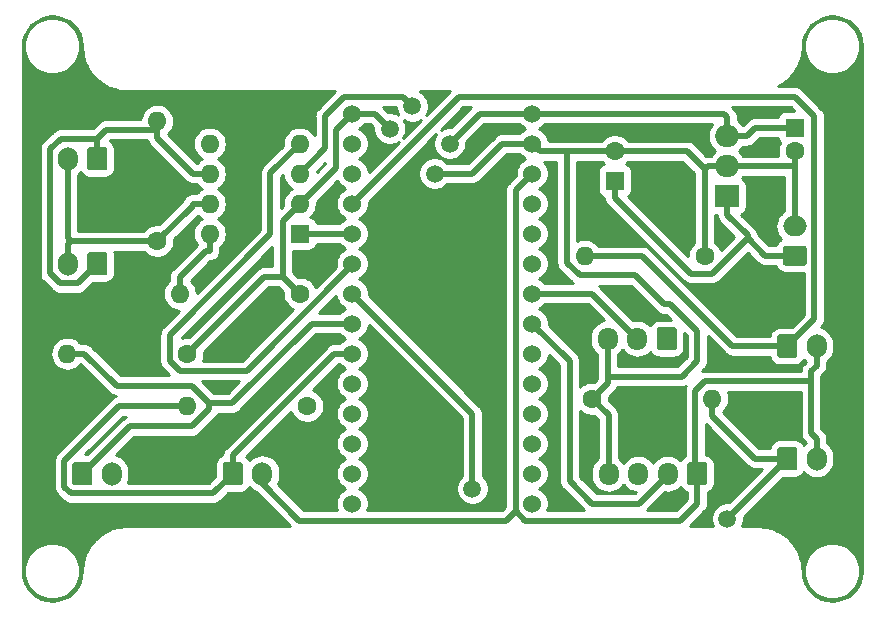
<source format=gbl>
G04 #@! TF.GenerationSoftware,KiCad,Pcbnew,(5.1.2)-2*
G04 #@! TF.CreationDate,2021-06-25T14:57:54+09:00*
G04 #@! TF.ProjectId,ui_board,75695f62-6f61-4726-942e-6b696361645f,rev?*
G04 #@! TF.SameCoordinates,Original*
G04 #@! TF.FileFunction,Copper,L2,Bot*
G04 #@! TF.FilePolarity,Positive*
%FSLAX46Y46*%
G04 Gerber Fmt 4.6, Leading zero omitted, Abs format (unit mm)*
G04 Created by KiCad (PCBNEW (5.1.2)-2) date 2021-06-25 14:57:54*
%MOMM*%
%LPD*%
G04 APERTURE LIST*
%ADD10O,2.000000X1.905000*%
%ADD11R,2.000000X1.905000*%
%ADD12R,1.600000X1.600000*%
%ADD13C,1.600000*%
%ADD14C,0.100000*%
%ADD15C,1.700000*%
%ADD16O,2.000000X1.700000*%
%ADD17O,1.700000X2.000000*%
%ADD18O,1.700000X1.950000*%
%ADD19O,1.600000X1.600000*%
%ADD20C,1.524000*%
%ADD21C,1.500000*%
%ADD22C,0.500000*%
%ADD23C,0.254000*%
G04 APERTURE END LIST*
D10*
X130175000Y-73025000D03*
X130175000Y-75565000D03*
D11*
X130175000Y-78105000D03*
D12*
X120650000Y-76795000D03*
D13*
X120650000Y-74295000D03*
D12*
X135890000Y-72295000D03*
D13*
X135890000Y-74295000D03*
D14*
G36*
X136664504Y-82296204D02*
G01*
X136688773Y-82299804D01*
X136712571Y-82305765D01*
X136735671Y-82314030D01*
X136757849Y-82324520D01*
X136778893Y-82337133D01*
X136798598Y-82351747D01*
X136816777Y-82368223D01*
X136833253Y-82386402D01*
X136847867Y-82406107D01*
X136860480Y-82427151D01*
X136870970Y-82449329D01*
X136879235Y-82472429D01*
X136885196Y-82496227D01*
X136888796Y-82520496D01*
X136890000Y-82545000D01*
X136890000Y-83745000D01*
X136888796Y-83769504D01*
X136885196Y-83793773D01*
X136879235Y-83817571D01*
X136870970Y-83840671D01*
X136860480Y-83862849D01*
X136847867Y-83883893D01*
X136833253Y-83903598D01*
X136816777Y-83921777D01*
X136798598Y-83938253D01*
X136778893Y-83952867D01*
X136757849Y-83965480D01*
X136735671Y-83975970D01*
X136712571Y-83984235D01*
X136688773Y-83990196D01*
X136664504Y-83993796D01*
X136640000Y-83995000D01*
X135140000Y-83995000D01*
X135115496Y-83993796D01*
X135091227Y-83990196D01*
X135067429Y-83984235D01*
X135044329Y-83975970D01*
X135022151Y-83965480D01*
X135001107Y-83952867D01*
X134981402Y-83938253D01*
X134963223Y-83921777D01*
X134946747Y-83903598D01*
X134932133Y-83883893D01*
X134919520Y-83862849D01*
X134909030Y-83840671D01*
X134900765Y-83817571D01*
X134894804Y-83793773D01*
X134891204Y-83769504D01*
X134890000Y-83745000D01*
X134890000Y-82545000D01*
X134891204Y-82520496D01*
X134894804Y-82496227D01*
X134900765Y-82472429D01*
X134909030Y-82449329D01*
X134919520Y-82427151D01*
X134932133Y-82406107D01*
X134946747Y-82386402D01*
X134963223Y-82368223D01*
X134981402Y-82351747D01*
X135001107Y-82337133D01*
X135022151Y-82324520D01*
X135044329Y-82314030D01*
X135067429Y-82305765D01*
X135091227Y-82299804D01*
X135115496Y-82296204D01*
X135140000Y-82295000D01*
X136640000Y-82295000D01*
X136664504Y-82296204D01*
X136664504Y-82296204D01*
G37*
D15*
X135890000Y-83145000D03*
D16*
X135890000Y-80645000D03*
D14*
G36*
X135879504Y-89806204D02*
G01*
X135903773Y-89809804D01*
X135927571Y-89815765D01*
X135950671Y-89824030D01*
X135972849Y-89834520D01*
X135993893Y-89847133D01*
X136013598Y-89861747D01*
X136031777Y-89878223D01*
X136048253Y-89896402D01*
X136062867Y-89916107D01*
X136075480Y-89937151D01*
X136085970Y-89959329D01*
X136094235Y-89982429D01*
X136100196Y-90006227D01*
X136103796Y-90030496D01*
X136105000Y-90055000D01*
X136105000Y-91555000D01*
X136103796Y-91579504D01*
X136100196Y-91603773D01*
X136094235Y-91627571D01*
X136085970Y-91650671D01*
X136075480Y-91672849D01*
X136062867Y-91693893D01*
X136048253Y-91713598D01*
X136031777Y-91731777D01*
X136013598Y-91748253D01*
X135993893Y-91762867D01*
X135972849Y-91775480D01*
X135950671Y-91785970D01*
X135927571Y-91794235D01*
X135903773Y-91800196D01*
X135879504Y-91803796D01*
X135855000Y-91805000D01*
X134655000Y-91805000D01*
X134630496Y-91803796D01*
X134606227Y-91800196D01*
X134582429Y-91794235D01*
X134559329Y-91785970D01*
X134537151Y-91775480D01*
X134516107Y-91762867D01*
X134496402Y-91748253D01*
X134478223Y-91731777D01*
X134461747Y-91713598D01*
X134447133Y-91693893D01*
X134434520Y-91672849D01*
X134424030Y-91650671D01*
X134415765Y-91627571D01*
X134409804Y-91603773D01*
X134406204Y-91579504D01*
X134405000Y-91555000D01*
X134405000Y-90055000D01*
X134406204Y-90030496D01*
X134409804Y-90006227D01*
X134415765Y-89982429D01*
X134424030Y-89959329D01*
X134434520Y-89937151D01*
X134447133Y-89916107D01*
X134461747Y-89896402D01*
X134478223Y-89878223D01*
X134496402Y-89861747D01*
X134516107Y-89847133D01*
X134537151Y-89834520D01*
X134559329Y-89824030D01*
X134582429Y-89815765D01*
X134606227Y-89809804D01*
X134630496Y-89806204D01*
X134655000Y-89805000D01*
X135855000Y-89805000D01*
X135879504Y-89806204D01*
X135879504Y-89806204D01*
G37*
D15*
X135255000Y-90805000D03*
D17*
X137755000Y-90805000D03*
X137755000Y-100330000D03*
D14*
G36*
X135879504Y-99331204D02*
G01*
X135903773Y-99334804D01*
X135927571Y-99340765D01*
X135950671Y-99349030D01*
X135972849Y-99359520D01*
X135993893Y-99372133D01*
X136013598Y-99386747D01*
X136031777Y-99403223D01*
X136048253Y-99421402D01*
X136062867Y-99441107D01*
X136075480Y-99462151D01*
X136085970Y-99484329D01*
X136094235Y-99507429D01*
X136100196Y-99531227D01*
X136103796Y-99555496D01*
X136105000Y-99580000D01*
X136105000Y-101080000D01*
X136103796Y-101104504D01*
X136100196Y-101128773D01*
X136094235Y-101152571D01*
X136085970Y-101175671D01*
X136075480Y-101197849D01*
X136062867Y-101218893D01*
X136048253Y-101238598D01*
X136031777Y-101256777D01*
X136013598Y-101273253D01*
X135993893Y-101287867D01*
X135972849Y-101300480D01*
X135950671Y-101310970D01*
X135927571Y-101319235D01*
X135903773Y-101325196D01*
X135879504Y-101328796D01*
X135855000Y-101330000D01*
X134655000Y-101330000D01*
X134630496Y-101328796D01*
X134606227Y-101325196D01*
X134582429Y-101319235D01*
X134559329Y-101310970D01*
X134537151Y-101300480D01*
X134516107Y-101287867D01*
X134496402Y-101273253D01*
X134478223Y-101256777D01*
X134461747Y-101238598D01*
X134447133Y-101218893D01*
X134434520Y-101197849D01*
X134424030Y-101175671D01*
X134415765Y-101152571D01*
X134409804Y-101128773D01*
X134406204Y-101104504D01*
X134405000Y-101080000D01*
X134405000Y-99580000D01*
X134406204Y-99555496D01*
X134409804Y-99531227D01*
X134415765Y-99507429D01*
X134424030Y-99484329D01*
X134434520Y-99462151D01*
X134447133Y-99441107D01*
X134461747Y-99421402D01*
X134478223Y-99403223D01*
X134496402Y-99386747D01*
X134516107Y-99372133D01*
X134537151Y-99359520D01*
X134559329Y-99349030D01*
X134582429Y-99340765D01*
X134606227Y-99334804D01*
X134630496Y-99331204D01*
X134655000Y-99330000D01*
X135855000Y-99330000D01*
X135879504Y-99331204D01*
X135879504Y-99331204D01*
G37*
D15*
X135255000Y-100330000D03*
D14*
G36*
X76189504Y-100601204D02*
G01*
X76213773Y-100604804D01*
X76237571Y-100610765D01*
X76260671Y-100619030D01*
X76282849Y-100629520D01*
X76303893Y-100642133D01*
X76323598Y-100656747D01*
X76341777Y-100673223D01*
X76358253Y-100691402D01*
X76372867Y-100711107D01*
X76385480Y-100732151D01*
X76395970Y-100754329D01*
X76404235Y-100777429D01*
X76410196Y-100801227D01*
X76413796Y-100825496D01*
X76415000Y-100850000D01*
X76415000Y-102350000D01*
X76413796Y-102374504D01*
X76410196Y-102398773D01*
X76404235Y-102422571D01*
X76395970Y-102445671D01*
X76385480Y-102467849D01*
X76372867Y-102488893D01*
X76358253Y-102508598D01*
X76341777Y-102526777D01*
X76323598Y-102543253D01*
X76303893Y-102557867D01*
X76282849Y-102570480D01*
X76260671Y-102580970D01*
X76237571Y-102589235D01*
X76213773Y-102595196D01*
X76189504Y-102598796D01*
X76165000Y-102600000D01*
X74965000Y-102600000D01*
X74940496Y-102598796D01*
X74916227Y-102595196D01*
X74892429Y-102589235D01*
X74869329Y-102580970D01*
X74847151Y-102570480D01*
X74826107Y-102557867D01*
X74806402Y-102543253D01*
X74788223Y-102526777D01*
X74771747Y-102508598D01*
X74757133Y-102488893D01*
X74744520Y-102467849D01*
X74734030Y-102445671D01*
X74725765Y-102422571D01*
X74719804Y-102398773D01*
X74716204Y-102374504D01*
X74715000Y-102350000D01*
X74715000Y-100850000D01*
X74716204Y-100825496D01*
X74719804Y-100801227D01*
X74725765Y-100777429D01*
X74734030Y-100754329D01*
X74744520Y-100732151D01*
X74757133Y-100711107D01*
X74771747Y-100691402D01*
X74788223Y-100673223D01*
X74806402Y-100656747D01*
X74826107Y-100642133D01*
X74847151Y-100629520D01*
X74869329Y-100619030D01*
X74892429Y-100610765D01*
X74916227Y-100604804D01*
X74940496Y-100601204D01*
X74965000Y-100600000D01*
X76165000Y-100600000D01*
X76189504Y-100601204D01*
X76189504Y-100601204D01*
G37*
D15*
X75565000Y-101600000D03*
D17*
X78065000Y-101600000D03*
X90805000Y-101600000D03*
D14*
G36*
X88929504Y-100601204D02*
G01*
X88953773Y-100604804D01*
X88977571Y-100610765D01*
X89000671Y-100619030D01*
X89022849Y-100629520D01*
X89043893Y-100642133D01*
X89063598Y-100656747D01*
X89081777Y-100673223D01*
X89098253Y-100691402D01*
X89112867Y-100711107D01*
X89125480Y-100732151D01*
X89135970Y-100754329D01*
X89144235Y-100777429D01*
X89150196Y-100801227D01*
X89153796Y-100825496D01*
X89155000Y-100850000D01*
X89155000Y-102350000D01*
X89153796Y-102374504D01*
X89150196Y-102398773D01*
X89144235Y-102422571D01*
X89135970Y-102445671D01*
X89125480Y-102467849D01*
X89112867Y-102488893D01*
X89098253Y-102508598D01*
X89081777Y-102526777D01*
X89063598Y-102543253D01*
X89043893Y-102557867D01*
X89022849Y-102570480D01*
X89000671Y-102580970D01*
X88977571Y-102589235D01*
X88953773Y-102595196D01*
X88929504Y-102598796D01*
X88905000Y-102600000D01*
X87705000Y-102600000D01*
X87680496Y-102598796D01*
X87656227Y-102595196D01*
X87632429Y-102589235D01*
X87609329Y-102580970D01*
X87587151Y-102570480D01*
X87566107Y-102557867D01*
X87546402Y-102543253D01*
X87528223Y-102526777D01*
X87511747Y-102508598D01*
X87497133Y-102488893D01*
X87484520Y-102467849D01*
X87474030Y-102445671D01*
X87465765Y-102422571D01*
X87459804Y-102398773D01*
X87456204Y-102374504D01*
X87455000Y-102350000D01*
X87455000Y-100850000D01*
X87456204Y-100825496D01*
X87459804Y-100801227D01*
X87465765Y-100777429D01*
X87474030Y-100754329D01*
X87484520Y-100732151D01*
X87497133Y-100711107D01*
X87511747Y-100691402D01*
X87528223Y-100673223D01*
X87546402Y-100656747D01*
X87566107Y-100642133D01*
X87587151Y-100629520D01*
X87609329Y-100619030D01*
X87632429Y-100610765D01*
X87656227Y-100604804D01*
X87680496Y-100601204D01*
X87705000Y-100600000D01*
X88905000Y-100600000D01*
X88929504Y-100601204D01*
X88929504Y-100601204D01*
G37*
D15*
X88305000Y-101600000D03*
D14*
G36*
X128259504Y-100626204D02*
G01*
X128283773Y-100629804D01*
X128307571Y-100635765D01*
X128330671Y-100644030D01*
X128352849Y-100654520D01*
X128373893Y-100667133D01*
X128393598Y-100681747D01*
X128411777Y-100698223D01*
X128428253Y-100716402D01*
X128442867Y-100736107D01*
X128455480Y-100757151D01*
X128465970Y-100779329D01*
X128474235Y-100802429D01*
X128480196Y-100826227D01*
X128483796Y-100850496D01*
X128485000Y-100875000D01*
X128485000Y-102325000D01*
X128483796Y-102349504D01*
X128480196Y-102373773D01*
X128474235Y-102397571D01*
X128465970Y-102420671D01*
X128455480Y-102442849D01*
X128442867Y-102463893D01*
X128428253Y-102483598D01*
X128411777Y-102501777D01*
X128393598Y-102518253D01*
X128373893Y-102532867D01*
X128352849Y-102545480D01*
X128330671Y-102555970D01*
X128307571Y-102564235D01*
X128283773Y-102570196D01*
X128259504Y-102573796D01*
X128235000Y-102575000D01*
X127035000Y-102575000D01*
X127010496Y-102573796D01*
X126986227Y-102570196D01*
X126962429Y-102564235D01*
X126939329Y-102555970D01*
X126917151Y-102545480D01*
X126896107Y-102532867D01*
X126876402Y-102518253D01*
X126858223Y-102501777D01*
X126841747Y-102483598D01*
X126827133Y-102463893D01*
X126814520Y-102442849D01*
X126804030Y-102420671D01*
X126795765Y-102397571D01*
X126789804Y-102373773D01*
X126786204Y-102349504D01*
X126785000Y-102325000D01*
X126785000Y-100875000D01*
X126786204Y-100850496D01*
X126789804Y-100826227D01*
X126795765Y-100802429D01*
X126804030Y-100779329D01*
X126814520Y-100757151D01*
X126827133Y-100736107D01*
X126841747Y-100716402D01*
X126858223Y-100698223D01*
X126876402Y-100681747D01*
X126896107Y-100667133D01*
X126917151Y-100654520D01*
X126939329Y-100644030D01*
X126962429Y-100635765D01*
X126986227Y-100629804D01*
X127010496Y-100626204D01*
X127035000Y-100625000D01*
X128235000Y-100625000D01*
X128259504Y-100626204D01*
X128259504Y-100626204D01*
G37*
D15*
X127635000Y-101600000D03*
D18*
X125135000Y-101600000D03*
X122635000Y-101600000D03*
X120135000Y-101600000D03*
D14*
G36*
X125679504Y-89196204D02*
G01*
X125703773Y-89199804D01*
X125727571Y-89205765D01*
X125750671Y-89214030D01*
X125772849Y-89224520D01*
X125793893Y-89237133D01*
X125813598Y-89251747D01*
X125831777Y-89268223D01*
X125848253Y-89286402D01*
X125862867Y-89306107D01*
X125875480Y-89327151D01*
X125885970Y-89349329D01*
X125894235Y-89372429D01*
X125900196Y-89396227D01*
X125903796Y-89420496D01*
X125905000Y-89445000D01*
X125905000Y-90895000D01*
X125903796Y-90919504D01*
X125900196Y-90943773D01*
X125894235Y-90967571D01*
X125885970Y-90990671D01*
X125875480Y-91012849D01*
X125862867Y-91033893D01*
X125848253Y-91053598D01*
X125831777Y-91071777D01*
X125813598Y-91088253D01*
X125793893Y-91102867D01*
X125772849Y-91115480D01*
X125750671Y-91125970D01*
X125727571Y-91134235D01*
X125703773Y-91140196D01*
X125679504Y-91143796D01*
X125655000Y-91145000D01*
X124455000Y-91145000D01*
X124430496Y-91143796D01*
X124406227Y-91140196D01*
X124382429Y-91134235D01*
X124359329Y-91125970D01*
X124337151Y-91115480D01*
X124316107Y-91102867D01*
X124296402Y-91088253D01*
X124278223Y-91071777D01*
X124261747Y-91053598D01*
X124247133Y-91033893D01*
X124234520Y-91012849D01*
X124224030Y-90990671D01*
X124215765Y-90967571D01*
X124209804Y-90943773D01*
X124206204Y-90919504D01*
X124205000Y-90895000D01*
X124205000Y-89445000D01*
X124206204Y-89420496D01*
X124209804Y-89396227D01*
X124215765Y-89372429D01*
X124224030Y-89349329D01*
X124234520Y-89327151D01*
X124247133Y-89306107D01*
X124261747Y-89286402D01*
X124278223Y-89268223D01*
X124296402Y-89251747D01*
X124316107Y-89237133D01*
X124337151Y-89224520D01*
X124359329Y-89214030D01*
X124382429Y-89205765D01*
X124406227Y-89199804D01*
X124430496Y-89196204D01*
X124455000Y-89195000D01*
X125655000Y-89195000D01*
X125679504Y-89196204D01*
X125679504Y-89196204D01*
G37*
D15*
X125055000Y-90170000D03*
D18*
X122555000Y-90170000D03*
X120055000Y-90170000D03*
D14*
G36*
X77459504Y-82821204D02*
G01*
X77483773Y-82824804D01*
X77507571Y-82830765D01*
X77530671Y-82839030D01*
X77552849Y-82849520D01*
X77573893Y-82862133D01*
X77593598Y-82876747D01*
X77611777Y-82893223D01*
X77628253Y-82911402D01*
X77642867Y-82931107D01*
X77655480Y-82952151D01*
X77665970Y-82974329D01*
X77674235Y-82997429D01*
X77680196Y-83021227D01*
X77683796Y-83045496D01*
X77685000Y-83070000D01*
X77685000Y-84570000D01*
X77683796Y-84594504D01*
X77680196Y-84618773D01*
X77674235Y-84642571D01*
X77665970Y-84665671D01*
X77655480Y-84687849D01*
X77642867Y-84708893D01*
X77628253Y-84728598D01*
X77611777Y-84746777D01*
X77593598Y-84763253D01*
X77573893Y-84777867D01*
X77552849Y-84790480D01*
X77530671Y-84800970D01*
X77507571Y-84809235D01*
X77483773Y-84815196D01*
X77459504Y-84818796D01*
X77435000Y-84820000D01*
X76235000Y-84820000D01*
X76210496Y-84818796D01*
X76186227Y-84815196D01*
X76162429Y-84809235D01*
X76139329Y-84800970D01*
X76117151Y-84790480D01*
X76096107Y-84777867D01*
X76076402Y-84763253D01*
X76058223Y-84746777D01*
X76041747Y-84728598D01*
X76027133Y-84708893D01*
X76014520Y-84687849D01*
X76004030Y-84665671D01*
X75995765Y-84642571D01*
X75989804Y-84618773D01*
X75986204Y-84594504D01*
X75985000Y-84570000D01*
X75985000Y-83070000D01*
X75986204Y-83045496D01*
X75989804Y-83021227D01*
X75995765Y-82997429D01*
X76004030Y-82974329D01*
X76014520Y-82952151D01*
X76027133Y-82931107D01*
X76041747Y-82911402D01*
X76058223Y-82893223D01*
X76076402Y-82876747D01*
X76096107Y-82862133D01*
X76117151Y-82849520D01*
X76139329Y-82839030D01*
X76162429Y-82830765D01*
X76186227Y-82824804D01*
X76210496Y-82821204D01*
X76235000Y-82820000D01*
X77435000Y-82820000D01*
X77459504Y-82821204D01*
X77459504Y-82821204D01*
G37*
D15*
X76835000Y-83820000D03*
D17*
X74335000Y-83820000D03*
X74335000Y-74930000D03*
D14*
G36*
X77459504Y-73931204D02*
G01*
X77483773Y-73934804D01*
X77507571Y-73940765D01*
X77530671Y-73949030D01*
X77552849Y-73959520D01*
X77573893Y-73972133D01*
X77593598Y-73986747D01*
X77611777Y-74003223D01*
X77628253Y-74021402D01*
X77642867Y-74041107D01*
X77655480Y-74062151D01*
X77665970Y-74084329D01*
X77674235Y-74107429D01*
X77680196Y-74131227D01*
X77683796Y-74155496D01*
X77685000Y-74180000D01*
X77685000Y-75680000D01*
X77683796Y-75704504D01*
X77680196Y-75728773D01*
X77674235Y-75752571D01*
X77665970Y-75775671D01*
X77655480Y-75797849D01*
X77642867Y-75818893D01*
X77628253Y-75838598D01*
X77611777Y-75856777D01*
X77593598Y-75873253D01*
X77573893Y-75887867D01*
X77552849Y-75900480D01*
X77530671Y-75910970D01*
X77507571Y-75919235D01*
X77483773Y-75925196D01*
X77459504Y-75928796D01*
X77435000Y-75930000D01*
X76235000Y-75930000D01*
X76210496Y-75928796D01*
X76186227Y-75925196D01*
X76162429Y-75919235D01*
X76139329Y-75910970D01*
X76117151Y-75900480D01*
X76096107Y-75887867D01*
X76076402Y-75873253D01*
X76058223Y-75856777D01*
X76041747Y-75838598D01*
X76027133Y-75818893D01*
X76014520Y-75797849D01*
X76004030Y-75775671D01*
X75995765Y-75752571D01*
X75989804Y-75728773D01*
X75986204Y-75704504D01*
X75985000Y-75680000D01*
X75985000Y-74180000D01*
X75986204Y-74155496D01*
X75989804Y-74131227D01*
X75995765Y-74107429D01*
X76004030Y-74084329D01*
X76014520Y-74062151D01*
X76027133Y-74041107D01*
X76041747Y-74021402D01*
X76058223Y-74003223D01*
X76076402Y-73986747D01*
X76096107Y-73972133D01*
X76117151Y-73959520D01*
X76139329Y-73949030D01*
X76162429Y-73940765D01*
X76186227Y-73934804D01*
X76210496Y-73931204D01*
X76235000Y-73930000D01*
X77435000Y-73930000D01*
X77459504Y-73931204D01*
X77459504Y-73931204D01*
G37*
D15*
X76835000Y-74930000D03*
D19*
X84455000Y-95885000D03*
D13*
X94615000Y-95885000D03*
X84455000Y-91440000D03*
D19*
X74295000Y-91440000D03*
X128905000Y-95250000D03*
D13*
X118745000Y-95250000D03*
X128270000Y-83185000D03*
D19*
X118110000Y-83185000D03*
D13*
X93980000Y-86360000D03*
D19*
X83820000Y-86360000D03*
X81915000Y-71755000D03*
D13*
X81915000Y-81915000D03*
D20*
X98425000Y-71120000D03*
X98425000Y-73660000D03*
X98425000Y-76200000D03*
X98425000Y-78740000D03*
X98425000Y-81280000D03*
X98425000Y-83820000D03*
X98425000Y-86360000D03*
X98425000Y-88900000D03*
X98425000Y-91440000D03*
X98425000Y-93980000D03*
X98425000Y-96520000D03*
X98425000Y-99060000D03*
X98425000Y-101600000D03*
X98425000Y-104140000D03*
X113665000Y-104140000D03*
X113665000Y-101600000D03*
X113665000Y-99060000D03*
X113665000Y-96520000D03*
X113665000Y-93980000D03*
X113665000Y-91440000D03*
X113665000Y-88900000D03*
X113665000Y-86360000D03*
X113665000Y-83820000D03*
X113665000Y-81280000D03*
X113665000Y-78740000D03*
X113665000Y-76200000D03*
X113665000Y-73660000D03*
X113665000Y-71120000D03*
D12*
X93980000Y-81280000D03*
D19*
X86360000Y-73660000D03*
X93980000Y-78740000D03*
X86360000Y-76200000D03*
X93980000Y-76200000D03*
X86360000Y-78740000D03*
X93980000Y-73660000D03*
X86360000Y-81280000D03*
D21*
X101600000Y-72390000D03*
X105410000Y-76200000D03*
X103505000Y-70485000D03*
X106680000Y-73660000D03*
X130175000Y-105410000D03*
X108585000Y-102870000D03*
D22*
X90805000Y-102425100D02*
X93955100Y-105575200D01*
X93955100Y-105575200D02*
X111445800Y-105575200D01*
X111445800Y-105575200D02*
X112251600Y-104769400D01*
X90805000Y-101600000D02*
X90805000Y-102425100D01*
X112251600Y-104769400D02*
X113078200Y-105596000D01*
X113665000Y-76200000D02*
X112251600Y-77613400D01*
X112251600Y-77613400D02*
X112251600Y-104769400D01*
X127510500Y-101475500D02*
X127452600Y-101417600D01*
X127452600Y-101417600D02*
X127452600Y-94629800D01*
X127452600Y-94629800D02*
X128320600Y-93761800D01*
X128320600Y-93761800D02*
X137265400Y-93761800D01*
X127635000Y-101600000D02*
X127510500Y-101475500D01*
X137755000Y-100330000D02*
X137755000Y-98679700D01*
X137265400Y-93761800D02*
X137265400Y-92944900D01*
X137265400Y-92944900D02*
X137755000Y-92455300D01*
X137755000Y-98679700D02*
X137265400Y-98190100D01*
X137265400Y-98190100D02*
X137265400Y-93761800D01*
X137755000Y-90805000D02*
X137755000Y-92455300D01*
X126179000Y-105596000D02*
X127635000Y-104140000D01*
X120464000Y-105596000D02*
X126179000Y-105596000D01*
X127635000Y-101600000D02*
X127635000Y-104140000D01*
X113078200Y-105596000D02*
X120464000Y-105596000D01*
X116601200Y-74295000D02*
X120650000Y-74295000D01*
X113665000Y-73660000D02*
X114300000Y-74295000D01*
X114300000Y-74295000D02*
X116601200Y-74295000D01*
X122392600Y-84817100D02*
X117666600Y-84817100D01*
X117666600Y-84817100D02*
X116601200Y-83751700D01*
X116601200Y-83751700D02*
X116601200Y-74295000D01*
X120055000Y-91816900D02*
X120055000Y-90170000D01*
X118745000Y-95250000D02*
X120055000Y-93940000D01*
X93980000Y-78740000D02*
X97012600Y-75707400D01*
X97012600Y-75707400D02*
X97012600Y-72532400D01*
X97012600Y-72532400D02*
X98425000Y-71120000D01*
X92529600Y-84909600D02*
X92529600Y-80190400D01*
X92529600Y-80190400D02*
X93980000Y-78740000D01*
X93980000Y-86360000D02*
X92529600Y-84909600D01*
X92529600Y-84909600D02*
X90985400Y-84909600D01*
X90985400Y-84909600D02*
X84455000Y-91440000D01*
X128270000Y-75819700D02*
X126745300Y-74295000D01*
X126745300Y-74295000D02*
X120650000Y-74295000D01*
X128270000Y-75819700D02*
X128524700Y-75565000D01*
X128270000Y-83185000D02*
X128270000Y-75819700D01*
X135890000Y-75565000D02*
X135890000Y-74295000D01*
X135890000Y-80645000D02*
X135890000Y-75565000D01*
X135890000Y-75565000D02*
X131825300Y-75565000D01*
X130175000Y-75565000D02*
X131825300Y-75565000D01*
X130175000Y-75565000D02*
X128524700Y-75565000D01*
X98425000Y-71120000D02*
X100330000Y-71120000D01*
X100330000Y-71120000D02*
X101600000Y-72390000D01*
X101600000Y-72390000D02*
X101600000Y-72390000D01*
X111125000Y-73660000D02*
X108585000Y-76200000D01*
X113665000Y-73660000D02*
X111125000Y-73660000D01*
X105410000Y-76200000D02*
X108585000Y-76200000D01*
X120135000Y-96640000D02*
X118745000Y-95250000D01*
X120135000Y-101600000D02*
X120135000Y-96640000D01*
X120055000Y-91645000D02*
X120055000Y-92670000D01*
X120055000Y-90170000D02*
X120055000Y-91645000D01*
X120055000Y-92670000D02*
X120055000Y-91816900D01*
X124832750Y-87257250D02*
X125357250Y-87257250D01*
X124832750Y-87257250D02*
X122392600Y-84817100D01*
X125357250Y-87257250D02*
X127635000Y-89535000D01*
X127635000Y-89535000D02*
X127635000Y-92075000D01*
X126325000Y-93385000D02*
X120055000Y-93385000D01*
X127635000Y-92075000D02*
X126325000Y-93385000D01*
X120055000Y-93940000D02*
X120055000Y-93385000D01*
X120055000Y-93385000D02*
X120055000Y-92670000D01*
X98425000Y-81280000D02*
X93980000Y-81280000D01*
X113665000Y-71120000D02*
X129872800Y-71120000D01*
X129872800Y-71120000D02*
X130175000Y-71422200D01*
X131825300Y-73025000D02*
X132555300Y-72295000D01*
X132555300Y-72295000D02*
X135890000Y-72295000D01*
X130175000Y-73025000D02*
X130175000Y-71422200D01*
X131000200Y-73025000D02*
X131825300Y-73025000D01*
X130175000Y-73025000D02*
X130307100Y-73025000D01*
X131000200Y-73025000D02*
X130307100Y-73025000D01*
X97747239Y-69707999D02*
X102727999Y-69707999D01*
X96112591Y-71342647D02*
X97747239Y-69707999D01*
X93980000Y-76200000D02*
X96112590Y-74067410D01*
X96112590Y-74067410D02*
X96112591Y-71342647D01*
X102727999Y-69707999D02*
X103505000Y-70485000D01*
X103505000Y-70485000D02*
X103505000Y-70485000D01*
X109220000Y-71120000D02*
X113665000Y-71120000D01*
X106680000Y-73660000D02*
X109220000Y-71120000D01*
X98425000Y-83820000D02*
X98425000Y-83966200D01*
X98425000Y-83966200D02*
X89478800Y-92912400D01*
X89478800Y-92912400D02*
X83826400Y-92912400D01*
X83826400Y-92912400D02*
X82976300Y-92062300D01*
X82976300Y-92062300D02*
X82976300Y-89831500D01*
X82976300Y-89831500D02*
X91481600Y-81326200D01*
X91481600Y-81326200D02*
X91481600Y-76158400D01*
X91481600Y-76158400D02*
X93980000Y-73660000D01*
X74589700Y-81915000D02*
X74335000Y-82169700D01*
X81915000Y-81915000D02*
X74589700Y-81915000D01*
X74335000Y-74930000D02*
X74335000Y-81660300D01*
X74335000Y-81660300D02*
X74589700Y-81915000D01*
X84909700Y-78740000D02*
X84909700Y-78920300D01*
X84909700Y-78920300D02*
X81915000Y-81915000D01*
X74335000Y-83820000D02*
X74335000Y-82169700D01*
X86360000Y-78740000D02*
X84909700Y-78740000D01*
X76835000Y-73233000D02*
X76835000Y-74930000D01*
X81915000Y-72480100D02*
X77587900Y-72480100D01*
X77587900Y-72480100D02*
X76835000Y-73233000D01*
X76835000Y-73233000D02*
X73729200Y-73233000D01*
X73729200Y-73233000D02*
X72833200Y-74129000D01*
X72833200Y-74129000D02*
X72833200Y-84654000D01*
X72833200Y-84654000D02*
X73657300Y-85478100D01*
X73657300Y-85478100D02*
X75176900Y-85478100D01*
X75176900Y-85478100D02*
X76835000Y-83820000D01*
X81915000Y-72480100D02*
X81915000Y-73205300D01*
X81915000Y-71755000D02*
X81915000Y-72480100D01*
X86360000Y-76200000D02*
X84909700Y-76200000D01*
X84909700Y-76200000D02*
X81915000Y-73205300D01*
X131893600Y-81673500D02*
X128893900Y-84673200D01*
X128893900Y-84673200D02*
X127077900Y-84673200D01*
X127077900Y-84673200D02*
X120650000Y-78245300D01*
X130175000Y-79707800D02*
X131893600Y-81426400D01*
X131893600Y-81426400D02*
X131893600Y-81673500D01*
X135890000Y-83145000D02*
X133365100Y-83145000D01*
X133365100Y-83145000D02*
X131893600Y-81673500D01*
X120650000Y-76795000D02*
X120650000Y-78245300D01*
X130175000Y-78105000D02*
X130175000Y-79707800D01*
X98425000Y-78740000D02*
X107473400Y-69691600D01*
X107473400Y-69691600D02*
X135900900Y-69691600D01*
X135900900Y-69691600D02*
X137555700Y-71346400D01*
X137555700Y-71346400D02*
X137555700Y-88504300D01*
X137555700Y-88504300D02*
X135255000Y-90805000D01*
X118110000Y-83185000D02*
X122992300Y-83185000D01*
X122992300Y-83185000D02*
X130612300Y-90805000D01*
X130612300Y-90805000D02*
X135255000Y-90805000D01*
X132534700Y-100330000D02*
X135255000Y-100330000D01*
X128905000Y-95250000D02*
X128905000Y-96700300D01*
X98425000Y-86360000D02*
X108585000Y-96520000D01*
X108585000Y-96520000D02*
X108585000Y-102870000D01*
X128905000Y-96700300D02*
X132534700Y-100330000D01*
X135255000Y-100330000D02*
X134349447Y-101235553D01*
X134349447Y-101235553D02*
X130175000Y-105410000D01*
X130175000Y-105410000D02*
X130175000Y-105410000D01*
X86317300Y-95641700D02*
X84837300Y-94161700D01*
X84837300Y-94161700D02*
X78467000Y-94161700D01*
X78467000Y-94161700D02*
X75745300Y-91440000D01*
X75565000Y-101600000D02*
X79573900Y-97591100D01*
X79573900Y-97591100D02*
X84855400Y-97591100D01*
X84855400Y-97591100D02*
X86317300Y-96129200D01*
X86317300Y-96129200D02*
X86317300Y-95641700D01*
X98425000Y-88900000D02*
X95008400Y-88900000D01*
X95008400Y-88900000D02*
X88266700Y-95641700D01*
X88266700Y-95641700D02*
X86317300Y-95641700D01*
X74295000Y-91440000D02*
X75745300Y-91440000D01*
X88305000Y-101600000D02*
X86624900Y-103280100D01*
X86624900Y-103280100D02*
X74619600Y-103280100D01*
X74619600Y-103280100D02*
X74036300Y-102696800D01*
X74036300Y-102696800D02*
X74036300Y-100500300D01*
X74036300Y-100500300D02*
X78651600Y-95885000D01*
X78651600Y-95885000D02*
X84455000Y-95885000D01*
X98425000Y-91440000D02*
X96918100Y-91440000D01*
X96918100Y-91440000D02*
X88305000Y-100053100D01*
X88305000Y-100053100D02*
X88305000Y-101600000D01*
X113665000Y-86360000D02*
X118745000Y-86360000D01*
X118745000Y-86360000D02*
X122555000Y-90170000D01*
X86360000Y-81280000D02*
X86360000Y-82730300D01*
X83820000Y-86360000D02*
X83820000Y-84909700D01*
X86360000Y-82730300D02*
X85999400Y-82730300D01*
X85999400Y-82730300D02*
X83820000Y-84909700D01*
X125135000Y-101725000D02*
X125135000Y-101600000D01*
X122720000Y-104140000D02*
X125135000Y-101725000D01*
X118745000Y-104140000D02*
X122720000Y-104140000D01*
X116840000Y-102235000D02*
X118745000Y-104140000D01*
X116840000Y-92075000D02*
X116840000Y-102235000D01*
X113665000Y-88900000D02*
X116840000Y-92075000D01*
D23*
G36*
X73495675Y-62937657D02*
G01*
X73965951Y-63076067D01*
X74400390Y-63303186D01*
X74782437Y-63610361D01*
X75097549Y-63985896D01*
X75333716Y-64415482D01*
X75481945Y-64882759D01*
X75539948Y-65399864D01*
X75540008Y-65408460D01*
X75540081Y-65429459D01*
X75542995Y-65458146D01*
X75542793Y-65486985D01*
X75543693Y-65496156D01*
X75608465Y-66112412D01*
X75620492Y-66171001D01*
X75631701Y-66229766D01*
X75634365Y-66238588D01*
X75817600Y-66830529D01*
X75840784Y-66885680D01*
X75863190Y-66941138D01*
X75867516Y-66949275D01*
X76162238Y-67494350D01*
X76195683Y-67543934D01*
X76228442Y-67593995D01*
X76234267Y-67601136D01*
X76629247Y-68078586D01*
X76671680Y-68120724D01*
X76713546Y-68163477D01*
X76720647Y-68169351D01*
X77200843Y-68560989D01*
X77250629Y-68594066D01*
X77300024Y-68627888D01*
X77308131Y-68632270D01*
X77855251Y-68923179D01*
X77910533Y-68945965D01*
X77965538Y-68969540D01*
X77974341Y-68972265D01*
X78567545Y-69151364D01*
X78626216Y-69162981D01*
X78684737Y-69175420D01*
X78693902Y-69176383D01*
X79310595Y-69236850D01*
X79310598Y-69236850D01*
X79342581Y-69240000D01*
X96963659Y-69240000D01*
X95517542Y-70686118D01*
X95483775Y-70713830D01*
X95456062Y-70747598D01*
X95456059Y-70747601D01*
X95373181Y-70848588D01*
X95291003Y-71002334D01*
X95240396Y-71169157D01*
X95223310Y-71342647D01*
X95227592Y-71386125D01*
X95227591Y-72949933D01*
X95178932Y-72858899D01*
X94999608Y-72640392D01*
X94781101Y-72461068D01*
X94531808Y-72327818D01*
X94261309Y-72245764D01*
X94050492Y-72225000D01*
X93909508Y-72225000D01*
X93698691Y-72245764D01*
X93428192Y-72327818D01*
X93178899Y-72461068D01*
X92960392Y-72640392D01*
X92781068Y-72858899D01*
X92647818Y-73108192D01*
X92565764Y-73378691D01*
X92538057Y-73660000D01*
X92555125Y-73833296D01*
X90886551Y-75501871D01*
X90852784Y-75529583D01*
X90825071Y-75563351D01*
X90825068Y-75563354D01*
X90742190Y-75664341D01*
X90660012Y-75818087D01*
X90609405Y-75984910D01*
X90592319Y-76158400D01*
X90596601Y-76201879D01*
X90596600Y-80959621D01*
X85256050Y-86300171D01*
X85234236Y-86078691D01*
X85152182Y-85808192D01*
X85018932Y-85558899D01*
X84839608Y-85340392D01*
X84730461Y-85250817D01*
X86361882Y-83619397D01*
X86533490Y-83602495D01*
X86700313Y-83551889D01*
X86854059Y-83469711D01*
X86988817Y-83359117D01*
X87099411Y-83224359D01*
X87181589Y-83070613D01*
X87232195Y-82903790D01*
X87245000Y-82773777D01*
X87249282Y-82730300D01*
X87245000Y-82686823D01*
X87245000Y-82410078D01*
X87379608Y-82299608D01*
X87558932Y-82081101D01*
X87692182Y-81831808D01*
X87774236Y-81561309D01*
X87801943Y-81280000D01*
X87774236Y-80998691D01*
X87692182Y-80728192D01*
X87558932Y-80478899D01*
X87379608Y-80260392D01*
X87161101Y-80081068D01*
X87028142Y-80010000D01*
X87161101Y-79938932D01*
X87379608Y-79759608D01*
X87558932Y-79541101D01*
X87692182Y-79291808D01*
X87774236Y-79021309D01*
X87801943Y-78740000D01*
X87774236Y-78458691D01*
X87692182Y-78188192D01*
X87558932Y-77938899D01*
X87379608Y-77720392D01*
X87161101Y-77541068D01*
X87028142Y-77470000D01*
X87161101Y-77398932D01*
X87379608Y-77219608D01*
X87558932Y-77001101D01*
X87692182Y-76751808D01*
X87774236Y-76481309D01*
X87801943Y-76200000D01*
X87774236Y-75918691D01*
X87692182Y-75648192D01*
X87558932Y-75398899D01*
X87379608Y-75180392D01*
X87161101Y-75001068D01*
X87028142Y-74930000D01*
X87161101Y-74858932D01*
X87379608Y-74679608D01*
X87558932Y-74461101D01*
X87692182Y-74211808D01*
X87774236Y-73941309D01*
X87801943Y-73660000D01*
X87774236Y-73378691D01*
X87692182Y-73108192D01*
X87558932Y-72858899D01*
X87379608Y-72640392D01*
X87161101Y-72461068D01*
X86911808Y-72327818D01*
X86641309Y-72245764D01*
X86430492Y-72225000D01*
X86289508Y-72225000D01*
X86078691Y-72245764D01*
X85808192Y-72327818D01*
X85558899Y-72461068D01*
X85340392Y-72640392D01*
X85161068Y-72858899D01*
X85027818Y-73108192D01*
X84945764Y-73378691D01*
X84918057Y-73660000D01*
X84945764Y-73941309D01*
X85027818Y-74211808D01*
X85161068Y-74461101D01*
X85340392Y-74679608D01*
X85558899Y-74858932D01*
X85691858Y-74930000D01*
X85558899Y-75001068D01*
X85340392Y-75180392D01*
X85250818Y-75289539D01*
X82825461Y-72864183D01*
X82934608Y-72774608D01*
X83113932Y-72556101D01*
X83247182Y-72306808D01*
X83329236Y-72036309D01*
X83356943Y-71755000D01*
X83329236Y-71473691D01*
X83247182Y-71203192D01*
X83113932Y-70953899D01*
X82934608Y-70735392D01*
X82716101Y-70556068D01*
X82466808Y-70422818D01*
X82196309Y-70340764D01*
X81985492Y-70320000D01*
X81844508Y-70320000D01*
X81633691Y-70340764D01*
X81363192Y-70422818D01*
X81113899Y-70556068D01*
X80895392Y-70735392D01*
X80716068Y-70953899D01*
X80582818Y-71203192D01*
X80500764Y-71473691D01*
X80488806Y-71595100D01*
X77631365Y-71595100D01*
X77587899Y-71590819D01*
X77544433Y-71595100D01*
X77544423Y-71595100D01*
X77414410Y-71607905D01*
X77247587Y-71658511D01*
X77093841Y-71740689D01*
X77093839Y-71740690D01*
X77093840Y-71740690D01*
X76992853Y-71823568D01*
X76992851Y-71823570D01*
X76959083Y-71851283D01*
X76931370Y-71885051D01*
X76468422Y-72348000D01*
X73772665Y-72348000D01*
X73729199Y-72343719D01*
X73685733Y-72348000D01*
X73685723Y-72348000D01*
X73555710Y-72360805D01*
X73388887Y-72411411D01*
X73235141Y-72493589D01*
X73235139Y-72493590D01*
X73235140Y-72493590D01*
X73134153Y-72576468D01*
X73134151Y-72576470D01*
X73100383Y-72604183D01*
X73072670Y-72637951D01*
X72238156Y-73472466D01*
X72204383Y-73500183D01*
X72093789Y-73634942D01*
X72011611Y-73788688D01*
X71998020Y-73833491D01*
X71962378Y-73950986D01*
X71961005Y-73955511D01*
X71948200Y-74085524D01*
X71948200Y-74085531D01*
X71943919Y-74129000D01*
X71948200Y-74172469D01*
X71948201Y-84610521D01*
X71943919Y-84654000D01*
X71961005Y-84827490D01*
X72011612Y-84994313D01*
X72093790Y-85148059D01*
X72176668Y-85249046D01*
X72176671Y-85249049D01*
X72204384Y-85282817D01*
X72238151Y-85310529D01*
X73000770Y-86073149D01*
X73028483Y-86106917D01*
X73062251Y-86134630D01*
X73062253Y-86134632D01*
X73133752Y-86193310D01*
X73163241Y-86217511D01*
X73316987Y-86299689D01*
X73483810Y-86350295D01*
X73613823Y-86363100D01*
X73613833Y-86363100D01*
X73657299Y-86367381D01*
X73700765Y-86363100D01*
X75133431Y-86363100D01*
X75176900Y-86367381D01*
X75220369Y-86363100D01*
X75220377Y-86363100D01*
X75350390Y-86350295D01*
X75517213Y-86299689D01*
X75670959Y-86217511D01*
X75805717Y-86106917D01*
X75833434Y-86073144D01*
X76448506Y-85458072D01*
X77435000Y-85458072D01*
X77608254Y-85441008D01*
X77774850Y-85390472D01*
X77928386Y-85308405D01*
X78062962Y-85197962D01*
X78173405Y-85063386D01*
X78255472Y-84909850D01*
X78306008Y-84743254D01*
X78323072Y-84570000D01*
X78323072Y-83070000D01*
X78306008Y-82896746D01*
X78276661Y-82800000D01*
X80780479Y-82800000D01*
X80800363Y-82829759D01*
X81000241Y-83029637D01*
X81235273Y-83186680D01*
X81496426Y-83294853D01*
X81773665Y-83350000D01*
X82056335Y-83350000D01*
X82333574Y-83294853D01*
X82594727Y-83186680D01*
X82829759Y-83029637D01*
X83029637Y-82829759D01*
X83186680Y-82594727D01*
X83294853Y-82333574D01*
X83350000Y-82056335D01*
X83350000Y-81773665D01*
X83343017Y-81738561D01*
X85332089Y-79749490D01*
X85340392Y-79759608D01*
X85558899Y-79938932D01*
X85691858Y-80010000D01*
X85558899Y-80081068D01*
X85340392Y-80260392D01*
X85161068Y-80478899D01*
X85027818Y-80728192D01*
X84945764Y-80998691D01*
X84918057Y-81280000D01*
X84945764Y-81561309D01*
X85027818Y-81831808D01*
X85161068Y-82081101D01*
X85267424Y-82210697D01*
X83224951Y-84253171D01*
X83191184Y-84280883D01*
X83163471Y-84314651D01*
X83163468Y-84314654D01*
X83080590Y-84415641D01*
X82998412Y-84569387D01*
X82947805Y-84736210D01*
X82930719Y-84909700D01*
X82935001Y-84953179D01*
X82935001Y-85229921D01*
X82800392Y-85340392D01*
X82621068Y-85558899D01*
X82487818Y-85808192D01*
X82405764Y-86078691D01*
X82378057Y-86360000D01*
X82405764Y-86641309D01*
X82487818Y-86911808D01*
X82621068Y-87161101D01*
X82800392Y-87379608D01*
X83018899Y-87558932D01*
X83268192Y-87692182D01*
X83538691Y-87774236D01*
X83749508Y-87795000D01*
X83761222Y-87795000D01*
X82381252Y-89174970D01*
X82347484Y-89202683D01*
X82319771Y-89236451D01*
X82319768Y-89236454D01*
X82236890Y-89337441D01*
X82154712Y-89491187D01*
X82104105Y-89658010D01*
X82087019Y-89831500D01*
X82091301Y-89874979D01*
X82091300Y-92018831D01*
X82087019Y-92062300D01*
X82091300Y-92105769D01*
X82091300Y-92105776D01*
X82104105Y-92235789D01*
X82154711Y-92402612D01*
X82236889Y-92556358D01*
X82347483Y-92691117D01*
X82381256Y-92718834D01*
X82939121Y-93276700D01*
X78833579Y-93276700D01*
X76401832Y-90844954D01*
X76374117Y-90811183D01*
X76239359Y-90700589D01*
X76085613Y-90618411D01*
X75918790Y-90567805D01*
X75788777Y-90555000D01*
X75788769Y-90555000D01*
X75745300Y-90550719D01*
X75701831Y-90555000D01*
X75425078Y-90555000D01*
X75314608Y-90420392D01*
X75096101Y-90241068D01*
X74846808Y-90107818D01*
X74576309Y-90025764D01*
X74365492Y-90005000D01*
X74224508Y-90005000D01*
X74013691Y-90025764D01*
X73743192Y-90107818D01*
X73493899Y-90241068D01*
X73275392Y-90420392D01*
X73096068Y-90638899D01*
X72962818Y-90888192D01*
X72880764Y-91158691D01*
X72853057Y-91440000D01*
X72880764Y-91721309D01*
X72962818Y-91991808D01*
X73096068Y-92241101D01*
X73275392Y-92459608D01*
X73493899Y-92638932D01*
X73743192Y-92772182D01*
X74013691Y-92854236D01*
X74224508Y-92875000D01*
X74365492Y-92875000D01*
X74576309Y-92854236D01*
X74846808Y-92772182D01*
X75096101Y-92638932D01*
X75314608Y-92459608D01*
X75404183Y-92350461D01*
X77810470Y-94756749D01*
X77838183Y-94790517D01*
X77871951Y-94818230D01*
X77871953Y-94818232D01*
X77888030Y-94831426D01*
X77972941Y-94901111D01*
X78126687Y-94983289D01*
X78293510Y-95033895D01*
X78380382Y-95042451D01*
X78311287Y-95063411D01*
X78157541Y-95145589D01*
X78056553Y-95228468D01*
X78056551Y-95228470D01*
X78022783Y-95256183D01*
X77995070Y-95289951D01*
X73441252Y-99843770D01*
X73407484Y-99871483D01*
X73379771Y-99905251D01*
X73379768Y-99905254D01*
X73296890Y-100006241D01*
X73214712Y-100159987D01*
X73164105Y-100326810D01*
X73147019Y-100500300D01*
X73151301Y-100543779D01*
X73151300Y-102653331D01*
X73147019Y-102696800D01*
X73151300Y-102740269D01*
X73151300Y-102740276D01*
X73164105Y-102870289D01*
X73214711Y-103037112D01*
X73296889Y-103190858D01*
X73407483Y-103325617D01*
X73441256Y-103353334D01*
X73963066Y-103875144D01*
X73990783Y-103908917D01*
X74125541Y-104019511D01*
X74279287Y-104101689D01*
X74446110Y-104152295D01*
X74576123Y-104165100D01*
X74576131Y-104165100D01*
X74619600Y-104169381D01*
X74663069Y-104165100D01*
X86581431Y-104165100D01*
X86624900Y-104169381D01*
X86668369Y-104165100D01*
X86668377Y-104165100D01*
X86798390Y-104152295D01*
X86965213Y-104101689D01*
X87118959Y-104019511D01*
X87253717Y-103908917D01*
X87281434Y-103875144D01*
X87918506Y-103238072D01*
X88905000Y-103238072D01*
X89078254Y-103221008D01*
X89244850Y-103170472D01*
X89398386Y-103088405D01*
X89532962Y-102977962D01*
X89643405Y-102843386D01*
X89697777Y-102741663D01*
X89749866Y-102805134D01*
X89975987Y-102990706D01*
X90233967Y-103128599D01*
X90266916Y-103138594D01*
X93148321Y-106020000D01*
X79342581Y-106020000D01*
X79312818Y-106022931D01*
X79293016Y-106022793D01*
X79283845Y-106023693D01*
X78667588Y-106088465D01*
X78609037Y-106100484D01*
X78550234Y-106111701D01*
X78541412Y-106114365D01*
X77949472Y-106297600D01*
X77894359Y-106320768D01*
X77838861Y-106343190D01*
X77830725Y-106347517D01*
X77285650Y-106642238D01*
X77236028Y-106675709D01*
X77186005Y-106708442D01*
X77178866Y-106714265D01*
X77178862Y-106714268D01*
X77178858Y-106714272D01*
X76701414Y-107109247D01*
X76659292Y-107151664D01*
X76616523Y-107193546D01*
X76610650Y-107200647D01*
X76219011Y-107680843D01*
X76185924Y-107730644D01*
X76152112Y-107780024D01*
X76147730Y-107788130D01*
X75856821Y-108335251D01*
X75834030Y-108390545D01*
X75810460Y-108445538D01*
X75807735Y-108454341D01*
X75628636Y-109047545D01*
X75617019Y-109106216D01*
X75604580Y-109164737D01*
X75603617Y-109173902D01*
X75543150Y-109790595D01*
X75543150Y-109790596D01*
X75488998Y-110342883D01*
X75347307Y-110812186D01*
X75117161Y-111245028D01*
X74807323Y-111624927D01*
X74429600Y-111937406D01*
X73998373Y-112170569D01*
X73530073Y-112315532D01*
X73042539Y-112366774D01*
X72554325Y-112322343D01*
X72084049Y-112183933D01*
X71649615Y-111956816D01*
X71267562Y-111649639D01*
X70952451Y-111274103D01*
X70716284Y-110844519D01*
X70568054Y-110377240D01*
X70510052Y-109860136D01*
X70510000Y-109852695D01*
X70510000Y-109620098D01*
X70640000Y-109620098D01*
X70640000Y-110089902D01*
X70731654Y-110550679D01*
X70911440Y-110984721D01*
X71172450Y-111375349D01*
X71504651Y-111707550D01*
X71895279Y-111968560D01*
X72329321Y-112148346D01*
X72790098Y-112240000D01*
X73259902Y-112240000D01*
X73720679Y-112148346D01*
X74154721Y-111968560D01*
X74545349Y-111707550D01*
X74877550Y-111375349D01*
X75138560Y-110984721D01*
X75318346Y-110550679D01*
X75410000Y-110089902D01*
X75410000Y-109620098D01*
X75318346Y-109159321D01*
X75138560Y-108725279D01*
X74877550Y-108334651D01*
X74545349Y-108002450D01*
X74154721Y-107741440D01*
X73720679Y-107561654D01*
X73259902Y-107470000D01*
X72790098Y-107470000D01*
X72329321Y-107561654D01*
X71895279Y-107741440D01*
X71504651Y-108002450D01*
X71172450Y-108334651D01*
X70911440Y-108725279D01*
X70731654Y-109159321D01*
X70640000Y-109620098D01*
X70510000Y-109620098D01*
X70510000Y-65437278D01*
X70536197Y-65170098D01*
X70640000Y-65170098D01*
X70640000Y-65639902D01*
X70731654Y-66100679D01*
X70911440Y-66534721D01*
X71172450Y-66925349D01*
X71504651Y-67257550D01*
X71895279Y-67518560D01*
X72329321Y-67698346D01*
X72790098Y-67790000D01*
X73259902Y-67790000D01*
X73720679Y-67698346D01*
X74154721Y-67518560D01*
X74545349Y-67257550D01*
X74877550Y-66925349D01*
X75138560Y-66534721D01*
X75318346Y-66100679D01*
X75410000Y-65639902D01*
X75410000Y-65170098D01*
X75318346Y-64709321D01*
X75138560Y-64275279D01*
X74877550Y-63884651D01*
X74545349Y-63552450D01*
X74154721Y-63291440D01*
X73720679Y-63111654D01*
X73259902Y-63020000D01*
X72790098Y-63020000D01*
X72329321Y-63111654D01*
X71895279Y-63291440D01*
X71504651Y-63552450D01*
X71172450Y-63884651D01*
X70911440Y-64275279D01*
X70731654Y-64709321D01*
X70640000Y-65170098D01*
X70536197Y-65170098D01*
X70561002Y-64917116D01*
X70702694Y-64447812D01*
X70932837Y-64014975D01*
X71242678Y-63635073D01*
X71620397Y-63322597D01*
X72051627Y-63089431D01*
X72519928Y-62944468D01*
X73007461Y-62893226D01*
X73495675Y-62937657D01*
X73495675Y-62937657D01*
G37*
X73495675Y-62937657D02*
X73965951Y-63076067D01*
X74400390Y-63303186D01*
X74782437Y-63610361D01*
X75097549Y-63985896D01*
X75333716Y-64415482D01*
X75481945Y-64882759D01*
X75539948Y-65399864D01*
X75540008Y-65408460D01*
X75540081Y-65429459D01*
X75542995Y-65458146D01*
X75542793Y-65486985D01*
X75543693Y-65496156D01*
X75608465Y-66112412D01*
X75620492Y-66171001D01*
X75631701Y-66229766D01*
X75634365Y-66238588D01*
X75817600Y-66830529D01*
X75840784Y-66885680D01*
X75863190Y-66941138D01*
X75867516Y-66949275D01*
X76162238Y-67494350D01*
X76195683Y-67543934D01*
X76228442Y-67593995D01*
X76234267Y-67601136D01*
X76629247Y-68078586D01*
X76671680Y-68120724D01*
X76713546Y-68163477D01*
X76720647Y-68169351D01*
X77200843Y-68560989D01*
X77250629Y-68594066D01*
X77300024Y-68627888D01*
X77308131Y-68632270D01*
X77855251Y-68923179D01*
X77910533Y-68945965D01*
X77965538Y-68969540D01*
X77974341Y-68972265D01*
X78567545Y-69151364D01*
X78626216Y-69162981D01*
X78684737Y-69175420D01*
X78693902Y-69176383D01*
X79310595Y-69236850D01*
X79310598Y-69236850D01*
X79342581Y-69240000D01*
X96963659Y-69240000D01*
X95517542Y-70686118D01*
X95483775Y-70713830D01*
X95456062Y-70747598D01*
X95456059Y-70747601D01*
X95373181Y-70848588D01*
X95291003Y-71002334D01*
X95240396Y-71169157D01*
X95223310Y-71342647D01*
X95227592Y-71386125D01*
X95227591Y-72949933D01*
X95178932Y-72858899D01*
X94999608Y-72640392D01*
X94781101Y-72461068D01*
X94531808Y-72327818D01*
X94261309Y-72245764D01*
X94050492Y-72225000D01*
X93909508Y-72225000D01*
X93698691Y-72245764D01*
X93428192Y-72327818D01*
X93178899Y-72461068D01*
X92960392Y-72640392D01*
X92781068Y-72858899D01*
X92647818Y-73108192D01*
X92565764Y-73378691D01*
X92538057Y-73660000D01*
X92555125Y-73833296D01*
X90886551Y-75501871D01*
X90852784Y-75529583D01*
X90825071Y-75563351D01*
X90825068Y-75563354D01*
X90742190Y-75664341D01*
X90660012Y-75818087D01*
X90609405Y-75984910D01*
X90592319Y-76158400D01*
X90596601Y-76201879D01*
X90596600Y-80959621D01*
X85256050Y-86300171D01*
X85234236Y-86078691D01*
X85152182Y-85808192D01*
X85018932Y-85558899D01*
X84839608Y-85340392D01*
X84730461Y-85250817D01*
X86361882Y-83619397D01*
X86533490Y-83602495D01*
X86700313Y-83551889D01*
X86854059Y-83469711D01*
X86988817Y-83359117D01*
X87099411Y-83224359D01*
X87181589Y-83070613D01*
X87232195Y-82903790D01*
X87245000Y-82773777D01*
X87249282Y-82730300D01*
X87245000Y-82686823D01*
X87245000Y-82410078D01*
X87379608Y-82299608D01*
X87558932Y-82081101D01*
X87692182Y-81831808D01*
X87774236Y-81561309D01*
X87801943Y-81280000D01*
X87774236Y-80998691D01*
X87692182Y-80728192D01*
X87558932Y-80478899D01*
X87379608Y-80260392D01*
X87161101Y-80081068D01*
X87028142Y-80010000D01*
X87161101Y-79938932D01*
X87379608Y-79759608D01*
X87558932Y-79541101D01*
X87692182Y-79291808D01*
X87774236Y-79021309D01*
X87801943Y-78740000D01*
X87774236Y-78458691D01*
X87692182Y-78188192D01*
X87558932Y-77938899D01*
X87379608Y-77720392D01*
X87161101Y-77541068D01*
X87028142Y-77470000D01*
X87161101Y-77398932D01*
X87379608Y-77219608D01*
X87558932Y-77001101D01*
X87692182Y-76751808D01*
X87774236Y-76481309D01*
X87801943Y-76200000D01*
X87774236Y-75918691D01*
X87692182Y-75648192D01*
X87558932Y-75398899D01*
X87379608Y-75180392D01*
X87161101Y-75001068D01*
X87028142Y-74930000D01*
X87161101Y-74858932D01*
X87379608Y-74679608D01*
X87558932Y-74461101D01*
X87692182Y-74211808D01*
X87774236Y-73941309D01*
X87801943Y-73660000D01*
X87774236Y-73378691D01*
X87692182Y-73108192D01*
X87558932Y-72858899D01*
X87379608Y-72640392D01*
X87161101Y-72461068D01*
X86911808Y-72327818D01*
X86641309Y-72245764D01*
X86430492Y-72225000D01*
X86289508Y-72225000D01*
X86078691Y-72245764D01*
X85808192Y-72327818D01*
X85558899Y-72461068D01*
X85340392Y-72640392D01*
X85161068Y-72858899D01*
X85027818Y-73108192D01*
X84945764Y-73378691D01*
X84918057Y-73660000D01*
X84945764Y-73941309D01*
X85027818Y-74211808D01*
X85161068Y-74461101D01*
X85340392Y-74679608D01*
X85558899Y-74858932D01*
X85691858Y-74930000D01*
X85558899Y-75001068D01*
X85340392Y-75180392D01*
X85250818Y-75289539D01*
X82825461Y-72864183D01*
X82934608Y-72774608D01*
X83113932Y-72556101D01*
X83247182Y-72306808D01*
X83329236Y-72036309D01*
X83356943Y-71755000D01*
X83329236Y-71473691D01*
X83247182Y-71203192D01*
X83113932Y-70953899D01*
X82934608Y-70735392D01*
X82716101Y-70556068D01*
X82466808Y-70422818D01*
X82196309Y-70340764D01*
X81985492Y-70320000D01*
X81844508Y-70320000D01*
X81633691Y-70340764D01*
X81363192Y-70422818D01*
X81113899Y-70556068D01*
X80895392Y-70735392D01*
X80716068Y-70953899D01*
X80582818Y-71203192D01*
X80500764Y-71473691D01*
X80488806Y-71595100D01*
X77631365Y-71595100D01*
X77587899Y-71590819D01*
X77544433Y-71595100D01*
X77544423Y-71595100D01*
X77414410Y-71607905D01*
X77247587Y-71658511D01*
X77093841Y-71740689D01*
X77093839Y-71740690D01*
X77093840Y-71740690D01*
X76992853Y-71823568D01*
X76992851Y-71823570D01*
X76959083Y-71851283D01*
X76931370Y-71885051D01*
X76468422Y-72348000D01*
X73772665Y-72348000D01*
X73729199Y-72343719D01*
X73685733Y-72348000D01*
X73685723Y-72348000D01*
X73555710Y-72360805D01*
X73388887Y-72411411D01*
X73235141Y-72493589D01*
X73235139Y-72493590D01*
X73235140Y-72493590D01*
X73134153Y-72576468D01*
X73134151Y-72576470D01*
X73100383Y-72604183D01*
X73072670Y-72637951D01*
X72238156Y-73472466D01*
X72204383Y-73500183D01*
X72093789Y-73634942D01*
X72011611Y-73788688D01*
X71998020Y-73833491D01*
X71962378Y-73950986D01*
X71961005Y-73955511D01*
X71948200Y-74085524D01*
X71948200Y-74085531D01*
X71943919Y-74129000D01*
X71948200Y-74172469D01*
X71948201Y-84610521D01*
X71943919Y-84654000D01*
X71961005Y-84827490D01*
X72011612Y-84994313D01*
X72093790Y-85148059D01*
X72176668Y-85249046D01*
X72176671Y-85249049D01*
X72204384Y-85282817D01*
X72238151Y-85310529D01*
X73000770Y-86073149D01*
X73028483Y-86106917D01*
X73062251Y-86134630D01*
X73062253Y-86134632D01*
X73133752Y-86193310D01*
X73163241Y-86217511D01*
X73316987Y-86299689D01*
X73483810Y-86350295D01*
X73613823Y-86363100D01*
X73613833Y-86363100D01*
X73657299Y-86367381D01*
X73700765Y-86363100D01*
X75133431Y-86363100D01*
X75176900Y-86367381D01*
X75220369Y-86363100D01*
X75220377Y-86363100D01*
X75350390Y-86350295D01*
X75517213Y-86299689D01*
X75670959Y-86217511D01*
X75805717Y-86106917D01*
X75833434Y-86073144D01*
X76448506Y-85458072D01*
X77435000Y-85458072D01*
X77608254Y-85441008D01*
X77774850Y-85390472D01*
X77928386Y-85308405D01*
X78062962Y-85197962D01*
X78173405Y-85063386D01*
X78255472Y-84909850D01*
X78306008Y-84743254D01*
X78323072Y-84570000D01*
X78323072Y-83070000D01*
X78306008Y-82896746D01*
X78276661Y-82800000D01*
X80780479Y-82800000D01*
X80800363Y-82829759D01*
X81000241Y-83029637D01*
X81235273Y-83186680D01*
X81496426Y-83294853D01*
X81773665Y-83350000D01*
X82056335Y-83350000D01*
X82333574Y-83294853D01*
X82594727Y-83186680D01*
X82829759Y-83029637D01*
X83029637Y-82829759D01*
X83186680Y-82594727D01*
X83294853Y-82333574D01*
X83350000Y-82056335D01*
X83350000Y-81773665D01*
X83343017Y-81738561D01*
X85332089Y-79749490D01*
X85340392Y-79759608D01*
X85558899Y-79938932D01*
X85691858Y-80010000D01*
X85558899Y-80081068D01*
X85340392Y-80260392D01*
X85161068Y-80478899D01*
X85027818Y-80728192D01*
X84945764Y-80998691D01*
X84918057Y-81280000D01*
X84945764Y-81561309D01*
X85027818Y-81831808D01*
X85161068Y-82081101D01*
X85267424Y-82210697D01*
X83224951Y-84253171D01*
X83191184Y-84280883D01*
X83163471Y-84314651D01*
X83163468Y-84314654D01*
X83080590Y-84415641D01*
X82998412Y-84569387D01*
X82947805Y-84736210D01*
X82930719Y-84909700D01*
X82935001Y-84953179D01*
X82935001Y-85229921D01*
X82800392Y-85340392D01*
X82621068Y-85558899D01*
X82487818Y-85808192D01*
X82405764Y-86078691D01*
X82378057Y-86360000D01*
X82405764Y-86641309D01*
X82487818Y-86911808D01*
X82621068Y-87161101D01*
X82800392Y-87379608D01*
X83018899Y-87558932D01*
X83268192Y-87692182D01*
X83538691Y-87774236D01*
X83749508Y-87795000D01*
X83761222Y-87795000D01*
X82381252Y-89174970D01*
X82347484Y-89202683D01*
X82319771Y-89236451D01*
X82319768Y-89236454D01*
X82236890Y-89337441D01*
X82154712Y-89491187D01*
X82104105Y-89658010D01*
X82087019Y-89831500D01*
X82091301Y-89874979D01*
X82091300Y-92018831D01*
X82087019Y-92062300D01*
X82091300Y-92105769D01*
X82091300Y-92105776D01*
X82104105Y-92235789D01*
X82154711Y-92402612D01*
X82236889Y-92556358D01*
X82347483Y-92691117D01*
X82381256Y-92718834D01*
X82939121Y-93276700D01*
X78833579Y-93276700D01*
X76401832Y-90844954D01*
X76374117Y-90811183D01*
X76239359Y-90700589D01*
X76085613Y-90618411D01*
X75918790Y-90567805D01*
X75788777Y-90555000D01*
X75788769Y-90555000D01*
X75745300Y-90550719D01*
X75701831Y-90555000D01*
X75425078Y-90555000D01*
X75314608Y-90420392D01*
X75096101Y-90241068D01*
X74846808Y-90107818D01*
X74576309Y-90025764D01*
X74365492Y-90005000D01*
X74224508Y-90005000D01*
X74013691Y-90025764D01*
X73743192Y-90107818D01*
X73493899Y-90241068D01*
X73275392Y-90420392D01*
X73096068Y-90638899D01*
X72962818Y-90888192D01*
X72880764Y-91158691D01*
X72853057Y-91440000D01*
X72880764Y-91721309D01*
X72962818Y-91991808D01*
X73096068Y-92241101D01*
X73275392Y-92459608D01*
X73493899Y-92638932D01*
X73743192Y-92772182D01*
X74013691Y-92854236D01*
X74224508Y-92875000D01*
X74365492Y-92875000D01*
X74576309Y-92854236D01*
X74846808Y-92772182D01*
X75096101Y-92638932D01*
X75314608Y-92459608D01*
X75404183Y-92350461D01*
X77810470Y-94756749D01*
X77838183Y-94790517D01*
X77871951Y-94818230D01*
X77871953Y-94818232D01*
X77888030Y-94831426D01*
X77972941Y-94901111D01*
X78126687Y-94983289D01*
X78293510Y-95033895D01*
X78380382Y-95042451D01*
X78311287Y-95063411D01*
X78157541Y-95145589D01*
X78056553Y-95228468D01*
X78056551Y-95228470D01*
X78022783Y-95256183D01*
X77995070Y-95289951D01*
X73441252Y-99843770D01*
X73407484Y-99871483D01*
X73379771Y-99905251D01*
X73379768Y-99905254D01*
X73296890Y-100006241D01*
X73214712Y-100159987D01*
X73164105Y-100326810D01*
X73147019Y-100500300D01*
X73151301Y-100543779D01*
X73151300Y-102653331D01*
X73147019Y-102696800D01*
X73151300Y-102740269D01*
X73151300Y-102740276D01*
X73164105Y-102870289D01*
X73214711Y-103037112D01*
X73296889Y-103190858D01*
X73407483Y-103325617D01*
X73441256Y-103353334D01*
X73963066Y-103875144D01*
X73990783Y-103908917D01*
X74125541Y-104019511D01*
X74279287Y-104101689D01*
X74446110Y-104152295D01*
X74576123Y-104165100D01*
X74576131Y-104165100D01*
X74619600Y-104169381D01*
X74663069Y-104165100D01*
X86581431Y-104165100D01*
X86624900Y-104169381D01*
X86668369Y-104165100D01*
X86668377Y-104165100D01*
X86798390Y-104152295D01*
X86965213Y-104101689D01*
X87118959Y-104019511D01*
X87253717Y-103908917D01*
X87281434Y-103875144D01*
X87918506Y-103238072D01*
X88905000Y-103238072D01*
X89078254Y-103221008D01*
X89244850Y-103170472D01*
X89398386Y-103088405D01*
X89532962Y-102977962D01*
X89643405Y-102843386D01*
X89697777Y-102741663D01*
X89749866Y-102805134D01*
X89975987Y-102990706D01*
X90233967Y-103128599D01*
X90266916Y-103138594D01*
X93148321Y-106020000D01*
X79342581Y-106020000D01*
X79312818Y-106022931D01*
X79293016Y-106022793D01*
X79283845Y-106023693D01*
X78667588Y-106088465D01*
X78609037Y-106100484D01*
X78550234Y-106111701D01*
X78541412Y-106114365D01*
X77949472Y-106297600D01*
X77894359Y-106320768D01*
X77838861Y-106343190D01*
X77830725Y-106347517D01*
X77285650Y-106642238D01*
X77236028Y-106675709D01*
X77186005Y-106708442D01*
X77178866Y-106714265D01*
X77178862Y-106714268D01*
X77178858Y-106714272D01*
X76701414Y-107109247D01*
X76659292Y-107151664D01*
X76616523Y-107193546D01*
X76610650Y-107200647D01*
X76219011Y-107680843D01*
X76185924Y-107730644D01*
X76152112Y-107780024D01*
X76147730Y-107788130D01*
X75856821Y-108335251D01*
X75834030Y-108390545D01*
X75810460Y-108445538D01*
X75807735Y-108454341D01*
X75628636Y-109047545D01*
X75617019Y-109106216D01*
X75604580Y-109164737D01*
X75603617Y-109173902D01*
X75543150Y-109790595D01*
X75543150Y-109790596D01*
X75488998Y-110342883D01*
X75347307Y-110812186D01*
X75117161Y-111245028D01*
X74807323Y-111624927D01*
X74429600Y-111937406D01*
X73998373Y-112170569D01*
X73530073Y-112315532D01*
X73042539Y-112366774D01*
X72554325Y-112322343D01*
X72084049Y-112183933D01*
X71649615Y-111956816D01*
X71267562Y-111649639D01*
X70952451Y-111274103D01*
X70716284Y-110844519D01*
X70568054Y-110377240D01*
X70510052Y-109860136D01*
X70510000Y-109852695D01*
X70510000Y-109620098D01*
X70640000Y-109620098D01*
X70640000Y-110089902D01*
X70731654Y-110550679D01*
X70911440Y-110984721D01*
X71172450Y-111375349D01*
X71504651Y-111707550D01*
X71895279Y-111968560D01*
X72329321Y-112148346D01*
X72790098Y-112240000D01*
X73259902Y-112240000D01*
X73720679Y-112148346D01*
X74154721Y-111968560D01*
X74545349Y-111707550D01*
X74877550Y-111375349D01*
X75138560Y-110984721D01*
X75318346Y-110550679D01*
X75410000Y-110089902D01*
X75410000Y-109620098D01*
X75318346Y-109159321D01*
X75138560Y-108725279D01*
X74877550Y-108334651D01*
X74545349Y-108002450D01*
X74154721Y-107741440D01*
X73720679Y-107561654D01*
X73259902Y-107470000D01*
X72790098Y-107470000D01*
X72329321Y-107561654D01*
X71895279Y-107741440D01*
X71504651Y-108002450D01*
X71172450Y-108334651D01*
X70911440Y-108725279D01*
X70731654Y-109159321D01*
X70640000Y-109620098D01*
X70510000Y-109620098D01*
X70510000Y-65437278D01*
X70536197Y-65170098D01*
X70640000Y-65170098D01*
X70640000Y-65639902D01*
X70731654Y-66100679D01*
X70911440Y-66534721D01*
X71172450Y-66925349D01*
X71504651Y-67257550D01*
X71895279Y-67518560D01*
X72329321Y-67698346D01*
X72790098Y-67790000D01*
X73259902Y-67790000D01*
X73720679Y-67698346D01*
X74154721Y-67518560D01*
X74545349Y-67257550D01*
X74877550Y-66925349D01*
X75138560Y-66534721D01*
X75318346Y-66100679D01*
X75410000Y-65639902D01*
X75410000Y-65170098D01*
X75318346Y-64709321D01*
X75138560Y-64275279D01*
X74877550Y-63884651D01*
X74545349Y-63552450D01*
X74154721Y-63291440D01*
X73720679Y-63111654D01*
X73259902Y-63020000D01*
X72790098Y-63020000D01*
X72329321Y-63111654D01*
X71895279Y-63291440D01*
X71504651Y-63552450D01*
X71172450Y-63884651D01*
X70911440Y-64275279D01*
X70731654Y-64709321D01*
X70640000Y-65170098D01*
X70536197Y-65170098D01*
X70561002Y-64917116D01*
X70702694Y-64447812D01*
X70932837Y-64014975D01*
X71242678Y-63635073D01*
X71620397Y-63322597D01*
X72051627Y-63089431D01*
X72519928Y-62944468D01*
X73007461Y-62893226D01*
X73495675Y-62937657D01*
G36*
X139535675Y-62937657D02*
G01*
X140005951Y-63076067D01*
X140440390Y-63303186D01*
X140822437Y-63610361D01*
X141137549Y-63985896D01*
X141373716Y-64415482D01*
X141521945Y-64882759D01*
X141579948Y-65399864D01*
X141580001Y-65407448D01*
X141580000Y-109822722D01*
X141528998Y-110342883D01*
X141387307Y-110812186D01*
X141157161Y-111245028D01*
X140847323Y-111624927D01*
X140469600Y-111937406D01*
X140038373Y-112170569D01*
X139570073Y-112315532D01*
X139082539Y-112366774D01*
X138594325Y-112322343D01*
X138124049Y-112183933D01*
X137689615Y-111956816D01*
X137307562Y-111649639D01*
X136992451Y-111274103D01*
X136756284Y-110844519D01*
X136608054Y-110377240D01*
X136550052Y-109860136D01*
X136549992Y-109851540D01*
X136549919Y-109830541D01*
X136547006Y-109801854D01*
X136547207Y-109773016D01*
X136546307Y-109763845D01*
X136531199Y-109620098D01*
X136680000Y-109620098D01*
X136680000Y-110089902D01*
X136771654Y-110550679D01*
X136951440Y-110984721D01*
X137212450Y-111375349D01*
X137544651Y-111707550D01*
X137935279Y-111968560D01*
X138369321Y-112148346D01*
X138830098Y-112240000D01*
X139299902Y-112240000D01*
X139760679Y-112148346D01*
X140194721Y-111968560D01*
X140585349Y-111707550D01*
X140917550Y-111375349D01*
X141178560Y-110984721D01*
X141358346Y-110550679D01*
X141450000Y-110089902D01*
X141450000Y-109620098D01*
X141358346Y-109159321D01*
X141178560Y-108725279D01*
X140917550Y-108334651D01*
X140585349Y-108002450D01*
X140194721Y-107741440D01*
X139760679Y-107561654D01*
X139299902Y-107470000D01*
X138830098Y-107470000D01*
X138369321Y-107561654D01*
X137935279Y-107741440D01*
X137544651Y-108002450D01*
X137212450Y-108334651D01*
X136951440Y-108725279D01*
X136771654Y-109159321D01*
X136680000Y-109620098D01*
X136531199Y-109620098D01*
X136481535Y-109147588D01*
X136469516Y-109089037D01*
X136458299Y-109030234D01*
X136455635Y-109021412D01*
X136272400Y-108429472D01*
X136249232Y-108374359D01*
X136226810Y-108318861D01*
X136222483Y-108310725D01*
X135927762Y-107765650D01*
X135894291Y-107716028D01*
X135861558Y-107666005D01*
X135855733Y-107658864D01*
X135855732Y-107658862D01*
X135855728Y-107658858D01*
X135460753Y-107181414D01*
X135418336Y-107139292D01*
X135376454Y-107096523D01*
X135369353Y-107090650D01*
X134889157Y-106699011D01*
X134839356Y-106665924D01*
X134789976Y-106632112D01*
X134781870Y-106627730D01*
X134234749Y-106336821D01*
X134179455Y-106314030D01*
X134124462Y-106290460D01*
X134115659Y-106287735D01*
X133522455Y-106108636D01*
X133463784Y-106097019D01*
X133405263Y-106084580D01*
X133396098Y-106083617D01*
X132779404Y-106023150D01*
X132779402Y-106023150D01*
X132747419Y-106020000D01*
X131421443Y-106020000D01*
X131506775Y-105813989D01*
X131560000Y-105546411D01*
X131560000Y-105276578D01*
X134868507Y-101968072D01*
X135855000Y-101968072D01*
X136028254Y-101951008D01*
X136194850Y-101900472D01*
X136348386Y-101818405D01*
X136482962Y-101707962D01*
X136593405Y-101573386D01*
X136647777Y-101471663D01*
X136699866Y-101535134D01*
X136925987Y-101720706D01*
X137183967Y-101858599D01*
X137463890Y-101943513D01*
X137755000Y-101972185D01*
X138046111Y-101943513D01*
X138326034Y-101858599D01*
X138584014Y-101720706D01*
X138810134Y-101535134D01*
X138995706Y-101309014D01*
X139133599Y-101051033D01*
X139218513Y-100771110D01*
X139240000Y-100552949D01*
X139240000Y-100107050D01*
X139218513Y-99888889D01*
X139133599Y-99608966D01*
X138995706Y-99350986D01*
X138810134Y-99124866D01*
X138640000Y-98985241D01*
X138640000Y-98723169D01*
X138644281Y-98679700D01*
X138640000Y-98636231D01*
X138640000Y-98636223D01*
X138627195Y-98506210D01*
X138576589Y-98339387D01*
X138494411Y-98185641D01*
X138383817Y-98050883D01*
X138350044Y-98023166D01*
X138150400Y-97823522D01*
X138150400Y-93805276D01*
X138154682Y-93761800D01*
X138150400Y-93718323D01*
X138150400Y-93311478D01*
X138350044Y-93111834D01*
X138383817Y-93084117D01*
X138494411Y-92949359D01*
X138576589Y-92795613D01*
X138614680Y-92670047D01*
X138627195Y-92628791D01*
X138631705Y-92583000D01*
X138640000Y-92498777D01*
X138640000Y-92498769D01*
X138644281Y-92455300D01*
X138640000Y-92411831D01*
X138640000Y-92149759D01*
X138810134Y-92010134D01*
X138995706Y-91784014D01*
X139133599Y-91526033D01*
X139218513Y-91246110D01*
X139240000Y-91027949D01*
X139240000Y-90582050D01*
X139218513Y-90363889D01*
X139133599Y-90083966D01*
X138995706Y-89825986D01*
X138810134Y-89599866D01*
X138584013Y-89414294D01*
X138326033Y-89276401D01*
X138102873Y-89208706D01*
X138150749Y-89160830D01*
X138184517Y-89133117D01*
X138295111Y-88998359D01*
X138377289Y-88844613D01*
X138427895Y-88677790D01*
X138440700Y-88547777D01*
X138440700Y-88547767D01*
X138444981Y-88504301D01*
X138440700Y-88460835D01*
X138440700Y-71389869D01*
X138444981Y-71346400D01*
X138440700Y-71302931D01*
X138440700Y-71302923D01*
X138427895Y-71172910D01*
X138388734Y-71043815D01*
X138377289Y-71006086D01*
X138295111Y-70852341D01*
X138212232Y-70751353D01*
X138212230Y-70751351D01*
X138184517Y-70717583D01*
X138150750Y-70689871D01*
X136557434Y-69096556D01*
X136529717Y-69062783D01*
X136394959Y-68952189D01*
X136241213Y-68870011D01*
X136074390Y-68819405D01*
X135944377Y-68806600D01*
X135944369Y-68806600D01*
X135900900Y-68802319D01*
X135857431Y-68806600D01*
X134455103Y-68806600D01*
X134804350Y-68617762D01*
X134853934Y-68584317D01*
X134903995Y-68551558D01*
X134911136Y-68545733D01*
X135388586Y-68150753D01*
X135430724Y-68108320D01*
X135473477Y-68066454D01*
X135479351Y-68059353D01*
X135870989Y-67579157D01*
X135904066Y-67529371D01*
X135937888Y-67479976D01*
X135942270Y-67471869D01*
X136233179Y-66924749D01*
X136255965Y-66869467D01*
X136279540Y-66814462D01*
X136282265Y-66805659D01*
X136461364Y-66212455D01*
X136472981Y-66153784D01*
X136485420Y-66095263D01*
X136486383Y-66086098D01*
X136546850Y-65469405D01*
X136546850Y-65469404D01*
X136576197Y-65170098D01*
X136680000Y-65170098D01*
X136680000Y-65639902D01*
X136771654Y-66100679D01*
X136951440Y-66534721D01*
X137212450Y-66925349D01*
X137544651Y-67257550D01*
X137935279Y-67518560D01*
X138369321Y-67698346D01*
X138830098Y-67790000D01*
X139299902Y-67790000D01*
X139760679Y-67698346D01*
X140194721Y-67518560D01*
X140585349Y-67257550D01*
X140917550Y-66925349D01*
X141178560Y-66534721D01*
X141358346Y-66100679D01*
X141450000Y-65639902D01*
X141450000Y-65170098D01*
X141358346Y-64709321D01*
X141178560Y-64275279D01*
X140917550Y-63884651D01*
X140585349Y-63552450D01*
X140194721Y-63291440D01*
X139760679Y-63111654D01*
X139299902Y-63020000D01*
X138830098Y-63020000D01*
X138369321Y-63111654D01*
X137935279Y-63291440D01*
X137544651Y-63552450D01*
X137212450Y-63884651D01*
X136951440Y-64275279D01*
X136771654Y-64709321D01*
X136680000Y-65170098D01*
X136576197Y-65170098D01*
X136601002Y-64917116D01*
X136742694Y-64447812D01*
X136972837Y-64014975D01*
X137282678Y-63635073D01*
X137660397Y-63322597D01*
X138091627Y-63089431D01*
X138559928Y-62944468D01*
X139047461Y-62893226D01*
X139535675Y-62937657D01*
X139535675Y-62937657D01*
G37*
X139535675Y-62937657D02*
X140005951Y-63076067D01*
X140440390Y-63303186D01*
X140822437Y-63610361D01*
X141137549Y-63985896D01*
X141373716Y-64415482D01*
X141521945Y-64882759D01*
X141579948Y-65399864D01*
X141580001Y-65407448D01*
X141580000Y-109822722D01*
X141528998Y-110342883D01*
X141387307Y-110812186D01*
X141157161Y-111245028D01*
X140847323Y-111624927D01*
X140469600Y-111937406D01*
X140038373Y-112170569D01*
X139570073Y-112315532D01*
X139082539Y-112366774D01*
X138594325Y-112322343D01*
X138124049Y-112183933D01*
X137689615Y-111956816D01*
X137307562Y-111649639D01*
X136992451Y-111274103D01*
X136756284Y-110844519D01*
X136608054Y-110377240D01*
X136550052Y-109860136D01*
X136549992Y-109851540D01*
X136549919Y-109830541D01*
X136547006Y-109801854D01*
X136547207Y-109773016D01*
X136546307Y-109763845D01*
X136531199Y-109620098D01*
X136680000Y-109620098D01*
X136680000Y-110089902D01*
X136771654Y-110550679D01*
X136951440Y-110984721D01*
X137212450Y-111375349D01*
X137544651Y-111707550D01*
X137935279Y-111968560D01*
X138369321Y-112148346D01*
X138830098Y-112240000D01*
X139299902Y-112240000D01*
X139760679Y-112148346D01*
X140194721Y-111968560D01*
X140585349Y-111707550D01*
X140917550Y-111375349D01*
X141178560Y-110984721D01*
X141358346Y-110550679D01*
X141450000Y-110089902D01*
X141450000Y-109620098D01*
X141358346Y-109159321D01*
X141178560Y-108725279D01*
X140917550Y-108334651D01*
X140585349Y-108002450D01*
X140194721Y-107741440D01*
X139760679Y-107561654D01*
X139299902Y-107470000D01*
X138830098Y-107470000D01*
X138369321Y-107561654D01*
X137935279Y-107741440D01*
X137544651Y-108002450D01*
X137212450Y-108334651D01*
X136951440Y-108725279D01*
X136771654Y-109159321D01*
X136680000Y-109620098D01*
X136531199Y-109620098D01*
X136481535Y-109147588D01*
X136469516Y-109089037D01*
X136458299Y-109030234D01*
X136455635Y-109021412D01*
X136272400Y-108429472D01*
X136249232Y-108374359D01*
X136226810Y-108318861D01*
X136222483Y-108310725D01*
X135927762Y-107765650D01*
X135894291Y-107716028D01*
X135861558Y-107666005D01*
X135855733Y-107658864D01*
X135855732Y-107658862D01*
X135855728Y-107658858D01*
X135460753Y-107181414D01*
X135418336Y-107139292D01*
X135376454Y-107096523D01*
X135369353Y-107090650D01*
X134889157Y-106699011D01*
X134839356Y-106665924D01*
X134789976Y-106632112D01*
X134781870Y-106627730D01*
X134234749Y-106336821D01*
X134179455Y-106314030D01*
X134124462Y-106290460D01*
X134115659Y-106287735D01*
X133522455Y-106108636D01*
X133463784Y-106097019D01*
X133405263Y-106084580D01*
X133396098Y-106083617D01*
X132779404Y-106023150D01*
X132779402Y-106023150D01*
X132747419Y-106020000D01*
X131421443Y-106020000D01*
X131506775Y-105813989D01*
X131560000Y-105546411D01*
X131560000Y-105276578D01*
X134868507Y-101968072D01*
X135855000Y-101968072D01*
X136028254Y-101951008D01*
X136194850Y-101900472D01*
X136348386Y-101818405D01*
X136482962Y-101707962D01*
X136593405Y-101573386D01*
X136647777Y-101471663D01*
X136699866Y-101535134D01*
X136925987Y-101720706D01*
X137183967Y-101858599D01*
X137463890Y-101943513D01*
X137755000Y-101972185D01*
X138046111Y-101943513D01*
X138326034Y-101858599D01*
X138584014Y-101720706D01*
X138810134Y-101535134D01*
X138995706Y-101309014D01*
X139133599Y-101051033D01*
X139218513Y-100771110D01*
X139240000Y-100552949D01*
X139240000Y-100107050D01*
X139218513Y-99888889D01*
X139133599Y-99608966D01*
X138995706Y-99350986D01*
X138810134Y-99124866D01*
X138640000Y-98985241D01*
X138640000Y-98723169D01*
X138644281Y-98679700D01*
X138640000Y-98636231D01*
X138640000Y-98636223D01*
X138627195Y-98506210D01*
X138576589Y-98339387D01*
X138494411Y-98185641D01*
X138383817Y-98050883D01*
X138350044Y-98023166D01*
X138150400Y-97823522D01*
X138150400Y-93805276D01*
X138154682Y-93761800D01*
X138150400Y-93718323D01*
X138150400Y-93311478D01*
X138350044Y-93111834D01*
X138383817Y-93084117D01*
X138494411Y-92949359D01*
X138576589Y-92795613D01*
X138614680Y-92670047D01*
X138627195Y-92628791D01*
X138631705Y-92583000D01*
X138640000Y-92498777D01*
X138640000Y-92498769D01*
X138644281Y-92455300D01*
X138640000Y-92411831D01*
X138640000Y-92149759D01*
X138810134Y-92010134D01*
X138995706Y-91784014D01*
X139133599Y-91526033D01*
X139218513Y-91246110D01*
X139240000Y-91027949D01*
X139240000Y-90582050D01*
X139218513Y-90363889D01*
X139133599Y-90083966D01*
X138995706Y-89825986D01*
X138810134Y-89599866D01*
X138584013Y-89414294D01*
X138326033Y-89276401D01*
X138102873Y-89208706D01*
X138150749Y-89160830D01*
X138184517Y-89133117D01*
X138295111Y-88998359D01*
X138377289Y-88844613D01*
X138427895Y-88677790D01*
X138440700Y-88547777D01*
X138440700Y-88547767D01*
X138444981Y-88504301D01*
X138440700Y-88460835D01*
X138440700Y-71389869D01*
X138444981Y-71346400D01*
X138440700Y-71302931D01*
X138440700Y-71302923D01*
X138427895Y-71172910D01*
X138388734Y-71043815D01*
X138377289Y-71006086D01*
X138295111Y-70852341D01*
X138212232Y-70751353D01*
X138212230Y-70751351D01*
X138184517Y-70717583D01*
X138150750Y-70689871D01*
X136557434Y-69096556D01*
X136529717Y-69062783D01*
X136394959Y-68952189D01*
X136241213Y-68870011D01*
X136074390Y-68819405D01*
X135944377Y-68806600D01*
X135944369Y-68806600D01*
X135900900Y-68802319D01*
X135857431Y-68806600D01*
X134455103Y-68806600D01*
X134804350Y-68617762D01*
X134853934Y-68584317D01*
X134903995Y-68551558D01*
X134911136Y-68545733D01*
X135388586Y-68150753D01*
X135430724Y-68108320D01*
X135473477Y-68066454D01*
X135479351Y-68059353D01*
X135870989Y-67579157D01*
X135904066Y-67529371D01*
X135937888Y-67479976D01*
X135942270Y-67471869D01*
X136233179Y-66924749D01*
X136255965Y-66869467D01*
X136279540Y-66814462D01*
X136282265Y-66805659D01*
X136461364Y-66212455D01*
X136472981Y-66153784D01*
X136485420Y-66095263D01*
X136486383Y-66086098D01*
X136546850Y-65469405D01*
X136546850Y-65469404D01*
X136576197Y-65170098D01*
X136680000Y-65170098D01*
X136680000Y-65639902D01*
X136771654Y-66100679D01*
X136951440Y-66534721D01*
X137212450Y-66925349D01*
X137544651Y-67257550D01*
X137935279Y-67518560D01*
X138369321Y-67698346D01*
X138830098Y-67790000D01*
X139299902Y-67790000D01*
X139760679Y-67698346D01*
X140194721Y-67518560D01*
X140585349Y-67257550D01*
X140917550Y-66925349D01*
X141178560Y-66534721D01*
X141358346Y-66100679D01*
X141450000Y-65639902D01*
X141450000Y-65170098D01*
X141358346Y-64709321D01*
X141178560Y-64275279D01*
X140917550Y-63884651D01*
X140585349Y-63552450D01*
X140194721Y-63291440D01*
X139760679Y-63111654D01*
X139299902Y-63020000D01*
X138830098Y-63020000D01*
X138369321Y-63111654D01*
X137935279Y-63291440D01*
X137544651Y-63552450D01*
X137212450Y-63884651D01*
X136951440Y-64275279D01*
X136771654Y-64709321D01*
X136680000Y-65170098D01*
X136576197Y-65170098D01*
X136601002Y-64917116D01*
X136742694Y-64447812D01*
X136972837Y-64014975D01*
X137282678Y-63635073D01*
X137660397Y-63322597D01*
X138091627Y-63089431D01*
X138559928Y-62944468D01*
X139047461Y-62893226D01*
X139535675Y-62937657D01*
G36*
X131878168Y-100925047D02*
G01*
X131905883Y-100958817D01*
X131939651Y-100986530D01*
X131939653Y-100986532D01*
X132011152Y-101045210D01*
X132040641Y-101069411D01*
X132194387Y-101151589D01*
X132310603Y-101186843D01*
X132361209Y-101202195D01*
X132376006Y-101203652D01*
X132491223Y-101215000D01*
X132491231Y-101215000D01*
X132534700Y-101219281D01*
X132578169Y-101215000D01*
X133118421Y-101215000D01*
X130308422Y-104025000D01*
X130038589Y-104025000D01*
X129771011Y-104078225D01*
X129518957Y-104182629D01*
X129292114Y-104334201D01*
X129099201Y-104527114D01*
X128947629Y-104753957D01*
X128843225Y-105006011D01*
X128790000Y-105273589D01*
X128790000Y-105546411D01*
X128843225Y-105813989D01*
X128928557Y-106020000D01*
X127006578Y-106020000D01*
X128230049Y-104796530D01*
X128263817Y-104768817D01*
X128374411Y-104634059D01*
X128456589Y-104480313D01*
X128507195Y-104313490D01*
X128520000Y-104183477D01*
X128520000Y-104183469D01*
X128524281Y-104140000D01*
X128520000Y-104096531D01*
X128520000Y-103162110D01*
X128574850Y-103145472D01*
X128728386Y-103063405D01*
X128862962Y-102952962D01*
X128973405Y-102818386D01*
X129055472Y-102664850D01*
X129106008Y-102498254D01*
X129123072Y-102325000D01*
X129123072Y-100875000D01*
X129106008Y-100701746D01*
X129055472Y-100535150D01*
X128973405Y-100381614D01*
X128862962Y-100247038D01*
X128728386Y-100136595D01*
X128574850Y-100054528D01*
X128408254Y-100003992D01*
X128337600Y-99997033D01*
X128337600Y-97384478D01*
X131878168Y-100925047D01*
X131878168Y-100925047D01*
G37*
X131878168Y-100925047D02*
X131905883Y-100958817D01*
X131939651Y-100986530D01*
X131939653Y-100986532D01*
X132011152Y-101045210D01*
X132040641Y-101069411D01*
X132194387Y-101151589D01*
X132310603Y-101186843D01*
X132361209Y-101202195D01*
X132376006Y-101203652D01*
X132491223Y-101215000D01*
X132491231Y-101215000D01*
X132534700Y-101219281D01*
X132578169Y-101215000D01*
X133118421Y-101215000D01*
X130308422Y-104025000D01*
X130038589Y-104025000D01*
X129771011Y-104078225D01*
X129518957Y-104182629D01*
X129292114Y-104334201D01*
X129099201Y-104527114D01*
X128947629Y-104753957D01*
X128843225Y-105006011D01*
X128790000Y-105273589D01*
X128790000Y-105546411D01*
X128843225Y-105813989D01*
X128928557Y-106020000D01*
X127006578Y-106020000D01*
X128230049Y-104796530D01*
X128263817Y-104768817D01*
X128374411Y-104634059D01*
X128456589Y-104480313D01*
X128507195Y-104313490D01*
X128520000Y-104183477D01*
X128520000Y-104183469D01*
X128524281Y-104140000D01*
X128520000Y-104096531D01*
X128520000Y-103162110D01*
X128574850Y-103145472D01*
X128728386Y-103063405D01*
X128862962Y-102952962D01*
X128973405Y-102818386D01*
X129055472Y-102664850D01*
X129106008Y-102498254D01*
X129123072Y-102325000D01*
X129123072Y-100875000D01*
X129106008Y-100701746D01*
X129055472Y-100535150D01*
X128973405Y-100381614D01*
X128862962Y-100247038D01*
X128728386Y-100136595D01*
X128574850Y-100054528D01*
X128408254Y-100003992D01*
X128337600Y-99997033D01*
X128337600Y-97384478D01*
X131878168Y-100925047D01*
G36*
X115955000Y-92441579D02*
G01*
X115955001Y-102191521D01*
X115950719Y-102235000D01*
X115967805Y-102408490D01*
X116018412Y-102575313D01*
X116100590Y-102729059D01*
X116183468Y-102830046D01*
X116183471Y-102830049D01*
X116211184Y-102863817D01*
X116244951Y-102891529D01*
X118064421Y-104711000D01*
X114940586Y-104711000D01*
X115008314Y-104547490D01*
X115062000Y-104277592D01*
X115062000Y-104002408D01*
X115008314Y-103732510D01*
X114903005Y-103478273D01*
X114750120Y-103249465D01*
X114555535Y-103054880D01*
X114326727Y-102901995D01*
X114249485Y-102870000D01*
X114326727Y-102838005D01*
X114555535Y-102685120D01*
X114750120Y-102490535D01*
X114903005Y-102261727D01*
X115008314Y-102007490D01*
X115062000Y-101737592D01*
X115062000Y-101462408D01*
X115008314Y-101192510D01*
X114903005Y-100938273D01*
X114750120Y-100709465D01*
X114555535Y-100514880D01*
X114326727Y-100361995D01*
X114249485Y-100330000D01*
X114326727Y-100298005D01*
X114555535Y-100145120D01*
X114750120Y-99950535D01*
X114903005Y-99721727D01*
X115008314Y-99467490D01*
X115062000Y-99197592D01*
X115062000Y-98922408D01*
X115008314Y-98652510D01*
X114903005Y-98398273D01*
X114750120Y-98169465D01*
X114555535Y-97974880D01*
X114326727Y-97821995D01*
X114249485Y-97790000D01*
X114326727Y-97758005D01*
X114555535Y-97605120D01*
X114750120Y-97410535D01*
X114903005Y-97181727D01*
X115008314Y-96927490D01*
X115062000Y-96657592D01*
X115062000Y-96382408D01*
X115008314Y-96112510D01*
X114903005Y-95858273D01*
X114750120Y-95629465D01*
X114555535Y-95434880D01*
X114326727Y-95281995D01*
X114249485Y-95250000D01*
X114326727Y-95218005D01*
X114555535Y-95065120D01*
X114750120Y-94870535D01*
X114903005Y-94641727D01*
X115008314Y-94387490D01*
X115062000Y-94117592D01*
X115062000Y-93842408D01*
X115008314Y-93572510D01*
X114903005Y-93318273D01*
X114750120Y-93089465D01*
X114555535Y-92894880D01*
X114326727Y-92741995D01*
X114249485Y-92710000D01*
X114326727Y-92678005D01*
X114555535Y-92525120D01*
X114750120Y-92330535D01*
X114903005Y-92101727D01*
X115008314Y-91847490D01*
X115062000Y-91577592D01*
X115062000Y-91548579D01*
X115955000Y-92441579D01*
X115955000Y-92441579D01*
G37*
X115955000Y-92441579D02*
X115955001Y-102191521D01*
X115950719Y-102235000D01*
X115967805Y-102408490D01*
X116018412Y-102575313D01*
X116100590Y-102729059D01*
X116183468Y-102830046D01*
X116183471Y-102830049D01*
X116211184Y-102863817D01*
X116244951Y-102891529D01*
X118064421Y-104711000D01*
X114940586Y-104711000D01*
X115008314Y-104547490D01*
X115062000Y-104277592D01*
X115062000Y-104002408D01*
X115008314Y-103732510D01*
X114903005Y-103478273D01*
X114750120Y-103249465D01*
X114555535Y-103054880D01*
X114326727Y-102901995D01*
X114249485Y-102870000D01*
X114326727Y-102838005D01*
X114555535Y-102685120D01*
X114750120Y-102490535D01*
X114903005Y-102261727D01*
X115008314Y-102007490D01*
X115062000Y-101737592D01*
X115062000Y-101462408D01*
X115008314Y-101192510D01*
X114903005Y-100938273D01*
X114750120Y-100709465D01*
X114555535Y-100514880D01*
X114326727Y-100361995D01*
X114249485Y-100330000D01*
X114326727Y-100298005D01*
X114555535Y-100145120D01*
X114750120Y-99950535D01*
X114903005Y-99721727D01*
X115008314Y-99467490D01*
X115062000Y-99197592D01*
X115062000Y-98922408D01*
X115008314Y-98652510D01*
X114903005Y-98398273D01*
X114750120Y-98169465D01*
X114555535Y-97974880D01*
X114326727Y-97821995D01*
X114249485Y-97790000D01*
X114326727Y-97758005D01*
X114555535Y-97605120D01*
X114750120Y-97410535D01*
X114903005Y-97181727D01*
X115008314Y-96927490D01*
X115062000Y-96657592D01*
X115062000Y-96382408D01*
X115008314Y-96112510D01*
X114903005Y-95858273D01*
X114750120Y-95629465D01*
X114555535Y-95434880D01*
X114326727Y-95281995D01*
X114249485Y-95250000D01*
X114326727Y-95218005D01*
X114555535Y-95065120D01*
X114750120Y-94870535D01*
X114903005Y-94641727D01*
X115008314Y-94387490D01*
X115062000Y-94117592D01*
X115062000Y-93842408D01*
X115008314Y-93572510D01*
X114903005Y-93318273D01*
X114750120Y-93089465D01*
X114555535Y-92894880D01*
X114326727Y-92741995D01*
X114249485Y-92710000D01*
X114326727Y-92678005D01*
X114555535Y-92525120D01*
X114750120Y-92330535D01*
X114903005Y-92101727D01*
X115008314Y-91847490D01*
X115062000Y-91577592D01*
X115062000Y-91548579D01*
X115955000Y-92441579D01*
G36*
X126296595Y-102818386D02*
G01*
X126407038Y-102952962D01*
X126541614Y-103063405D01*
X126695150Y-103145472D01*
X126750001Y-103162111D01*
X126750001Y-103773420D01*
X125812422Y-104711000D01*
X123400578Y-104711000D01*
X124915967Y-103195612D01*
X125135000Y-103217185D01*
X125426110Y-103188513D01*
X125706033Y-103103599D01*
X125964013Y-102965706D01*
X126190134Y-102780134D01*
X126242223Y-102716663D01*
X126296595Y-102818386D01*
X126296595Y-102818386D01*
G37*
X126296595Y-102818386D02*
X126407038Y-102952962D01*
X126541614Y-103063405D01*
X126695150Y-103145472D01*
X126750001Y-103162111D01*
X126750001Y-103773420D01*
X125812422Y-104711000D01*
X123400578Y-104711000D01*
X124915967Y-103195612D01*
X125135000Y-103217185D01*
X125426110Y-103188513D01*
X125706033Y-103103599D01*
X125964013Y-102965706D01*
X126190134Y-102780134D01*
X126242223Y-102716663D01*
X126296595Y-102818386D01*
G36*
X97339880Y-92330535D02*
G01*
X97534465Y-92525120D01*
X97763273Y-92678005D01*
X97840515Y-92710000D01*
X97763273Y-92741995D01*
X97534465Y-92894880D01*
X97339880Y-93089465D01*
X97186995Y-93318273D01*
X97081686Y-93572510D01*
X97028000Y-93842408D01*
X97028000Y-94117592D01*
X97081686Y-94387490D01*
X97186995Y-94641727D01*
X97339880Y-94870535D01*
X97534465Y-95065120D01*
X97763273Y-95218005D01*
X97840515Y-95250000D01*
X97763273Y-95281995D01*
X97534465Y-95434880D01*
X97339880Y-95629465D01*
X97186995Y-95858273D01*
X97081686Y-96112510D01*
X97028000Y-96382408D01*
X97028000Y-96657592D01*
X97081686Y-96927490D01*
X97186995Y-97181727D01*
X97339880Y-97410535D01*
X97534465Y-97605120D01*
X97763273Y-97758005D01*
X97840515Y-97790000D01*
X97763273Y-97821995D01*
X97534465Y-97974880D01*
X97339880Y-98169465D01*
X97186995Y-98398273D01*
X97081686Y-98652510D01*
X97028000Y-98922408D01*
X97028000Y-99197592D01*
X97081686Y-99467490D01*
X97186995Y-99721727D01*
X97339880Y-99950535D01*
X97534465Y-100145120D01*
X97763273Y-100298005D01*
X97840515Y-100330000D01*
X97763273Y-100361995D01*
X97534465Y-100514880D01*
X97339880Y-100709465D01*
X97186995Y-100938273D01*
X97081686Y-101192510D01*
X97028000Y-101462408D01*
X97028000Y-101737592D01*
X97081686Y-102007490D01*
X97186995Y-102261727D01*
X97339880Y-102490535D01*
X97534465Y-102685120D01*
X97763273Y-102838005D01*
X97840515Y-102870000D01*
X97763273Y-102901995D01*
X97534465Y-103054880D01*
X97339880Y-103249465D01*
X97186995Y-103478273D01*
X97081686Y-103732510D01*
X97028000Y-104002408D01*
X97028000Y-104277592D01*
X97081686Y-104547490D01*
X97140799Y-104690200D01*
X94321679Y-104690200D01*
X92103105Y-102471627D01*
X92183599Y-102321033D01*
X92268513Y-102041110D01*
X92290000Y-101822949D01*
X92290000Y-101377050D01*
X92268513Y-101158889D01*
X92183599Y-100878966D01*
X92045706Y-100620986D01*
X91860134Y-100394866D01*
X91634013Y-100209294D01*
X91376033Y-100071401D01*
X91096110Y-99986487D01*
X90805000Y-99957815D01*
X90513889Y-99986487D01*
X90233966Y-100071401D01*
X89975986Y-100209294D01*
X89749866Y-100394866D01*
X89697777Y-100458337D01*
X89643405Y-100356614D01*
X89532962Y-100222038D01*
X89453144Y-100156534D01*
X93255930Y-96353749D01*
X93343320Y-96564727D01*
X93500363Y-96799759D01*
X93700241Y-96999637D01*
X93935273Y-97156680D01*
X94196426Y-97264853D01*
X94473665Y-97320000D01*
X94756335Y-97320000D01*
X95033574Y-97264853D01*
X95294727Y-97156680D01*
X95529759Y-96999637D01*
X95729637Y-96799759D01*
X95886680Y-96564727D01*
X95994853Y-96303574D01*
X96050000Y-96026335D01*
X96050000Y-95743665D01*
X95994853Y-95466426D01*
X95886680Y-95205273D01*
X95729637Y-94970241D01*
X95529759Y-94770363D01*
X95294727Y-94613320D01*
X95083749Y-94525930D01*
X97284679Y-92325000D01*
X97336182Y-92325000D01*
X97339880Y-92330535D01*
X97339880Y-92330535D01*
G37*
X97339880Y-92330535D02*
X97534465Y-92525120D01*
X97763273Y-92678005D01*
X97840515Y-92710000D01*
X97763273Y-92741995D01*
X97534465Y-92894880D01*
X97339880Y-93089465D01*
X97186995Y-93318273D01*
X97081686Y-93572510D01*
X97028000Y-93842408D01*
X97028000Y-94117592D01*
X97081686Y-94387490D01*
X97186995Y-94641727D01*
X97339880Y-94870535D01*
X97534465Y-95065120D01*
X97763273Y-95218005D01*
X97840515Y-95250000D01*
X97763273Y-95281995D01*
X97534465Y-95434880D01*
X97339880Y-95629465D01*
X97186995Y-95858273D01*
X97081686Y-96112510D01*
X97028000Y-96382408D01*
X97028000Y-96657592D01*
X97081686Y-96927490D01*
X97186995Y-97181727D01*
X97339880Y-97410535D01*
X97534465Y-97605120D01*
X97763273Y-97758005D01*
X97840515Y-97790000D01*
X97763273Y-97821995D01*
X97534465Y-97974880D01*
X97339880Y-98169465D01*
X97186995Y-98398273D01*
X97081686Y-98652510D01*
X97028000Y-98922408D01*
X97028000Y-99197592D01*
X97081686Y-99467490D01*
X97186995Y-99721727D01*
X97339880Y-99950535D01*
X97534465Y-100145120D01*
X97763273Y-100298005D01*
X97840515Y-100330000D01*
X97763273Y-100361995D01*
X97534465Y-100514880D01*
X97339880Y-100709465D01*
X97186995Y-100938273D01*
X97081686Y-101192510D01*
X97028000Y-101462408D01*
X97028000Y-101737592D01*
X97081686Y-102007490D01*
X97186995Y-102261727D01*
X97339880Y-102490535D01*
X97534465Y-102685120D01*
X97763273Y-102838005D01*
X97840515Y-102870000D01*
X97763273Y-102901995D01*
X97534465Y-103054880D01*
X97339880Y-103249465D01*
X97186995Y-103478273D01*
X97081686Y-103732510D01*
X97028000Y-104002408D01*
X97028000Y-104277592D01*
X97081686Y-104547490D01*
X97140799Y-104690200D01*
X94321679Y-104690200D01*
X92103105Y-102471627D01*
X92183599Y-102321033D01*
X92268513Y-102041110D01*
X92290000Y-101822949D01*
X92290000Y-101377050D01*
X92268513Y-101158889D01*
X92183599Y-100878966D01*
X92045706Y-100620986D01*
X91860134Y-100394866D01*
X91634013Y-100209294D01*
X91376033Y-100071401D01*
X91096110Y-99986487D01*
X90805000Y-99957815D01*
X90513889Y-99986487D01*
X90233966Y-100071401D01*
X89975986Y-100209294D01*
X89749866Y-100394866D01*
X89697777Y-100458337D01*
X89643405Y-100356614D01*
X89532962Y-100222038D01*
X89453144Y-100156534D01*
X93255930Y-96353749D01*
X93343320Y-96564727D01*
X93500363Y-96799759D01*
X93700241Y-96999637D01*
X93935273Y-97156680D01*
X94196426Y-97264853D01*
X94473665Y-97320000D01*
X94756335Y-97320000D01*
X95033574Y-97264853D01*
X95294727Y-97156680D01*
X95529759Y-96999637D01*
X95729637Y-96799759D01*
X95886680Y-96564727D01*
X95994853Y-96303574D01*
X96050000Y-96026335D01*
X96050000Y-95743665D01*
X95994853Y-95466426D01*
X95886680Y-95205273D01*
X95729637Y-94970241D01*
X95529759Y-94770363D01*
X95294727Y-94613320D01*
X95083749Y-94525930D01*
X97284679Y-92325000D01*
X97336182Y-92325000D01*
X97339880Y-92330535D01*
G36*
X112579880Y-72010535D02*
G01*
X112774465Y-72205120D01*
X113003273Y-72358005D01*
X113080515Y-72390000D01*
X113003273Y-72421995D01*
X112774465Y-72574880D01*
X112579880Y-72769465D01*
X112576182Y-72775000D01*
X111168465Y-72775000D01*
X111124999Y-72770719D01*
X111081533Y-72775000D01*
X111081523Y-72775000D01*
X110951510Y-72787805D01*
X110784687Y-72838411D01*
X110630941Y-72920589D01*
X110630939Y-72920590D01*
X110630940Y-72920590D01*
X110529953Y-73003468D01*
X110529951Y-73003470D01*
X110496183Y-73031183D01*
X110468470Y-73064951D01*
X108218422Y-75315000D01*
X106483685Y-75315000D01*
X106292886Y-75124201D01*
X106066043Y-74972629D01*
X105813989Y-74868225D01*
X105546411Y-74815000D01*
X105273589Y-74815000D01*
X105006011Y-74868225D01*
X104753957Y-74972629D01*
X104527114Y-75124201D01*
X104334201Y-75317114D01*
X104182629Y-75543957D01*
X104078225Y-75796011D01*
X104025000Y-76063589D01*
X104025000Y-76336411D01*
X104078225Y-76603989D01*
X104182629Y-76856043D01*
X104334201Y-77082886D01*
X104527114Y-77275799D01*
X104753957Y-77427371D01*
X105006011Y-77531775D01*
X105273589Y-77585000D01*
X105546411Y-77585000D01*
X105813989Y-77531775D01*
X106066043Y-77427371D01*
X106292886Y-77275799D01*
X106483685Y-77085000D01*
X108541531Y-77085000D01*
X108585000Y-77089281D01*
X108628469Y-77085000D01*
X108628477Y-77085000D01*
X108758490Y-77072195D01*
X108925313Y-77021589D01*
X109079059Y-76939411D01*
X109213817Y-76828817D01*
X109241534Y-76795044D01*
X111491579Y-74545000D01*
X112576182Y-74545000D01*
X112579880Y-74550535D01*
X112774465Y-74745120D01*
X113003273Y-74898005D01*
X113080515Y-74930000D01*
X113003273Y-74961995D01*
X112774465Y-75114880D01*
X112579880Y-75309465D01*
X112426995Y-75538273D01*
X112321686Y-75792510D01*
X112268000Y-76062408D01*
X112268000Y-76337592D01*
X112269299Y-76344123D01*
X111656556Y-76956866D01*
X111622783Y-76984583D01*
X111512189Y-77119342D01*
X111430011Y-77273088D01*
X111379405Y-77439911D01*
X111366600Y-77569924D01*
X111366600Y-77569931D01*
X111362319Y-77613400D01*
X111366600Y-77656869D01*
X111366601Y-104402820D01*
X111079222Y-104690200D01*
X99709201Y-104690200D01*
X99768314Y-104547490D01*
X99822000Y-104277592D01*
X99822000Y-104002408D01*
X99768314Y-103732510D01*
X99663005Y-103478273D01*
X99510120Y-103249465D01*
X99315535Y-103054880D01*
X99086727Y-102901995D01*
X99009485Y-102870000D01*
X99086727Y-102838005D01*
X99315535Y-102685120D01*
X99510120Y-102490535D01*
X99663005Y-102261727D01*
X99768314Y-102007490D01*
X99822000Y-101737592D01*
X99822000Y-101462408D01*
X99768314Y-101192510D01*
X99663005Y-100938273D01*
X99510120Y-100709465D01*
X99315535Y-100514880D01*
X99086727Y-100361995D01*
X99009485Y-100330000D01*
X99086727Y-100298005D01*
X99315535Y-100145120D01*
X99510120Y-99950535D01*
X99663005Y-99721727D01*
X99768314Y-99467490D01*
X99822000Y-99197592D01*
X99822000Y-98922408D01*
X99768314Y-98652510D01*
X99663005Y-98398273D01*
X99510120Y-98169465D01*
X99315535Y-97974880D01*
X99086727Y-97821995D01*
X99009485Y-97790000D01*
X99086727Y-97758005D01*
X99315535Y-97605120D01*
X99510120Y-97410535D01*
X99663005Y-97181727D01*
X99768314Y-96927490D01*
X99822000Y-96657592D01*
X99822000Y-96382408D01*
X99768314Y-96112510D01*
X99663005Y-95858273D01*
X99510120Y-95629465D01*
X99315535Y-95434880D01*
X99086727Y-95281995D01*
X99009485Y-95250000D01*
X99086727Y-95218005D01*
X99315535Y-95065120D01*
X99510120Y-94870535D01*
X99663005Y-94641727D01*
X99768314Y-94387490D01*
X99822000Y-94117592D01*
X99822000Y-93842408D01*
X99768314Y-93572510D01*
X99663005Y-93318273D01*
X99510120Y-93089465D01*
X99315535Y-92894880D01*
X99086727Y-92741995D01*
X99009485Y-92710000D01*
X99086727Y-92678005D01*
X99315535Y-92525120D01*
X99510120Y-92330535D01*
X99663005Y-92101727D01*
X99768314Y-91847490D01*
X99822000Y-91577592D01*
X99822000Y-91302408D01*
X99768314Y-91032510D01*
X99663005Y-90778273D01*
X99510120Y-90549465D01*
X99315535Y-90354880D01*
X99086727Y-90201995D01*
X99009485Y-90170000D01*
X99086727Y-90138005D01*
X99315535Y-89985120D01*
X99510120Y-89790535D01*
X99663005Y-89561727D01*
X99768314Y-89307490D01*
X99822000Y-89037592D01*
X99822000Y-89008578D01*
X107700000Y-96886579D01*
X107700001Y-101796314D01*
X107509201Y-101987114D01*
X107357629Y-102213957D01*
X107253225Y-102466011D01*
X107200000Y-102733589D01*
X107200000Y-103006411D01*
X107253225Y-103273989D01*
X107357629Y-103526043D01*
X107509201Y-103752886D01*
X107702114Y-103945799D01*
X107928957Y-104097371D01*
X108181011Y-104201775D01*
X108448589Y-104255000D01*
X108721411Y-104255000D01*
X108988989Y-104201775D01*
X109241043Y-104097371D01*
X109467886Y-103945799D01*
X109660799Y-103752886D01*
X109812371Y-103526043D01*
X109916775Y-103273989D01*
X109970000Y-103006411D01*
X109970000Y-102733589D01*
X109916775Y-102466011D01*
X109812371Y-102213957D01*
X109660799Y-101987114D01*
X109470000Y-101796315D01*
X109470000Y-96563469D01*
X109474281Y-96520000D01*
X109470000Y-96476531D01*
X109470000Y-96476523D01*
X109457195Y-96346510D01*
X109406589Y-96179687D01*
X109324411Y-96025941D01*
X109271025Y-95960890D01*
X109241532Y-95924953D01*
X109241530Y-95924951D01*
X109213817Y-95891183D01*
X109180051Y-95863472D01*
X99820701Y-86504123D01*
X99822000Y-86497592D01*
X99822000Y-86222408D01*
X99768314Y-85952510D01*
X99663005Y-85698273D01*
X99510120Y-85469465D01*
X99315535Y-85274880D01*
X99086727Y-85121995D01*
X99009485Y-85090000D01*
X99086727Y-85058005D01*
X99315535Y-84905120D01*
X99510120Y-84710535D01*
X99663005Y-84481727D01*
X99768314Y-84227490D01*
X99822000Y-83957592D01*
X99822000Y-83682408D01*
X99768314Y-83412510D01*
X99663005Y-83158273D01*
X99510120Y-82929465D01*
X99315535Y-82734880D01*
X99086727Y-82581995D01*
X99009485Y-82550000D01*
X99086727Y-82518005D01*
X99315535Y-82365120D01*
X99510120Y-82170535D01*
X99663005Y-81941727D01*
X99768314Y-81687490D01*
X99822000Y-81417592D01*
X99822000Y-81142408D01*
X99768314Y-80872510D01*
X99663005Y-80618273D01*
X99510120Y-80389465D01*
X99315535Y-80194880D01*
X99086727Y-80041995D01*
X99009485Y-80010000D01*
X99086727Y-79978005D01*
X99315535Y-79825120D01*
X99510120Y-79630535D01*
X99663005Y-79401727D01*
X99768314Y-79147490D01*
X99822000Y-78877592D01*
X99822000Y-78602408D01*
X99820701Y-78595877D01*
X105533191Y-72883388D01*
X105452629Y-73003957D01*
X105348225Y-73256011D01*
X105295000Y-73523589D01*
X105295000Y-73796411D01*
X105348225Y-74063989D01*
X105452629Y-74316043D01*
X105604201Y-74542886D01*
X105797114Y-74735799D01*
X106023957Y-74887371D01*
X106276011Y-74991775D01*
X106543589Y-75045000D01*
X106816411Y-75045000D01*
X107083989Y-74991775D01*
X107336043Y-74887371D01*
X107562886Y-74735799D01*
X107755799Y-74542886D01*
X107907371Y-74316043D01*
X108011775Y-74063989D01*
X108065000Y-73796411D01*
X108065000Y-73526578D01*
X109586579Y-72005000D01*
X112576182Y-72005000D01*
X112579880Y-72010535D01*
X112579880Y-72010535D01*
G37*
X112579880Y-72010535D02*
X112774465Y-72205120D01*
X113003273Y-72358005D01*
X113080515Y-72390000D01*
X113003273Y-72421995D01*
X112774465Y-72574880D01*
X112579880Y-72769465D01*
X112576182Y-72775000D01*
X111168465Y-72775000D01*
X111124999Y-72770719D01*
X111081533Y-72775000D01*
X111081523Y-72775000D01*
X110951510Y-72787805D01*
X110784687Y-72838411D01*
X110630941Y-72920589D01*
X110630939Y-72920590D01*
X110630940Y-72920590D01*
X110529953Y-73003468D01*
X110529951Y-73003470D01*
X110496183Y-73031183D01*
X110468470Y-73064951D01*
X108218422Y-75315000D01*
X106483685Y-75315000D01*
X106292886Y-75124201D01*
X106066043Y-74972629D01*
X105813989Y-74868225D01*
X105546411Y-74815000D01*
X105273589Y-74815000D01*
X105006011Y-74868225D01*
X104753957Y-74972629D01*
X104527114Y-75124201D01*
X104334201Y-75317114D01*
X104182629Y-75543957D01*
X104078225Y-75796011D01*
X104025000Y-76063589D01*
X104025000Y-76336411D01*
X104078225Y-76603989D01*
X104182629Y-76856043D01*
X104334201Y-77082886D01*
X104527114Y-77275799D01*
X104753957Y-77427371D01*
X105006011Y-77531775D01*
X105273589Y-77585000D01*
X105546411Y-77585000D01*
X105813989Y-77531775D01*
X106066043Y-77427371D01*
X106292886Y-77275799D01*
X106483685Y-77085000D01*
X108541531Y-77085000D01*
X108585000Y-77089281D01*
X108628469Y-77085000D01*
X108628477Y-77085000D01*
X108758490Y-77072195D01*
X108925313Y-77021589D01*
X109079059Y-76939411D01*
X109213817Y-76828817D01*
X109241534Y-76795044D01*
X111491579Y-74545000D01*
X112576182Y-74545000D01*
X112579880Y-74550535D01*
X112774465Y-74745120D01*
X113003273Y-74898005D01*
X113080515Y-74930000D01*
X113003273Y-74961995D01*
X112774465Y-75114880D01*
X112579880Y-75309465D01*
X112426995Y-75538273D01*
X112321686Y-75792510D01*
X112268000Y-76062408D01*
X112268000Y-76337592D01*
X112269299Y-76344123D01*
X111656556Y-76956866D01*
X111622783Y-76984583D01*
X111512189Y-77119342D01*
X111430011Y-77273088D01*
X111379405Y-77439911D01*
X111366600Y-77569924D01*
X111366600Y-77569931D01*
X111362319Y-77613400D01*
X111366600Y-77656869D01*
X111366601Y-104402820D01*
X111079222Y-104690200D01*
X99709201Y-104690200D01*
X99768314Y-104547490D01*
X99822000Y-104277592D01*
X99822000Y-104002408D01*
X99768314Y-103732510D01*
X99663005Y-103478273D01*
X99510120Y-103249465D01*
X99315535Y-103054880D01*
X99086727Y-102901995D01*
X99009485Y-102870000D01*
X99086727Y-102838005D01*
X99315535Y-102685120D01*
X99510120Y-102490535D01*
X99663005Y-102261727D01*
X99768314Y-102007490D01*
X99822000Y-101737592D01*
X99822000Y-101462408D01*
X99768314Y-101192510D01*
X99663005Y-100938273D01*
X99510120Y-100709465D01*
X99315535Y-100514880D01*
X99086727Y-100361995D01*
X99009485Y-100330000D01*
X99086727Y-100298005D01*
X99315535Y-100145120D01*
X99510120Y-99950535D01*
X99663005Y-99721727D01*
X99768314Y-99467490D01*
X99822000Y-99197592D01*
X99822000Y-98922408D01*
X99768314Y-98652510D01*
X99663005Y-98398273D01*
X99510120Y-98169465D01*
X99315535Y-97974880D01*
X99086727Y-97821995D01*
X99009485Y-97790000D01*
X99086727Y-97758005D01*
X99315535Y-97605120D01*
X99510120Y-97410535D01*
X99663005Y-97181727D01*
X99768314Y-96927490D01*
X99822000Y-96657592D01*
X99822000Y-96382408D01*
X99768314Y-96112510D01*
X99663005Y-95858273D01*
X99510120Y-95629465D01*
X99315535Y-95434880D01*
X99086727Y-95281995D01*
X99009485Y-95250000D01*
X99086727Y-95218005D01*
X99315535Y-95065120D01*
X99510120Y-94870535D01*
X99663005Y-94641727D01*
X99768314Y-94387490D01*
X99822000Y-94117592D01*
X99822000Y-93842408D01*
X99768314Y-93572510D01*
X99663005Y-93318273D01*
X99510120Y-93089465D01*
X99315535Y-92894880D01*
X99086727Y-92741995D01*
X99009485Y-92710000D01*
X99086727Y-92678005D01*
X99315535Y-92525120D01*
X99510120Y-92330535D01*
X99663005Y-92101727D01*
X99768314Y-91847490D01*
X99822000Y-91577592D01*
X99822000Y-91302408D01*
X99768314Y-91032510D01*
X99663005Y-90778273D01*
X99510120Y-90549465D01*
X99315535Y-90354880D01*
X99086727Y-90201995D01*
X99009485Y-90170000D01*
X99086727Y-90138005D01*
X99315535Y-89985120D01*
X99510120Y-89790535D01*
X99663005Y-89561727D01*
X99768314Y-89307490D01*
X99822000Y-89037592D01*
X99822000Y-89008578D01*
X107700000Y-96886579D01*
X107700001Y-101796314D01*
X107509201Y-101987114D01*
X107357629Y-102213957D01*
X107253225Y-102466011D01*
X107200000Y-102733589D01*
X107200000Y-103006411D01*
X107253225Y-103273989D01*
X107357629Y-103526043D01*
X107509201Y-103752886D01*
X107702114Y-103945799D01*
X107928957Y-104097371D01*
X108181011Y-104201775D01*
X108448589Y-104255000D01*
X108721411Y-104255000D01*
X108988989Y-104201775D01*
X109241043Y-104097371D01*
X109467886Y-103945799D01*
X109660799Y-103752886D01*
X109812371Y-103526043D01*
X109916775Y-103273989D01*
X109970000Y-103006411D01*
X109970000Y-102733589D01*
X109916775Y-102466011D01*
X109812371Y-102213957D01*
X109660799Y-101987114D01*
X109470000Y-101796315D01*
X109470000Y-96563469D01*
X109474281Y-96520000D01*
X109470000Y-96476531D01*
X109470000Y-96476523D01*
X109457195Y-96346510D01*
X109406589Y-96179687D01*
X109324411Y-96025941D01*
X109271025Y-95960890D01*
X109241532Y-95924953D01*
X109241530Y-95924951D01*
X109213817Y-95891183D01*
X109180051Y-95863472D01*
X99820701Y-86504123D01*
X99822000Y-86497592D01*
X99822000Y-86222408D01*
X99768314Y-85952510D01*
X99663005Y-85698273D01*
X99510120Y-85469465D01*
X99315535Y-85274880D01*
X99086727Y-85121995D01*
X99009485Y-85090000D01*
X99086727Y-85058005D01*
X99315535Y-84905120D01*
X99510120Y-84710535D01*
X99663005Y-84481727D01*
X99768314Y-84227490D01*
X99822000Y-83957592D01*
X99822000Y-83682408D01*
X99768314Y-83412510D01*
X99663005Y-83158273D01*
X99510120Y-82929465D01*
X99315535Y-82734880D01*
X99086727Y-82581995D01*
X99009485Y-82550000D01*
X99086727Y-82518005D01*
X99315535Y-82365120D01*
X99510120Y-82170535D01*
X99663005Y-81941727D01*
X99768314Y-81687490D01*
X99822000Y-81417592D01*
X99822000Y-81142408D01*
X99768314Y-80872510D01*
X99663005Y-80618273D01*
X99510120Y-80389465D01*
X99315535Y-80194880D01*
X99086727Y-80041995D01*
X99009485Y-80010000D01*
X99086727Y-79978005D01*
X99315535Y-79825120D01*
X99510120Y-79630535D01*
X99663005Y-79401727D01*
X99768314Y-79147490D01*
X99822000Y-78877592D01*
X99822000Y-78602408D01*
X99820701Y-78595877D01*
X105533191Y-72883388D01*
X105452629Y-73003957D01*
X105348225Y-73256011D01*
X105295000Y-73523589D01*
X105295000Y-73796411D01*
X105348225Y-74063989D01*
X105452629Y-74316043D01*
X105604201Y-74542886D01*
X105797114Y-74735799D01*
X106023957Y-74887371D01*
X106276011Y-74991775D01*
X106543589Y-75045000D01*
X106816411Y-75045000D01*
X107083989Y-74991775D01*
X107336043Y-74887371D01*
X107562886Y-74735799D01*
X107755799Y-74542886D01*
X107907371Y-74316043D01*
X108011775Y-74063989D01*
X108065000Y-73796411D01*
X108065000Y-73526578D01*
X109586579Y-72005000D01*
X112576182Y-72005000D01*
X112579880Y-72010535D01*
G36*
X117830241Y-96364637D02*
G01*
X118065273Y-96521680D01*
X118326426Y-96629853D01*
X118603665Y-96685000D01*
X118886335Y-96685000D01*
X118921439Y-96678017D01*
X119250001Y-97006580D01*
X119250000Y-100280241D01*
X119079866Y-100419866D01*
X118894294Y-100645986D01*
X118756401Y-100903966D01*
X118671487Y-101183889D01*
X118650000Y-101402050D01*
X118650000Y-101797949D01*
X118671487Y-102016110D01*
X118756401Y-102296033D01*
X118894294Y-102554013D01*
X119079866Y-102780134D01*
X119305986Y-102965706D01*
X119563966Y-103103599D01*
X119843889Y-103188513D01*
X120135000Y-103217185D01*
X120426110Y-103188513D01*
X120706033Y-103103599D01*
X120964013Y-102965706D01*
X121190134Y-102780134D01*
X121375706Y-102554014D01*
X121385000Y-102536626D01*
X121394294Y-102554013D01*
X121579866Y-102780134D01*
X121805986Y-102965706D01*
X122063966Y-103103599D01*
X122343889Y-103188513D01*
X122413093Y-103195329D01*
X122353422Y-103255000D01*
X119111579Y-103255000D01*
X117725000Y-101868422D01*
X117725000Y-96259396D01*
X117830241Y-96364637D01*
X117830241Y-96364637D01*
G37*
X117830241Y-96364637D02*
X118065273Y-96521680D01*
X118326426Y-96629853D01*
X118603665Y-96685000D01*
X118886335Y-96685000D01*
X118921439Y-96678017D01*
X119250001Y-97006580D01*
X119250000Y-100280241D01*
X119079866Y-100419866D01*
X118894294Y-100645986D01*
X118756401Y-100903966D01*
X118671487Y-101183889D01*
X118650000Y-101402050D01*
X118650000Y-101797949D01*
X118671487Y-102016110D01*
X118756401Y-102296033D01*
X118894294Y-102554013D01*
X119079866Y-102780134D01*
X119305986Y-102965706D01*
X119563966Y-103103599D01*
X119843889Y-103188513D01*
X120135000Y-103217185D01*
X120426110Y-103188513D01*
X120706033Y-103103599D01*
X120964013Y-102965706D01*
X121190134Y-102780134D01*
X121375706Y-102554014D01*
X121385000Y-102536626D01*
X121394294Y-102554013D01*
X121579866Y-102780134D01*
X121805986Y-102965706D01*
X122063966Y-103103599D01*
X122343889Y-103188513D01*
X122413093Y-103195329D01*
X122353422Y-103255000D01*
X119111579Y-103255000D01*
X117725000Y-101868422D01*
X117725000Y-96259396D01*
X117830241Y-96364637D01*
G36*
X97339880Y-89790535D02*
G01*
X97534465Y-89985120D01*
X97763273Y-90138005D01*
X97840515Y-90170000D01*
X97763273Y-90201995D01*
X97534465Y-90354880D01*
X97339880Y-90549465D01*
X97336182Y-90555000D01*
X96961569Y-90555000D01*
X96918100Y-90550719D01*
X96874631Y-90555000D01*
X96874623Y-90555000D01*
X96744610Y-90567805D01*
X96577787Y-90618411D01*
X96492385Y-90664059D01*
X96424041Y-90700589D01*
X96323053Y-90783468D01*
X96323051Y-90783470D01*
X96289283Y-90811183D01*
X96261570Y-90844951D01*
X87709956Y-99396566D01*
X87676183Y-99424283D01*
X87565589Y-99559042D01*
X87483411Y-99712788D01*
X87448157Y-99829004D01*
X87435271Y-99871483D01*
X87432805Y-99879611D01*
X87420000Y-100009624D01*
X87420000Y-100009631D01*
X87419669Y-100012990D01*
X87365150Y-100029528D01*
X87211614Y-100111595D01*
X87077038Y-100222038D01*
X86966595Y-100356614D01*
X86884528Y-100510150D01*
X86833992Y-100676746D01*
X86816928Y-100850000D01*
X86816928Y-101836494D01*
X86258322Y-102395100D01*
X79404010Y-102395100D01*
X79443599Y-102321033D01*
X79528513Y-102041110D01*
X79550000Y-101822949D01*
X79550000Y-101377050D01*
X79528513Y-101158889D01*
X79443599Y-100878966D01*
X79305706Y-100620986D01*
X79120134Y-100394866D01*
X78894013Y-100209294D01*
X78636033Y-100071401D01*
X78412873Y-100003706D01*
X79940479Y-98476100D01*
X84811931Y-98476100D01*
X84855400Y-98480381D01*
X84898869Y-98476100D01*
X84898877Y-98476100D01*
X85028890Y-98463295D01*
X85195713Y-98412689D01*
X85349459Y-98330511D01*
X85484217Y-98219917D01*
X85511934Y-98186144D01*
X86912350Y-96785729D01*
X86946117Y-96758017D01*
X86988324Y-96706589D01*
X87056711Y-96623259D01*
X87056712Y-96623258D01*
X87108322Y-96526700D01*
X88223231Y-96526700D01*
X88266700Y-96530981D01*
X88310169Y-96526700D01*
X88310177Y-96526700D01*
X88440190Y-96513895D01*
X88607013Y-96463289D01*
X88760759Y-96381111D01*
X88895517Y-96270517D01*
X88923234Y-96236744D01*
X95374979Y-89785000D01*
X97336182Y-89785000D01*
X97339880Y-89790535D01*
X97339880Y-89790535D01*
G37*
X97339880Y-89790535D02*
X97534465Y-89985120D01*
X97763273Y-90138005D01*
X97840515Y-90170000D01*
X97763273Y-90201995D01*
X97534465Y-90354880D01*
X97339880Y-90549465D01*
X97336182Y-90555000D01*
X96961569Y-90555000D01*
X96918100Y-90550719D01*
X96874631Y-90555000D01*
X96874623Y-90555000D01*
X96744610Y-90567805D01*
X96577787Y-90618411D01*
X96492385Y-90664059D01*
X96424041Y-90700589D01*
X96323053Y-90783468D01*
X96323051Y-90783470D01*
X96289283Y-90811183D01*
X96261570Y-90844951D01*
X87709956Y-99396566D01*
X87676183Y-99424283D01*
X87565589Y-99559042D01*
X87483411Y-99712788D01*
X87448157Y-99829004D01*
X87435271Y-99871483D01*
X87432805Y-99879611D01*
X87420000Y-100009624D01*
X87420000Y-100009631D01*
X87419669Y-100012990D01*
X87365150Y-100029528D01*
X87211614Y-100111595D01*
X87077038Y-100222038D01*
X86966595Y-100356614D01*
X86884528Y-100510150D01*
X86833992Y-100676746D01*
X86816928Y-100850000D01*
X86816928Y-101836494D01*
X86258322Y-102395100D01*
X79404010Y-102395100D01*
X79443599Y-102321033D01*
X79528513Y-102041110D01*
X79550000Y-101822949D01*
X79550000Y-101377050D01*
X79528513Y-101158889D01*
X79443599Y-100878966D01*
X79305706Y-100620986D01*
X79120134Y-100394866D01*
X78894013Y-100209294D01*
X78636033Y-100071401D01*
X78412873Y-100003706D01*
X79940479Y-98476100D01*
X84811931Y-98476100D01*
X84855400Y-98480381D01*
X84898869Y-98476100D01*
X84898877Y-98476100D01*
X85028890Y-98463295D01*
X85195713Y-98412689D01*
X85349459Y-98330511D01*
X85484217Y-98219917D01*
X85511934Y-98186144D01*
X86912350Y-96785729D01*
X86946117Y-96758017D01*
X86988324Y-96706589D01*
X87056711Y-96623259D01*
X87056712Y-96623258D01*
X87108322Y-96526700D01*
X88223231Y-96526700D01*
X88266700Y-96530981D01*
X88310169Y-96526700D01*
X88310177Y-96526700D01*
X88440190Y-96513895D01*
X88607013Y-96463289D01*
X88760759Y-96381111D01*
X88895517Y-96270517D01*
X88923234Y-96236744D01*
X95374979Y-89785000D01*
X97336182Y-89785000D01*
X97339880Y-89790535D01*
G36*
X126631012Y-94289487D02*
G01*
X126580405Y-94456310D01*
X126563319Y-94629800D01*
X126567601Y-94673279D01*
X126567600Y-100122705D01*
X126541614Y-100136595D01*
X126407038Y-100247038D01*
X126296595Y-100381614D01*
X126242223Y-100483337D01*
X126190134Y-100419866D01*
X125964014Y-100234294D01*
X125706034Y-100096401D01*
X125426111Y-100011487D01*
X125135000Y-99982815D01*
X124843890Y-100011487D01*
X124563967Y-100096401D01*
X124305987Y-100234294D01*
X124079866Y-100419866D01*
X123894294Y-100645986D01*
X123885000Y-100663374D01*
X123875706Y-100645986D01*
X123690134Y-100419866D01*
X123464014Y-100234294D01*
X123206034Y-100096401D01*
X122926111Y-100011487D01*
X122635000Y-99982815D01*
X122343890Y-100011487D01*
X122063967Y-100096401D01*
X121805987Y-100234294D01*
X121579866Y-100419866D01*
X121394294Y-100645986D01*
X121385000Y-100663374D01*
X121375706Y-100645986D01*
X121190134Y-100419866D01*
X121020000Y-100280241D01*
X121020000Y-96683469D01*
X121024281Y-96640000D01*
X121020000Y-96596531D01*
X121020000Y-96596523D01*
X121007195Y-96466510D01*
X120956589Y-96299687D01*
X120874411Y-96145941D01*
X120813391Y-96071588D01*
X120791532Y-96044953D01*
X120791530Y-96044951D01*
X120763817Y-96011183D01*
X120730049Y-95983470D01*
X120173017Y-95426439D01*
X120180000Y-95391335D01*
X120180000Y-95108665D01*
X120173017Y-95073561D01*
X120650050Y-94596529D01*
X120683817Y-94568817D01*
X120739301Y-94501211D01*
X120794411Y-94434059D01*
X120824479Y-94377805D01*
X120876589Y-94280313D01*
X120879717Y-94270000D01*
X126281531Y-94270000D01*
X126325000Y-94274281D01*
X126368469Y-94270000D01*
X126368477Y-94270000D01*
X126498490Y-94257195D01*
X126665313Y-94206589D01*
X126679324Y-94199100D01*
X126631012Y-94289487D01*
X126631012Y-94289487D01*
G37*
X126631012Y-94289487D02*
X126580405Y-94456310D01*
X126563319Y-94629800D01*
X126567601Y-94673279D01*
X126567600Y-100122705D01*
X126541614Y-100136595D01*
X126407038Y-100247038D01*
X126296595Y-100381614D01*
X126242223Y-100483337D01*
X126190134Y-100419866D01*
X125964014Y-100234294D01*
X125706034Y-100096401D01*
X125426111Y-100011487D01*
X125135000Y-99982815D01*
X124843890Y-100011487D01*
X124563967Y-100096401D01*
X124305987Y-100234294D01*
X124079866Y-100419866D01*
X123894294Y-100645986D01*
X123885000Y-100663374D01*
X123875706Y-100645986D01*
X123690134Y-100419866D01*
X123464014Y-100234294D01*
X123206034Y-100096401D01*
X122926111Y-100011487D01*
X122635000Y-99982815D01*
X122343890Y-100011487D01*
X122063967Y-100096401D01*
X121805987Y-100234294D01*
X121579866Y-100419866D01*
X121394294Y-100645986D01*
X121385000Y-100663374D01*
X121375706Y-100645986D01*
X121190134Y-100419866D01*
X121020000Y-100280241D01*
X121020000Y-96683469D01*
X121024281Y-96640000D01*
X121020000Y-96596531D01*
X121020000Y-96596523D01*
X121007195Y-96466510D01*
X120956589Y-96299687D01*
X120874411Y-96145941D01*
X120813391Y-96071588D01*
X120791532Y-96044953D01*
X120791530Y-96044951D01*
X120763817Y-96011183D01*
X120730049Y-95983470D01*
X120173017Y-95426439D01*
X120180000Y-95391335D01*
X120180000Y-95108665D01*
X120173017Y-95073561D01*
X120650050Y-94596529D01*
X120683817Y-94568817D01*
X120739301Y-94501211D01*
X120794411Y-94434059D01*
X120824479Y-94377805D01*
X120876589Y-94280313D01*
X120879717Y-94270000D01*
X126281531Y-94270000D01*
X126325000Y-94274281D01*
X126368469Y-94270000D01*
X126368477Y-94270000D01*
X126498490Y-94257195D01*
X126665313Y-94206589D01*
X126679324Y-94199100D01*
X126631012Y-94289487D01*
G36*
X79079841Y-96851689D02*
G01*
X78978853Y-96934568D01*
X78978851Y-96934570D01*
X78945083Y-96962283D01*
X78917370Y-96996051D01*
X75951494Y-99961928D01*
X75826250Y-99961928D01*
X79018179Y-96770000D01*
X79232672Y-96770000D01*
X79079841Y-96851689D01*
X79079841Y-96851689D01*
G37*
X79079841Y-96851689D02*
X78978853Y-96934568D01*
X78978851Y-96934570D01*
X78945083Y-96962283D01*
X78917370Y-96996051D01*
X75951494Y-99961928D01*
X75826250Y-99961928D01*
X79018179Y-96770000D01*
X79232672Y-96770000D01*
X79079841Y-96851689D01*
G36*
X136380400Y-98146631D02*
G01*
X136376119Y-98190100D01*
X136380400Y-98233569D01*
X136380400Y-98233576D01*
X136393205Y-98363589D01*
X136443811Y-98530412D01*
X136525989Y-98684158D01*
X136636583Y-98818917D01*
X136670356Y-98846634D01*
X136836475Y-99012753D01*
X136699866Y-99124866D01*
X136647777Y-99188337D01*
X136593405Y-99086614D01*
X136482962Y-98952038D01*
X136348386Y-98841595D01*
X136194850Y-98759528D01*
X136028254Y-98708992D01*
X135855000Y-98691928D01*
X134655000Y-98691928D01*
X134481746Y-98708992D01*
X134315150Y-98759528D01*
X134161614Y-98841595D01*
X134027038Y-98952038D01*
X133916595Y-99086614D01*
X133834528Y-99240150D01*
X133783992Y-99406746D01*
X133780224Y-99445000D01*
X132901279Y-99445000D01*
X129815461Y-96359183D01*
X129924608Y-96269608D01*
X130103932Y-96051101D01*
X130237182Y-95801808D01*
X130319236Y-95531309D01*
X130346943Y-95250000D01*
X130319236Y-94968691D01*
X130237182Y-94698192D01*
X130209712Y-94646800D01*
X136380401Y-94646800D01*
X136380400Y-98146631D01*
X136380400Y-98146631D01*
G37*
X136380400Y-98146631D02*
X136376119Y-98190100D01*
X136380400Y-98233569D01*
X136380400Y-98233576D01*
X136393205Y-98363589D01*
X136443811Y-98530412D01*
X136525989Y-98684158D01*
X136636583Y-98818917D01*
X136670356Y-98846634D01*
X136836475Y-99012753D01*
X136699866Y-99124866D01*
X136647777Y-99188337D01*
X136593405Y-99086614D01*
X136482962Y-98952038D01*
X136348386Y-98841595D01*
X136194850Y-98759528D01*
X136028254Y-98708992D01*
X135855000Y-98691928D01*
X134655000Y-98691928D01*
X134481746Y-98708992D01*
X134315150Y-98759528D01*
X134161614Y-98841595D01*
X134027038Y-98952038D01*
X133916595Y-99086614D01*
X133834528Y-99240150D01*
X133783992Y-99406746D01*
X133780224Y-99445000D01*
X132901279Y-99445000D01*
X129815461Y-96359183D01*
X129924608Y-96269608D01*
X130103932Y-96051101D01*
X130237182Y-95801808D01*
X130319236Y-95531309D01*
X130346943Y-95250000D01*
X130319236Y-94968691D01*
X130237182Y-94698192D01*
X130209712Y-94646800D01*
X136380401Y-94646800D01*
X136380400Y-98146631D01*
G36*
X87900122Y-94756700D02*
G01*
X86683879Y-94756700D01*
X85724578Y-93797400D01*
X88859422Y-93797400D01*
X87900122Y-94756700D01*
X87900122Y-94756700D01*
G37*
X87900122Y-94756700D02*
X86683879Y-94756700D01*
X85724578Y-93797400D01*
X88859422Y-93797400D01*
X87900122Y-94756700D01*
G36*
X119726309Y-88592887D02*
G01*
X119483967Y-88666401D01*
X119225987Y-88804294D01*
X118999866Y-88989866D01*
X118814294Y-89215986D01*
X118676401Y-89473966D01*
X118591487Y-89753889D01*
X118570000Y-89972050D01*
X118570000Y-90367949D01*
X118591487Y-90586110D01*
X118676401Y-90866033D01*
X118814294Y-91124013D01*
X118999866Y-91350134D01*
X119170000Y-91489760D01*
X119170000Y-93341523D01*
X119165718Y-93385000D01*
X119170000Y-93428476D01*
X119170000Y-93573421D01*
X118921439Y-93821983D01*
X118886335Y-93815000D01*
X118603665Y-93815000D01*
X118326426Y-93870147D01*
X118065273Y-93978320D01*
X117830241Y-94135363D01*
X117725000Y-94240604D01*
X117725000Y-92118466D01*
X117729281Y-92074999D01*
X117725000Y-92031533D01*
X117725000Y-92031523D01*
X117712195Y-91901510D01*
X117661589Y-91734687D01*
X117579411Y-91580941D01*
X117534349Y-91526033D01*
X117496532Y-91479953D01*
X117496530Y-91479951D01*
X117468817Y-91446183D01*
X117435050Y-91418471D01*
X115060701Y-89044123D01*
X115062000Y-89037592D01*
X115062000Y-88762408D01*
X115008314Y-88492510D01*
X114903005Y-88238273D01*
X114750120Y-88009465D01*
X114555535Y-87814880D01*
X114326727Y-87661995D01*
X114249485Y-87630000D01*
X114326727Y-87598005D01*
X114555535Y-87445120D01*
X114750120Y-87250535D01*
X114753818Y-87245000D01*
X118378422Y-87245000D01*
X119726309Y-88592887D01*
X119726309Y-88592887D01*
G37*
X119726309Y-88592887D02*
X119483967Y-88666401D01*
X119225987Y-88804294D01*
X118999866Y-88989866D01*
X118814294Y-89215986D01*
X118676401Y-89473966D01*
X118591487Y-89753889D01*
X118570000Y-89972050D01*
X118570000Y-90367949D01*
X118591487Y-90586110D01*
X118676401Y-90866033D01*
X118814294Y-91124013D01*
X118999866Y-91350134D01*
X119170000Y-91489760D01*
X119170000Y-93341523D01*
X119165718Y-93385000D01*
X119170000Y-93428476D01*
X119170000Y-93573421D01*
X118921439Y-93821983D01*
X118886335Y-93815000D01*
X118603665Y-93815000D01*
X118326426Y-93870147D01*
X118065273Y-93978320D01*
X117830241Y-94135363D01*
X117725000Y-94240604D01*
X117725000Y-92118466D01*
X117729281Y-92074999D01*
X117725000Y-92031533D01*
X117725000Y-92031523D01*
X117712195Y-91901510D01*
X117661589Y-91734687D01*
X117579411Y-91580941D01*
X117534349Y-91526033D01*
X117496532Y-91479953D01*
X117496530Y-91479951D01*
X117468817Y-91446183D01*
X117435050Y-91418471D01*
X115060701Y-89044123D01*
X115062000Y-89037592D01*
X115062000Y-88762408D01*
X115008314Y-88492510D01*
X114903005Y-88238273D01*
X114750120Y-88009465D01*
X114555535Y-87814880D01*
X114326727Y-87661995D01*
X114249485Y-87630000D01*
X114326727Y-87598005D01*
X114555535Y-87445120D01*
X114750120Y-87250535D01*
X114753818Y-87245000D01*
X118378422Y-87245000D01*
X119726309Y-88592887D01*
G36*
X129955770Y-91400049D02*
G01*
X129983483Y-91433817D01*
X130017251Y-91461530D01*
X130017253Y-91461532D01*
X130035598Y-91476587D01*
X130118241Y-91544411D01*
X130271987Y-91626589D01*
X130438810Y-91677195D01*
X130568823Y-91690000D01*
X130568833Y-91690000D01*
X130612299Y-91694281D01*
X130655765Y-91690000D01*
X133780224Y-91690000D01*
X133783992Y-91728254D01*
X133834528Y-91894850D01*
X133916595Y-92048386D01*
X134027038Y-92182962D01*
X134161614Y-92293405D01*
X134315150Y-92375472D01*
X134481746Y-92426008D01*
X134655000Y-92443072D01*
X135855000Y-92443072D01*
X136028254Y-92426008D01*
X136194850Y-92375472D01*
X136348386Y-92293405D01*
X136482962Y-92182962D01*
X136593405Y-92048386D01*
X136647777Y-91946663D01*
X136699866Y-92010134D01*
X136836476Y-92122246D01*
X136670352Y-92288370D01*
X136636584Y-92316083D01*
X136608871Y-92349851D01*
X136608868Y-92349854D01*
X136525990Y-92450841D01*
X136443812Y-92604587D01*
X136393205Y-92771410D01*
X136386106Y-92843489D01*
X136382825Y-92876800D01*
X128364065Y-92876800D01*
X128320599Y-92872519D01*
X128277133Y-92876800D01*
X128277123Y-92876800D01*
X128147110Y-92889605D01*
X128039256Y-92922323D01*
X128230049Y-92731530D01*
X128263817Y-92703817D01*
X128317068Y-92638932D01*
X128374411Y-92569059D01*
X128392999Y-92534282D01*
X128456589Y-92415313D01*
X128507195Y-92248490D01*
X128520000Y-92118477D01*
X128520000Y-92118469D01*
X128524281Y-92075000D01*
X128520000Y-92031531D01*
X128520000Y-89964279D01*
X129955770Y-91400049D01*
X129955770Y-91400049D01*
G37*
X129955770Y-91400049D02*
X129983483Y-91433817D01*
X130017251Y-91461530D01*
X130017253Y-91461532D01*
X130035598Y-91476587D01*
X130118241Y-91544411D01*
X130271987Y-91626589D01*
X130438810Y-91677195D01*
X130568823Y-91690000D01*
X130568833Y-91690000D01*
X130612299Y-91694281D01*
X130655765Y-91690000D01*
X133780224Y-91690000D01*
X133783992Y-91728254D01*
X133834528Y-91894850D01*
X133916595Y-92048386D01*
X134027038Y-92182962D01*
X134161614Y-92293405D01*
X134315150Y-92375472D01*
X134481746Y-92426008D01*
X134655000Y-92443072D01*
X135855000Y-92443072D01*
X136028254Y-92426008D01*
X136194850Y-92375472D01*
X136348386Y-92293405D01*
X136482962Y-92182962D01*
X136593405Y-92048386D01*
X136647777Y-91946663D01*
X136699866Y-92010134D01*
X136836476Y-92122246D01*
X136670352Y-92288370D01*
X136636584Y-92316083D01*
X136608871Y-92349851D01*
X136608868Y-92349854D01*
X136525990Y-92450841D01*
X136443812Y-92604587D01*
X136393205Y-92771410D01*
X136386106Y-92843489D01*
X136382825Y-92876800D01*
X128364065Y-92876800D01*
X128320599Y-92872519D01*
X128277133Y-92876800D01*
X128277123Y-92876800D01*
X128147110Y-92889605D01*
X128039256Y-92922323D01*
X128230049Y-92731530D01*
X128263817Y-92703817D01*
X128317068Y-92638932D01*
X128374411Y-92569059D01*
X128392999Y-92534282D01*
X128456589Y-92415313D01*
X128507195Y-92248490D01*
X128520000Y-92118477D01*
X128520000Y-92118469D01*
X128524281Y-92075000D01*
X128520000Y-92031531D01*
X128520000Y-89964279D01*
X129955770Y-91400049D01*
G36*
X126750000Y-89901579D02*
G01*
X126750001Y-91708420D01*
X125958422Y-92500000D01*
X120940000Y-92500000D01*
X120940000Y-91489759D01*
X121110134Y-91350134D01*
X121295706Y-91124014D01*
X121305000Y-91106626D01*
X121314294Y-91124013D01*
X121499866Y-91350134D01*
X121725986Y-91535706D01*
X121983966Y-91673599D01*
X122263889Y-91758513D01*
X122555000Y-91787185D01*
X122846110Y-91758513D01*
X123126033Y-91673599D01*
X123384013Y-91535706D01*
X123610134Y-91350134D01*
X123662223Y-91286663D01*
X123716595Y-91388386D01*
X123827038Y-91522962D01*
X123961614Y-91633405D01*
X124115150Y-91715472D01*
X124281746Y-91766008D01*
X124455000Y-91783072D01*
X125655000Y-91783072D01*
X125828254Y-91766008D01*
X125994850Y-91715472D01*
X126148386Y-91633405D01*
X126282962Y-91522962D01*
X126393405Y-91388386D01*
X126475472Y-91234850D01*
X126526008Y-91068254D01*
X126543072Y-90895000D01*
X126543072Y-89694651D01*
X126750000Y-89901579D01*
X126750000Y-89901579D01*
G37*
X126750000Y-89901579D02*
X126750001Y-91708420D01*
X125958422Y-92500000D01*
X120940000Y-92500000D01*
X120940000Y-91489759D01*
X121110134Y-91350134D01*
X121295706Y-91124014D01*
X121305000Y-91106626D01*
X121314294Y-91124013D01*
X121499866Y-91350134D01*
X121725986Y-91535706D01*
X121983966Y-91673599D01*
X122263889Y-91758513D01*
X122555000Y-91787185D01*
X122846110Y-91758513D01*
X123126033Y-91673599D01*
X123384013Y-91535706D01*
X123610134Y-91350134D01*
X123662223Y-91286663D01*
X123716595Y-91388386D01*
X123827038Y-91522962D01*
X123961614Y-91633405D01*
X124115150Y-91715472D01*
X124281746Y-91766008D01*
X124455000Y-91783072D01*
X125655000Y-91783072D01*
X125828254Y-91766008D01*
X125994850Y-91715472D01*
X126148386Y-91633405D01*
X126282962Y-91522962D01*
X126393405Y-91388386D01*
X126475472Y-91234850D01*
X126526008Y-91068254D01*
X126543072Y-90895000D01*
X126543072Y-89694651D01*
X126750000Y-89901579D01*
G36*
X92551983Y-86183561D02*
G01*
X92545000Y-86218665D01*
X92545000Y-86501335D01*
X92600147Y-86778574D01*
X92708320Y-87039727D01*
X92865363Y-87274759D01*
X93065241Y-87474637D01*
X93300273Y-87631680D01*
X93447117Y-87692505D01*
X89112222Y-92027400D01*
X85764923Y-92027400D01*
X85834853Y-91858574D01*
X85890000Y-91581335D01*
X85890000Y-91298665D01*
X85883017Y-91263561D01*
X91351979Y-85794600D01*
X92163022Y-85794600D01*
X92551983Y-86183561D01*
X92551983Y-86183561D01*
G37*
X92551983Y-86183561D02*
X92545000Y-86218665D01*
X92545000Y-86501335D01*
X92600147Y-86778574D01*
X92708320Y-87039727D01*
X92865363Y-87274759D01*
X93065241Y-87474637D01*
X93300273Y-87631680D01*
X93447117Y-87692505D01*
X89112222Y-92027400D01*
X85764923Y-92027400D01*
X85834853Y-91858574D01*
X85890000Y-91581335D01*
X85890000Y-91298665D01*
X85883017Y-91263561D01*
X91351979Y-85794600D01*
X92163022Y-85794600D01*
X92551983Y-86183561D01*
G36*
X91644600Y-84024600D02*
G01*
X91028865Y-84024600D01*
X90985399Y-84020319D01*
X90941933Y-84024600D01*
X90941923Y-84024600D01*
X90811910Y-84037405D01*
X90645087Y-84088011D01*
X90491341Y-84170189D01*
X90491339Y-84170190D01*
X90491340Y-84170190D01*
X90390353Y-84253068D01*
X90390351Y-84253070D01*
X90356583Y-84280783D01*
X90328870Y-84314551D01*
X84631439Y-90011983D01*
X84596335Y-90005000D01*
X84313665Y-90005000D01*
X84036426Y-90060147D01*
X83972930Y-90086448D01*
X91644601Y-82414778D01*
X91644600Y-84024600D01*
X91644600Y-84024600D01*
G37*
X91644600Y-84024600D02*
X91028865Y-84024600D01*
X90985399Y-84020319D01*
X90941933Y-84024600D01*
X90941923Y-84024600D01*
X90811910Y-84037405D01*
X90645087Y-84088011D01*
X90491341Y-84170189D01*
X90491339Y-84170190D01*
X90491340Y-84170190D01*
X90390353Y-84253068D01*
X90390351Y-84253070D01*
X90356583Y-84280783D01*
X90328870Y-84314551D01*
X84631439Y-90011983D01*
X84596335Y-90005000D01*
X84313665Y-90005000D01*
X84036426Y-90060147D01*
X83972930Y-90086448D01*
X91644601Y-82414778D01*
X91644600Y-84024600D01*
G36*
X119535363Y-75209759D02*
G01*
X119701943Y-75376339D01*
X119605820Y-75405498D01*
X119495506Y-75464463D01*
X119398815Y-75543815D01*
X119319463Y-75640506D01*
X119260498Y-75750820D01*
X119224188Y-75870518D01*
X119211928Y-75995000D01*
X119211928Y-77595000D01*
X119224188Y-77719482D01*
X119260498Y-77839180D01*
X119319463Y-77949494D01*
X119398815Y-78046185D01*
X119495506Y-78125537D01*
X119605820Y-78184502D01*
X119725518Y-78220812D01*
X119762769Y-78224481D01*
X119760719Y-78245300D01*
X119777805Y-78418790D01*
X119828412Y-78585613D01*
X119910590Y-78739359D01*
X119993468Y-78840346D01*
X119993471Y-78840349D01*
X120021184Y-78874117D01*
X120054952Y-78901830D01*
X126421370Y-85268249D01*
X126449083Y-85302017D01*
X126482851Y-85329730D01*
X126482853Y-85329732D01*
X126554352Y-85388410D01*
X126583841Y-85412611D01*
X126737587Y-85494789D01*
X126904410Y-85545395D01*
X127034423Y-85558200D01*
X127034433Y-85558200D01*
X127077899Y-85562481D01*
X127121365Y-85558200D01*
X128850431Y-85558200D01*
X128893900Y-85562481D01*
X128937369Y-85558200D01*
X128937377Y-85558200D01*
X129067390Y-85545395D01*
X129234213Y-85494789D01*
X129387959Y-85412611D01*
X129522717Y-85302017D01*
X129550434Y-85268244D01*
X131893600Y-82925079D01*
X132708570Y-83740049D01*
X132736283Y-83773817D01*
X132770051Y-83801530D01*
X132770053Y-83801532D01*
X132831074Y-83851611D01*
X132871041Y-83884411D01*
X133024787Y-83966589D01*
X133191610Y-84017195D01*
X133321623Y-84030000D01*
X133321633Y-84030000D01*
X133365099Y-84034281D01*
X133408565Y-84030000D01*
X134302890Y-84030000D01*
X134319528Y-84084850D01*
X134401595Y-84238386D01*
X134512038Y-84372962D01*
X134646614Y-84483405D01*
X134800150Y-84565472D01*
X134966746Y-84616008D01*
X135140000Y-84633072D01*
X136640000Y-84633072D01*
X136670701Y-84630048D01*
X136670701Y-88137720D01*
X135641494Y-89166928D01*
X134655000Y-89166928D01*
X134481746Y-89183992D01*
X134315150Y-89234528D01*
X134161614Y-89316595D01*
X134027038Y-89427038D01*
X133916595Y-89561614D01*
X133834528Y-89715150D01*
X133783992Y-89881746D01*
X133780224Y-89920000D01*
X130978879Y-89920000D01*
X123648834Y-82589956D01*
X123621117Y-82556183D01*
X123486359Y-82445589D01*
X123332613Y-82363411D01*
X123165790Y-82312805D01*
X123035777Y-82300000D01*
X123035769Y-82300000D01*
X122992300Y-82295719D01*
X122948831Y-82300000D01*
X119240078Y-82300000D01*
X119129608Y-82165392D01*
X118911101Y-81986068D01*
X118661808Y-81852818D01*
X118391309Y-81770764D01*
X118180492Y-81750000D01*
X118039508Y-81750000D01*
X117828691Y-81770764D01*
X117558192Y-81852818D01*
X117486200Y-81891299D01*
X117486200Y-75180000D01*
X119515479Y-75180000D01*
X119535363Y-75209759D01*
X119535363Y-75209759D01*
G37*
X119535363Y-75209759D02*
X119701943Y-75376339D01*
X119605820Y-75405498D01*
X119495506Y-75464463D01*
X119398815Y-75543815D01*
X119319463Y-75640506D01*
X119260498Y-75750820D01*
X119224188Y-75870518D01*
X119211928Y-75995000D01*
X119211928Y-77595000D01*
X119224188Y-77719482D01*
X119260498Y-77839180D01*
X119319463Y-77949494D01*
X119398815Y-78046185D01*
X119495506Y-78125537D01*
X119605820Y-78184502D01*
X119725518Y-78220812D01*
X119762769Y-78224481D01*
X119760719Y-78245300D01*
X119777805Y-78418790D01*
X119828412Y-78585613D01*
X119910590Y-78739359D01*
X119993468Y-78840346D01*
X119993471Y-78840349D01*
X120021184Y-78874117D01*
X120054952Y-78901830D01*
X126421370Y-85268249D01*
X126449083Y-85302017D01*
X126482851Y-85329730D01*
X126482853Y-85329732D01*
X126554352Y-85388410D01*
X126583841Y-85412611D01*
X126737587Y-85494789D01*
X126904410Y-85545395D01*
X127034423Y-85558200D01*
X127034433Y-85558200D01*
X127077899Y-85562481D01*
X127121365Y-85558200D01*
X128850431Y-85558200D01*
X128893900Y-85562481D01*
X128937369Y-85558200D01*
X128937377Y-85558200D01*
X129067390Y-85545395D01*
X129234213Y-85494789D01*
X129387959Y-85412611D01*
X129522717Y-85302017D01*
X129550434Y-85268244D01*
X131893600Y-82925079D01*
X132708570Y-83740049D01*
X132736283Y-83773817D01*
X132770051Y-83801530D01*
X132770053Y-83801532D01*
X132831074Y-83851611D01*
X132871041Y-83884411D01*
X133024787Y-83966589D01*
X133191610Y-84017195D01*
X133321623Y-84030000D01*
X133321633Y-84030000D01*
X133365099Y-84034281D01*
X133408565Y-84030000D01*
X134302890Y-84030000D01*
X134319528Y-84084850D01*
X134401595Y-84238386D01*
X134512038Y-84372962D01*
X134646614Y-84483405D01*
X134800150Y-84565472D01*
X134966746Y-84616008D01*
X135140000Y-84633072D01*
X136640000Y-84633072D01*
X136670701Y-84630048D01*
X136670701Y-88137720D01*
X135641494Y-89166928D01*
X134655000Y-89166928D01*
X134481746Y-89183992D01*
X134315150Y-89234528D01*
X134161614Y-89316595D01*
X134027038Y-89427038D01*
X133916595Y-89561614D01*
X133834528Y-89715150D01*
X133783992Y-89881746D01*
X133780224Y-89920000D01*
X130978879Y-89920000D01*
X123648834Y-82589956D01*
X123621117Y-82556183D01*
X123486359Y-82445589D01*
X123332613Y-82363411D01*
X123165790Y-82312805D01*
X123035777Y-82300000D01*
X123035769Y-82300000D01*
X122992300Y-82295719D01*
X122948831Y-82300000D01*
X119240078Y-82300000D01*
X119129608Y-82165392D01*
X118911101Y-81986068D01*
X118661808Y-81852818D01*
X118391309Y-81770764D01*
X118180492Y-81750000D01*
X118039508Y-81750000D01*
X117828691Y-81770764D01*
X117558192Y-81852818D01*
X117486200Y-81891299D01*
X117486200Y-75180000D01*
X119515479Y-75180000D01*
X119535363Y-75209759D01*
G36*
X124176220Y-87852299D02*
G01*
X124203933Y-87886067D01*
X124237701Y-87913780D01*
X124237703Y-87913782D01*
X124309202Y-87972460D01*
X124338691Y-87996661D01*
X124492437Y-88078839D01*
X124659260Y-88129445D01*
X124789273Y-88142250D01*
X124789283Y-88142250D01*
X124832749Y-88146531D01*
X124876215Y-88142250D01*
X124990672Y-88142250D01*
X125405350Y-88556928D01*
X124455000Y-88556928D01*
X124281746Y-88573992D01*
X124115150Y-88624528D01*
X123961614Y-88706595D01*
X123827038Y-88817038D01*
X123716595Y-88951614D01*
X123662223Y-89053337D01*
X123610134Y-88989866D01*
X123384014Y-88804294D01*
X123126034Y-88666401D01*
X122846111Y-88581487D01*
X122555000Y-88552815D01*
X122263890Y-88581487D01*
X122228731Y-88592152D01*
X119401534Y-85764956D01*
X119373817Y-85731183D01*
X119338380Y-85702100D01*
X122026022Y-85702100D01*
X124176220Y-87852299D01*
X124176220Y-87852299D01*
G37*
X124176220Y-87852299D02*
X124203933Y-87886067D01*
X124237701Y-87913780D01*
X124237703Y-87913782D01*
X124309202Y-87972460D01*
X124338691Y-87996661D01*
X124492437Y-88078839D01*
X124659260Y-88129445D01*
X124789273Y-88142250D01*
X124789283Y-88142250D01*
X124832749Y-88146531D01*
X124876215Y-88142250D01*
X124990672Y-88142250D01*
X125405350Y-88556928D01*
X124455000Y-88556928D01*
X124281746Y-88573992D01*
X124115150Y-88624528D01*
X123961614Y-88706595D01*
X123827038Y-88817038D01*
X123716595Y-88951614D01*
X123662223Y-89053337D01*
X123610134Y-88989866D01*
X123384014Y-88804294D01*
X123126034Y-88666401D01*
X122846111Y-88581487D01*
X122555000Y-88552815D01*
X122263890Y-88581487D01*
X122228731Y-88592152D01*
X119401534Y-85764956D01*
X119373817Y-85731183D01*
X119338380Y-85702100D01*
X122026022Y-85702100D01*
X124176220Y-87852299D01*
G36*
X97081686Y-86767490D02*
G01*
X97186995Y-87021727D01*
X97339880Y-87250535D01*
X97534465Y-87445120D01*
X97763273Y-87598005D01*
X97840515Y-87630000D01*
X97763273Y-87661995D01*
X97534465Y-87814880D01*
X97339880Y-88009465D01*
X97336182Y-88015000D01*
X95627779Y-88015000D01*
X97047443Y-86595336D01*
X97081686Y-86767490D01*
X97081686Y-86767490D01*
G37*
X97081686Y-86767490D02*
X97186995Y-87021727D01*
X97339880Y-87250535D01*
X97534465Y-87445120D01*
X97763273Y-87598005D01*
X97840515Y-87630000D01*
X97763273Y-87661995D01*
X97534465Y-87814880D01*
X97339880Y-88009465D01*
X97336182Y-88015000D01*
X95627779Y-88015000D01*
X97047443Y-86595336D01*
X97081686Y-86767490D01*
G36*
X97339880Y-82170535D02*
G01*
X97534465Y-82365120D01*
X97763273Y-82518005D01*
X97840515Y-82550000D01*
X97763273Y-82581995D01*
X97534465Y-82734880D01*
X97339880Y-82929465D01*
X97186995Y-83158273D01*
X97081686Y-83412510D01*
X97028000Y-83682408D01*
X97028000Y-83957592D01*
X97053555Y-84086066D01*
X95312505Y-85827117D01*
X95251680Y-85680273D01*
X95094637Y-85445241D01*
X94894759Y-85245363D01*
X94659727Y-85088320D01*
X94398574Y-84980147D01*
X94121335Y-84925000D01*
X93838665Y-84925000D01*
X93803561Y-84931983D01*
X93414600Y-84543022D01*
X93414600Y-82718072D01*
X94780000Y-82718072D01*
X94904482Y-82705812D01*
X95024180Y-82669502D01*
X95134494Y-82610537D01*
X95231185Y-82531185D01*
X95310537Y-82434494D01*
X95369502Y-82324180D01*
X95405812Y-82204482D01*
X95409701Y-82165000D01*
X97336182Y-82165000D01*
X97339880Y-82170535D01*
X97339880Y-82170535D01*
G37*
X97339880Y-82170535D02*
X97534465Y-82365120D01*
X97763273Y-82518005D01*
X97840515Y-82550000D01*
X97763273Y-82581995D01*
X97534465Y-82734880D01*
X97339880Y-82929465D01*
X97186995Y-83158273D01*
X97081686Y-83412510D01*
X97028000Y-83682408D01*
X97028000Y-83957592D01*
X97053555Y-84086066D01*
X95312505Y-85827117D01*
X95251680Y-85680273D01*
X95094637Y-85445241D01*
X94894759Y-85245363D01*
X94659727Y-85088320D01*
X94398574Y-84980147D01*
X94121335Y-84925000D01*
X93838665Y-84925000D01*
X93803561Y-84931983D01*
X93414600Y-84543022D01*
X93414600Y-82718072D01*
X94780000Y-82718072D01*
X94904482Y-82705812D01*
X95024180Y-82669502D01*
X95134494Y-82610537D01*
X95231185Y-82531185D01*
X95310537Y-82434494D01*
X95369502Y-82324180D01*
X95405812Y-82204482D01*
X95409701Y-82165000D01*
X97336182Y-82165000D01*
X97339880Y-82170535D01*
G36*
X115716200Y-83708231D02*
G01*
X115711919Y-83751700D01*
X115716200Y-83795169D01*
X115716200Y-83795176D01*
X115729005Y-83925189D01*
X115779611Y-84092012D01*
X115861789Y-84245758D01*
X115972383Y-84380517D01*
X116006156Y-84408234D01*
X117010070Y-85412149D01*
X117037783Y-85445917D01*
X117071551Y-85473630D01*
X117071553Y-85473632D01*
X117073220Y-85475000D01*
X114753818Y-85475000D01*
X114750120Y-85469465D01*
X114555535Y-85274880D01*
X114326727Y-85121995D01*
X114249485Y-85090000D01*
X114326727Y-85058005D01*
X114555535Y-84905120D01*
X114750120Y-84710535D01*
X114903005Y-84481727D01*
X115008314Y-84227490D01*
X115062000Y-83957592D01*
X115062000Y-83682408D01*
X115008314Y-83412510D01*
X114903005Y-83158273D01*
X114750120Y-82929465D01*
X114555535Y-82734880D01*
X114326727Y-82581995D01*
X114249485Y-82550000D01*
X114326727Y-82518005D01*
X114555535Y-82365120D01*
X114750120Y-82170535D01*
X114903005Y-81941727D01*
X115008314Y-81687490D01*
X115062000Y-81417592D01*
X115062000Y-81142408D01*
X115008314Y-80872510D01*
X114903005Y-80618273D01*
X114750120Y-80389465D01*
X114555535Y-80194880D01*
X114326727Y-80041995D01*
X114249485Y-80010000D01*
X114326727Y-79978005D01*
X114555535Y-79825120D01*
X114750120Y-79630535D01*
X114903005Y-79401727D01*
X115008314Y-79147490D01*
X115062000Y-78877592D01*
X115062000Y-78602408D01*
X115008314Y-78332510D01*
X114903005Y-78078273D01*
X114750120Y-77849465D01*
X114555535Y-77654880D01*
X114326727Y-77501995D01*
X114249485Y-77470000D01*
X114326727Y-77438005D01*
X114555535Y-77285120D01*
X114750120Y-77090535D01*
X114903005Y-76861727D01*
X115008314Y-76607490D01*
X115062000Y-76337592D01*
X115062000Y-76062408D01*
X115008314Y-75792510D01*
X114903005Y-75538273D01*
X114750120Y-75309465D01*
X114620655Y-75180000D01*
X115716201Y-75180000D01*
X115716200Y-83708231D01*
X115716200Y-83708231D01*
G37*
X115716200Y-83708231D02*
X115711919Y-83751700D01*
X115716200Y-83795169D01*
X115716200Y-83795176D01*
X115729005Y-83925189D01*
X115779611Y-84092012D01*
X115861789Y-84245758D01*
X115972383Y-84380517D01*
X116006156Y-84408234D01*
X117010070Y-85412149D01*
X117037783Y-85445917D01*
X117071551Y-85473630D01*
X117071553Y-85473632D01*
X117073220Y-85475000D01*
X114753818Y-85475000D01*
X114750120Y-85469465D01*
X114555535Y-85274880D01*
X114326727Y-85121995D01*
X114249485Y-85090000D01*
X114326727Y-85058005D01*
X114555535Y-84905120D01*
X114750120Y-84710535D01*
X114903005Y-84481727D01*
X115008314Y-84227490D01*
X115062000Y-83957592D01*
X115062000Y-83682408D01*
X115008314Y-83412510D01*
X114903005Y-83158273D01*
X114750120Y-82929465D01*
X114555535Y-82734880D01*
X114326727Y-82581995D01*
X114249485Y-82550000D01*
X114326727Y-82518005D01*
X114555535Y-82365120D01*
X114750120Y-82170535D01*
X114903005Y-81941727D01*
X115008314Y-81687490D01*
X115062000Y-81417592D01*
X115062000Y-81142408D01*
X115008314Y-80872510D01*
X114903005Y-80618273D01*
X114750120Y-80389465D01*
X114555535Y-80194880D01*
X114326727Y-80041995D01*
X114249485Y-80010000D01*
X114326727Y-79978005D01*
X114555535Y-79825120D01*
X114750120Y-79630535D01*
X114903005Y-79401727D01*
X115008314Y-79147490D01*
X115062000Y-78877592D01*
X115062000Y-78602408D01*
X115008314Y-78332510D01*
X114903005Y-78078273D01*
X114750120Y-77849465D01*
X114555535Y-77654880D01*
X114326727Y-77501995D01*
X114249485Y-77470000D01*
X114326727Y-77438005D01*
X114555535Y-77285120D01*
X114750120Y-77090535D01*
X114903005Y-76861727D01*
X115008314Y-76607490D01*
X115062000Y-76337592D01*
X115062000Y-76062408D01*
X115008314Y-75792510D01*
X114903005Y-75538273D01*
X114750120Y-75309465D01*
X114620655Y-75180000D01*
X115716201Y-75180000D01*
X115716200Y-83708231D01*
G36*
X127385001Y-76186280D02*
G01*
X127385000Y-82050479D01*
X127355241Y-82070363D01*
X127155363Y-82270241D01*
X126998320Y-82505273D01*
X126890147Y-82766426D01*
X126835000Y-83043665D01*
X126835000Y-83178721D01*
X121789715Y-78133437D01*
X121804494Y-78125537D01*
X121901185Y-78046185D01*
X121980537Y-77949494D01*
X122039502Y-77839180D01*
X122075812Y-77719482D01*
X122088072Y-77595000D01*
X122088072Y-75995000D01*
X122075812Y-75870518D01*
X122039502Y-75750820D01*
X121980537Y-75640506D01*
X121901185Y-75543815D01*
X121804494Y-75464463D01*
X121694180Y-75405498D01*
X121598057Y-75376339D01*
X121764637Y-75209759D01*
X121784521Y-75180000D01*
X126378722Y-75180000D01*
X127385001Y-76186280D01*
X127385001Y-76186280D01*
G37*
X127385001Y-76186280D02*
X127385000Y-82050479D01*
X127355241Y-82070363D01*
X127155363Y-82270241D01*
X126998320Y-82505273D01*
X126890147Y-82766426D01*
X126835000Y-83043665D01*
X126835000Y-83178721D01*
X121789715Y-78133437D01*
X121804494Y-78125537D01*
X121901185Y-78046185D01*
X121980537Y-77949494D01*
X122039502Y-77839180D01*
X122075812Y-77719482D01*
X122088072Y-77595000D01*
X122088072Y-75995000D01*
X122075812Y-75870518D01*
X122039502Y-75750820D01*
X121980537Y-75640506D01*
X121901185Y-75543815D01*
X121804494Y-75464463D01*
X121694180Y-75405498D01*
X121598057Y-75376339D01*
X121764637Y-75209759D01*
X121784521Y-75180000D01*
X126378722Y-75180000D01*
X127385001Y-76186280D01*
G36*
X129175000Y-79695572D02*
G01*
X129286923Y-79695572D01*
X129285719Y-79707800D01*
X129302805Y-79881290D01*
X129353412Y-80048113D01*
X129435590Y-80201859D01*
X129518468Y-80302846D01*
X129518471Y-80302849D01*
X129546184Y-80336617D01*
X129579951Y-80364329D01*
X130765571Y-81549950D01*
X129620342Y-82695180D01*
X129541680Y-82505273D01*
X129384637Y-82270241D01*
X129184759Y-82070363D01*
X129155000Y-82050479D01*
X129155000Y-79693602D01*
X129175000Y-79695572D01*
X129175000Y-79695572D01*
G37*
X129175000Y-79695572D02*
X129286923Y-79695572D01*
X129285719Y-79707800D01*
X129302805Y-79881290D01*
X129353412Y-80048113D01*
X129435590Y-80201859D01*
X129518468Y-80302846D01*
X129518471Y-80302849D01*
X129546184Y-80336617D01*
X129579951Y-80364329D01*
X130765571Y-81549950D01*
X129620342Y-82695180D01*
X129541680Y-82505273D01*
X129384637Y-82270241D01*
X129184759Y-82070363D01*
X129155000Y-82050479D01*
X129155000Y-79693602D01*
X129175000Y-79695572D01*
G36*
X135005000Y-79354042D02*
G01*
X134910986Y-79404294D01*
X134684866Y-79589866D01*
X134499294Y-79815986D01*
X134361401Y-80073966D01*
X134276487Y-80353889D01*
X134247815Y-80645000D01*
X134276487Y-80936111D01*
X134361401Y-81216034D01*
X134499294Y-81474014D01*
X134684866Y-81700134D01*
X134748337Y-81752223D01*
X134646614Y-81806595D01*
X134512038Y-81917038D01*
X134401595Y-82051614D01*
X134319528Y-82205150D01*
X134302890Y-82260000D01*
X133731679Y-82260000D01*
X132770297Y-81298619D01*
X132765795Y-81252910D01*
X132715189Y-81086087D01*
X132633011Y-80932341D01*
X132556171Y-80838712D01*
X132550132Y-80831353D01*
X132550130Y-80831351D01*
X132522417Y-80797583D01*
X132488650Y-80769871D01*
X131378209Y-79659430D01*
X131419180Y-79647002D01*
X131529494Y-79588037D01*
X131626185Y-79508685D01*
X131705537Y-79411994D01*
X131764502Y-79301680D01*
X131800812Y-79181982D01*
X131813072Y-79057500D01*
X131813072Y-77152500D01*
X131800812Y-77028018D01*
X131764502Y-76908320D01*
X131705537Y-76798006D01*
X131626185Y-76701315D01*
X131529494Y-76621963D01*
X131445554Y-76577095D01*
X131548845Y-76451235D01*
X131549505Y-76450000D01*
X135005001Y-76450000D01*
X135005000Y-79354042D01*
X135005000Y-79354042D01*
G37*
X135005000Y-79354042D02*
X134910986Y-79404294D01*
X134684866Y-79589866D01*
X134499294Y-79815986D01*
X134361401Y-80073966D01*
X134276487Y-80353889D01*
X134247815Y-80645000D01*
X134276487Y-80936111D01*
X134361401Y-81216034D01*
X134499294Y-81474014D01*
X134684866Y-81700134D01*
X134748337Y-81752223D01*
X134646614Y-81806595D01*
X134512038Y-81917038D01*
X134401595Y-82051614D01*
X134319528Y-82205150D01*
X134302890Y-82260000D01*
X133731679Y-82260000D01*
X132770297Y-81298619D01*
X132765795Y-81252910D01*
X132715189Y-81086087D01*
X132633011Y-80932341D01*
X132556171Y-80838712D01*
X132550132Y-80831353D01*
X132550130Y-80831351D01*
X132522417Y-80797583D01*
X132488650Y-80769871D01*
X131378209Y-79659430D01*
X131419180Y-79647002D01*
X131529494Y-79588037D01*
X131626185Y-79508685D01*
X131705537Y-79411994D01*
X131764502Y-79301680D01*
X131800812Y-79181982D01*
X131813072Y-79057500D01*
X131813072Y-77152500D01*
X131800812Y-77028018D01*
X131764502Y-76908320D01*
X131705537Y-76798006D01*
X131626185Y-76701315D01*
X131529494Y-76621963D01*
X131445554Y-76577095D01*
X131548845Y-76451235D01*
X131549505Y-76450000D01*
X135005001Y-76450000D01*
X135005000Y-79354042D01*
G36*
X81042805Y-73378790D02*
G01*
X81093412Y-73545613D01*
X81175590Y-73699359D01*
X81258468Y-73800346D01*
X81258471Y-73800349D01*
X81286184Y-73834117D01*
X81319951Y-73861829D01*
X84253168Y-76795047D01*
X84280883Y-76828817D01*
X84314651Y-76856530D01*
X84314653Y-76856532D01*
X84357073Y-76891345D01*
X84415641Y-76939411D01*
X84569387Y-77021589D01*
X84736210Y-77072195D01*
X84866223Y-77085000D01*
X84866233Y-77085000D01*
X84909699Y-77089281D01*
X84953165Y-77085000D01*
X85229922Y-77085000D01*
X85340392Y-77219608D01*
X85558899Y-77398932D01*
X85691858Y-77470000D01*
X85558899Y-77541068D01*
X85340392Y-77720392D01*
X85229922Y-77855000D01*
X84953176Y-77855000D01*
X84909700Y-77850718D01*
X84866223Y-77855000D01*
X84736210Y-77867805D01*
X84569387Y-77918411D01*
X84415641Y-78000589D01*
X84280883Y-78111183D01*
X84170289Y-78245941D01*
X84088111Y-78399687D01*
X84048650Y-78529771D01*
X82091439Y-80486983D01*
X82056335Y-80480000D01*
X81773665Y-80480000D01*
X81496426Y-80535147D01*
X81235273Y-80643320D01*
X81000241Y-80800363D01*
X80800363Y-81000241D01*
X80780479Y-81030000D01*
X75220000Y-81030000D01*
X75220000Y-76274759D01*
X75390134Y-76135134D01*
X75442223Y-76071663D01*
X75496595Y-76173386D01*
X75607038Y-76307962D01*
X75741614Y-76418405D01*
X75895150Y-76500472D01*
X76061746Y-76551008D01*
X76235000Y-76568072D01*
X77435000Y-76568072D01*
X77608254Y-76551008D01*
X77774850Y-76500472D01*
X77928386Y-76418405D01*
X78062962Y-76307962D01*
X78173405Y-76173386D01*
X78255472Y-76019850D01*
X78306008Y-75853254D01*
X78323072Y-75680000D01*
X78323072Y-74180000D01*
X78306008Y-74006746D01*
X78255472Y-73840150D01*
X78173405Y-73686614D01*
X78062962Y-73552038D01*
X77928386Y-73441595D01*
X77895540Y-73424038D01*
X77954479Y-73365100D01*
X81041457Y-73365100D01*
X81042805Y-73378790D01*
X81042805Y-73378790D01*
G37*
X81042805Y-73378790D02*
X81093412Y-73545613D01*
X81175590Y-73699359D01*
X81258468Y-73800346D01*
X81258471Y-73800349D01*
X81286184Y-73834117D01*
X81319951Y-73861829D01*
X84253168Y-76795047D01*
X84280883Y-76828817D01*
X84314651Y-76856530D01*
X84314653Y-76856532D01*
X84357073Y-76891345D01*
X84415641Y-76939411D01*
X84569387Y-77021589D01*
X84736210Y-77072195D01*
X84866223Y-77085000D01*
X84866233Y-77085000D01*
X84909699Y-77089281D01*
X84953165Y-77085000D01*
X85229922Y-77085000D01*
X85340392Y-77219608D01*
X85558899Y-77398932D01*
X85691858Y-77470000D01*
X85558899Y-77541068D01*
X85340392Y-77720392D01*
X85229922Y-77855000D01*
X84953176Y-77855000D01*
X84909700Y-77850718D01*
X84866223Y-77855000D01*
X84736210Y-77867805D01*
X84569387Y-77918411D01*
X84415641Y-78000589D01*
X84280883Y-78111183D01*
X84170289Y-78245941D01*
X84088111Y-78399687D01*
X84048650Y-78529771D01*
X82091439Y-80486983D01*
X82056335Y-80480000D01*
X81773665Y-80480000D01*
X81496426Y-80535147D01*
X81235273Y-80643320D01*
X81000241Y-80800363D01*
X80800363Y-81000241D01*
X80780479Y-81030000D01*
X75220000Y-81030000D01*
X75220000Y-76274759D01*
X75390134Y-76135134D01*
X75442223Y-76071663D01*
X75496595Y-76173386D01*
X75607038Y-76307962D01*
X75741614Y-76418405D01*
X75895150Y-76500472D01*
X76061746Y-76551008D01*
X76235000Y-76568072D01*
X77435000Y-76568072D01*
X77608254Y-76551008D01*
X77774850Y-76500472D01*
X77928386Y-76418405D01*
X78062962Y-76307962D01*
X78173405Y-76173386D01*
X78255472Y-76019850D01*
X78306008Y-75853254D01*
X78323072Y-75680000D01*
X78323072Y-74180000D01*
X78306008Y-74006746D01*
X78255472Y-73840150D01*
X78173405Y-73686614D01*
X78062962Y-73552038D01*
X77928386Y-73441595D01*
X77895540Y-73424038D01*
X77954479Y-73365100D01*
X81041457Y-73365100D01*
X81042805Y-73378790D01*
G36*
X97186995Y-76861727D02*
G01*
X97339880Y-77090535D01*
X97534465Y-77285120D01*
X97763273Y-77438005D01*
X97840515Y-77470000D01*
X97763273Y-77501995D01*
X97534465Y-77654880D01*
X97339880Y-77849465D01*
X97186995Y-78078273D01*
X97081686Y-78332510D01*
X97028000Y-78602408D01*
X97028000Y-78877592D01*
X97081686Y-79147490D01*
X97186995Y-79401727D01*
X97339880Y-79630535D01*
X97534465Y-79825120D01*
X97763273Y-79978005D01*
X97840515Y-80010000D01*
X97763273Y-80041995D01*
X97534465Y-80194880D01*
X97339880Y-80389465D01*
X97336182Y-80395000D01*
X95409701Y-80395000D01*
X95405812Y-80355518D01*
X95369502Y-80235820D01*
X95310537Y-80125506D01*
X95231185Y-80028815D01*
X95134494Y-79949463D01*
X95024180Y-79890498D01*
X94904482Y-79854188D01*
X94886518Y-79852419D01*
X94999608Y-79759608D01*
X95178932Y-79541101D01*
X95312182Y-79291808D01*
X95394236Y-79021309D01*
X95421943Y-78740000D01*
X95404875Y-78566704D01*
X97164400Y-76807179D01*
X97186995Y-76861727D01*
X97186995Y-76861727D01*
G37*
X97186995Y-76861727D02*
X97339880Y-77090535D01*
X97534465Y-77285120D01*
X97763273Y-77438005D01*
X97840515Y-77470000D01*
X97763273Y-77501995D01*
X97534465Y-77654880D01*
X97339880Y-77849465D01*
X97186995Y-78078273D01*
X97081686Y-78332510D01*
X97028000Y-78602408D01*
X97028000Y-78877592D01*
X97081686Y-79147490D01*
X97186995Y-79401727D01*
X97339880Y-79630535D01*
X97534465Y-79825120D01*
X97763273Y-79978005D01*
X97840515Y-80010000D01*
X97763273Y-80041995D01*
X97534465Y-80194880D01*
X97339880Y-80389465D01*
X97336182Y-80395000D01*
X95409701Y-80395000D01*
X95405812Y-80355518D01*
X95369502Y-80235820D01*
X95310537Y-80125506D01*
X95231185Y-80028815D01*
X95134494Y-79949463D01*
X95024180Y-79890498D01*
X94904482Y-79854188D01*
X94886518Y-79852419D01*
X94999608Y-79759608D01*
X95178932Y-79541101D01*
X95312182Y-79291808D01*
X95394236Y-79021309D01*
X95421943Y-78740000D01*
X95404875Y-78566704D01*
X97164400Y-76807179D01*
X97186995Y-76861727D01*
G36*
X92565764Y-76481309D02*
G01*
X92647818Y-76751808D01*
X92781068Y-77001101D01*
X92960392Y-77219608D01*
X93178899Y-77398932D01*
X93311858Y-77470000D01*
X93178899Y-77541068D01*
X92960392Y-77720392D01*
X92781068Y-77938899D01*
X92647818Y-78188192D01*
X92565764Y-78458691D01*
X92538057Y-78740000D01*
X92555125Y-78913296D01*
X92366600Y-79101822D01*
X92366600Y-76524978D01*
X92551822Y-76339756D01*
X92565764Y-76481309D01*
X92565764Y-76481309D01*
G37*
X92565764Y-76481309D02*
X92647818Y-76751808D01*
X92781068Y-77001101D01*
X92960392Y-77219608D01*
X93178899Y-77398932D01*
X93311858Y-77470000D01*
X93178899Y-77541068D01*
X92960392Y-77720392D01*
X92781068Y-77938899D01*
X92647818Y-78188192D01*
X92565764Y-78458691D01*
X92538057Y-78740000D01*
X92555125Y-78913296D01*
X92366600Y-79101822D01*
X92366600Y-76524978D01*
X92551822Y-76339756D01*
X92565764Y-76481309D01*
G36*
X100215000Y-72256578D02*
G01*
X100215000Y-72526411D01*
X100268225Y-72793989D01*
X100372629Y-73046043D01*
X100524201Y-73272886D01*
X100717114Y-73465799D01*
X100943957Y-73617371D01*
X101196011Y-73721775D01*
X101463589Y-73775000D01*
X101736411Y-73775000D01*
X102003989Y-73721775D01*
X102256043Y-73617371D01*
X102376613Y-73536809D01*
X99822000Y-76091422D01*
X99822000Y-76062408D01*
X99768314Y-75792510D01*
X99663005Y-75538273D01*
X99510120Y-75309465D01*
X99315535Y-75114880D01*
X99086727Y-74961995D01*
X99009485Y-74930000D01*
X99086727Y-74898005D01*
X99315535Y-74745120D01*
X99510120Y-74550535D01*
X99663005Y-74321727D01*
X99768314Y-74067490D01*
X99822000Y-73797592D01*
X99822000Y-73522408D01*
X99768314Y-73252510D01*
X99663005Y-72998273D01*
X99510120Y-72769465D01*
X99315535Y-72574880D01*
X99086727Y-72421995D01*
X99009485Y-72390000D01*
X99086727Y-72358005D01*
X99315535Y-72205120D01*
X99510120Y-72010535D01*
X99513818Y-72005000D01*
X99963422Y-72005000D01*
X100215000Y-72256578D01*
X100215000Y-72256578D01*
G37*
X100215000Y-72256578D02*
X100215000Y-72526411D01*
X100268225Y-72793989D01*
X100372629Y-73046043D01*
X100524201Y-73272886D01*
X100717114Y-73465799D01*
X100943957Y-73617371D01*
X101196011Y-73721775D01*
X101463589Y-73775000D01*
X101736411Y-73775000D01*
X102003989Y-73721775D01*
X102256043Y-73617371D01*
X102376613Y-73536809D01*
X99822000Y-76091422D01*
X99822000Y-76062408D01*
X99768314Y-75792510D01*
X99663005Y-75538273D01*
X99510120Y-75309465D01*
X99315535Y-75114880D01*
X99086727Y-74961995D01*
X99009485Y-74930000D01*
X99086727Y-74898005D01*
X99315535Y-74745120D01*
X99510120Y-74550535D01*
X99663005Y-74321727D01*
X99768314Y-74067490D01*
X99822000Y-73797592D01*
X99822000Y-73522408D01*
X99768314Y-73252510D01*
X99663005Y-72998273D01*
X99510120Y-72769465D01*
X99315535Y-72574880D01*
X99086727Y-72421995D01*
X99009485Y-72390000D01*
X99086727Y-72358005D01*
X99315535Y-72205120D01*
X99510120Y-72010535D01*
X99513818Y-72005000D01*
X99963422Y-72005000D01*
X100215000Y-72256578D01*
G36*
X96127600Y-75340821D02*
G01*
X95408178Y-76060243D01*
X95404875Y-76026704D01*
X96127600Y-75303979D01*
X96127600Y-75340821D01*
X96127600Y-75340821D01*
G37*
X96127600Y-75340821D02*
X95408178Y-76060243D01*
X95404875Y-76026704D01*
X96127600Y-75303979D01*
X96127600Y-75340821D01*
G36*
X128801155Y-72138765D02*
G01*
X128653745Y-72414551D01*
X128562970Y-72713796D01*
X128532319Y-73025000D01*
X128562970Y-73336204D01*
X128653745Y-73635449D01*
X128801155Y-73911235D01*
X128999537Y-74152963D01*
X129172609Y-74295000D01*
X128999537Y-74437037D01*
X128801155Y-74678765D01*
X128800495Y-74680000D01*
X128568165Y-74680000D01*
X128524699Y-74675719D01*
X128481233Y-74680000D01*
X128481223Y-74680000D01*
X128390786Y-74688907D01*
X127401834Y-73699956D01*
X127374117Y-73666183D01*
X127239359Y-73555589D01*
X127085613Y-73473411D01*
X126918790Y-73422805D01*
X126788777Y-73410000D01*
X126788769Y-73410000D01*
X126745300Y-73405719D01*
X126701831Y-73410000D01*
X121784521Y-73410000D01*
X121764637Y-73380241D01*
X121564759Y-73180363D01*
X121329727Y-73023320D01*
X121068574Y-72915147D01*
X120791335Y-72860000D01*
X120508665Y-72860000D01*
X120231426Y-72915147D01*
X119970273Y-73023320D01*
X119735241Y-73180363D01*
X119535363Y-73380241D01*
X119515479Y-73410000D01*
X116644677Y-73410000D01*
X116601200Y-73405718D01*
X116557724Y-73410000D01*
X115039641Y-73410000D01*
X115008314Y-73252510D01*
X114903005Y-72998273D01*
X114750120Y-72769465D01*
X114555535Y-72574880D01*
X114326727Y-72421995D01*
X114249485Y-72390000D01*
X114326727Y-72358005D01*
X114555535Y-72205120D01*
X114750120Y-72010535D01*
X114753818Y-72005000D01*
X128910934Y-72005000D01*
X128801155Y-72138765D01*
X128801155Y-72138765D01*
G37*
X128801155Y-72138765D02*
X128653745Y-72414551D01*
X128562970Y-72713796D01*
X128532319Y-73025000D01*
X128562970Y-73336204D01*
X128653745Y-73635449D01*
X128801155Y-73911235D01*
X128999537Y-74152963D01*
X129172609Y-74295000D01*
X128999537Y-74437037D01*
X128801155Y-74678765D01*
X128800495Y-74680000D01*
X128568165Y-74680000D01*
X128524699Y-74675719D01*
X128481233Y-74680000D01*
X128481223Y-74680000D01*
X128390786Y-74688907D01*
X127401834Y-73699956D01*
X127374117Y-73666183D01*
X127239359Y-73555589D01*
X127085613Y-73473411D01*
X126918790Y-73422805D01*
X126788777Y-73410000D01*
X126788769Y-73410000D01*
X126745300Y-73405719D01*
X126701831Y-73410000D01*
X121784521Y-73410000D01*
X121764637Y-73380241D01*
X121564759Y-73180363D01*
X121329727Y-73023320D01*
X121068574Y-72915147D01*
X120791335Y-72860000D01*
X120508665Y-72860000D01*
X120231426Y-72915147D01*
X119970273Y-73023320D01*
X119735241Y-73180363D01*
X119535363Y-73380241D01*
X119515479Y-73410000D01*
X116644677Y-73410000D01*
X116601200Y-73405718D01*
X116557724Y-73410000D01*
X115039641Y-73410000D01*
X115008314Y-73252510D01*
X114903005Y-72998273D01*
X114750120Y-72769465D01*
X114555535Y-72574880D01*
X114326727Y-72421995D01*
X114249485Y-72390000D01*
X114326727Y-72358005D01*
X114555535Y-72205120D01*
X114750120Y-72010535D01*
X114753818Y-72005000D01*
X128910934Y-72005000D01*
X128801155Y-72138765D01*
G36*
X134464188Y-73219482D02*
G01*
X134500498Y-73339180D01*
X134559463Y-73449494D01*
X134638815Y-73546185D01*
X134655393Y-73559790D01*
X134618320Y-73615273D01*
X134510147Y-73876426D01*
X134455000Y-74153665D01*
X134455000Y-74436335D01*
X134503469Y-74680000D01*
X131549505Y-74680000D01*
X131548845Y-74678765D01*
X131350463Y-74437037D01*
X131177391Y-74295000D01*
X131350463Y-74152963D01*
X131548845Y-73911235D01*
X131549505Y-73910000D01*
X131781831Y-73910000D01*
X131825300Y-73914281D01*
X131868769Y-73910000D01*
X131868777Y-73910000D01*
X131998790Y-73897195D01*
X132165613Y-73846589D01*
X132319359Y-73764411D01*
X132454117Y-73653817D01*
X132481834Y-73620044D01*
X132921879Y-73180000D01*
X134460299Y-73180000D01*
X134464188Y-73219482D01*
X134464188Y-73219482D01*
G37*
X134464188Y-73219482D02*
X134500498Y-73339180D01*
X134559463Y-73449494D01*
X134638815Y-73546185D01*
X134655393Y-73559790D01*
X134618320Y-73615273D01*
X134510147Y-73876426D01*
X134455000Y-74153665D01*
X134455000Y-74436335D01*
X134503469Y-74680000D01*
X131549505Y-74680000D01*
X131548845Y-74678765D01*
X131350463Y-74437037D01*
X131177391Y-74295000D01*
X131350463Y-74152963D01*
X131548845Y-73911235D01*
X131549505Y-73910000D01*
X131781831Y-73910000D01*
X131825300Y-73914281D01*
X131868769Y-73910000D01*
X131868777Y-73910000D01*
X131998790Y-73897195D01*
X132165613Y-73846589D01*
X132319359Y-73764411D01*
X132454117Y-73653817D01*
X132481834Y-73620044D01*
X132921879Y-73180000D01*
X134460299Y-73180000D01*
X134464188Y-73219482D01*
G36*
X102746809Y-73166613D02*
G01*
X102827371Y-73046043D01*
X102931775Y-72793989D01*
X102985000Y-72526411D01*
X102985000Y-72253589D01*
X102931775Y-71986011D01*
X102827371Y-71733957D01*
X102783904Y-71668904D01*
X102848957Y-71712371D01*
X103101011Y-71816775D01*
X103368589Y-71870000D01*
X103641411Y-71870000D01*
X103908989Y-71816775D01*
X104161043Y-71712371D01*
X104281612Y-71631809D01*
X102746809Y-73166613D01*
X102746809Y-73166613D01*
G37*
X102746809Y-73166613D02*
X102827371Y-73046043D01*
X102931775Y-72793989D01*
X102985000Y-72526411D01*
X102985000Y-72253589D01*
X102931775Y-71986011D01*
X102827371Y-71733957D01*
X102783904Y-71668904D01*
X102848957Y-71712371D01*
X103101011Y-71816775D01*
X103368589Y-71870000D01*
X103641411Y-71870000D01*
X103908989Y-71816775D01*
X104161043Y-71712371D01*
X104281612Y-71631809D01*
X102746809Y-73166613D01*
G36*
X106813422Y-72275000D02*
G01*
X106543589Y-72275000D01*
X106276011Y-72328225D01*
X106023957Y-72432629D01*
X105903388Y-72513191D01*
X107839979Y-70576600D01*
X108511821Y-70576600D01*
X106813422Y-72275000D01*
X106813422Y-72275000D01*
G37*
X106813422Y-72275000D02*
X106543589Y-72275000D01*
X106276011Y-72328225D01*
X106023957Y-72432629D01*
X105903388Y-72513191D01*
X107839979Y-70576600D01*
X108511821Y-70576600D01*
X106813422Y-72275000D01*
G36*
X135814650Y-70856928D02*
G01*
X135090000Y-70856928D01*
X134965518Y-70869188D01*
X134845820Y-70905498D01*
X134735506Y-70964463D01*
X134638815Y-71043815D01*
X134559463Y-71140506D01*
X134500498Y-71250820D01*
X134464188Y-71370518D01*
X134460299Y-71410000D01*
X132598769Y-71410000D01*
X132555300Y-71405719D01*
X132511831Y-71410000D01*
X132511823Y-71410000D01*
X132381810Y-71422805D01*
X132214987Y-71473411D01*
X132131931Y-71517805D01*
X132061241Y-71555589D01*
X131960253Y-71638468D01*
X131960251Y-71638470D01*
X131926483Y-71666183D01*
X131898770Y-71699951D01*
X131508778Y-72089944D01*
X131350463Y-71897037D01*
X131108735Y-71698655D01*
X131060000Y-71672606D01*
X131060000Y-71465665D01*
X131064281Y-71422199D01*
X131060000Y-71378733D01*
X131060000Y-71378723D01*
X131047195Y-71248710D01*
X130996589Y-71081887D01*
X130914411Y-70928141D01*
X130803817Y-70793383D01*
X130770044Y-70765666D01*
X130580978Y-70576600D01*
X135534322Y-70576600D01*
X135814650Y-70856928D01*
X135814650Y-70856928D01*
G37*
X135814650Y-70856928D02*
X135090000Y-70856928D01*
X134965518Y-70869188D01*
X134845820Y-70905498D01*
X134735506Y-70964463D01*
X134638815Y-71043815D01*
X134559463Y-71140506D01*
X134500498Y-71250820D01*
X134464188Y-71370518D01*
X134460299Y-71410000D01*
X132598769Y-71410000D01*
X132555300Y-71405719D01*
X132511831Y-71410000D01*
X132511823Y-71410000D01*
X132381810Y-71422805D01*
X132214987Y-71473411D01*
X132131931Y-71517805D01*
X132061241Y-71555589D01*
X131960253Y-71638468D01*
X131960251Y-71638470D01*
X131926483Y-71666183D01*
X131898770Y-71699951D01*
X131508778Y-72089944D01*
X131350463Y-71897037D01*
X131108735Y-71698655D01*
X131060000Y-71672606D01*
X131060000Y-71465665D01*
X131064281Y-71422199D01*
X131060000Y-71378733D01*
X131060000Y-71378723D01*
X131047195Y-71248710D01*
X130996589Y-71081887D01*
X130914411Y-70928141D01*
X130803817Y-70793383D01*
X130770044Y-70765666D01*
X130580978Y-70576600D01*
X135534322Y-70576600D01*
X135814650Y-70856928D01*
G36*
X104651809Y-71261612D02*
G01*
X104732371Y-71141043D01*
X104836775Y-70888989D01*
X104890000Y-70621411D01*
X104890000Y-70348589D01*
X104836775Y-70081011D01*
X104732371Y-69828957D01*
X104580799Y-69602114D01*
X104387886Y-69409201D01*
X104161043Y-69257629D01*
X104118483Y-69240000D01*
X106673421Y-69240000D01*
X104651809Y-71261612D01*
X104651809Y-71261612D01*
G37*
X104651809Y-71261612D02*
X104732371Y-71141043D01*
X104836775Y-70888989D01*
X104890000Y-70621411D01*
X104890000Y-70348589D01*
X104836775Y-70081011D01*
X104732371Y-69828957D01*
X104580799Y-69602114D01*
X104387886Y-69409201D01*
X104161043Y-69257629D01*
X104118483Y-69240000D01*
X106673421Y-69240000D01*
X104651809Y-71261612D01*
G36*
X102120000Y-70621411D02*
G01*
X102173225Y-70888989D01*
X102277629Y-71141043D01*
X102321096Y-71206096D01*
X102256043Y-71162629D01*
X102003989Y-71058225D01*
X101736411Y-71005000D01*
X101466578Y-71005000D01*
X101054577Y-70592999D01*
X102120000Y-70592999D01*
X102120000Y-70621411D01*
X102120000Y-70621411D01*
G37*
X102120000Y-70621411D02*
X102173225Y-70888989D01*
X102277629Y-71141043D01*
X102321096Y-71206096D01*
X102256043Y-71162629D01*
X102003989Y-71058225D01*
X101736411Y-71005000D01*
X101466578Y-71005000D01*
X101054577Y-70592999D01*
X102120000Y-70592999D01*
X102120000Y-70621411D01*
M02*

</source>
